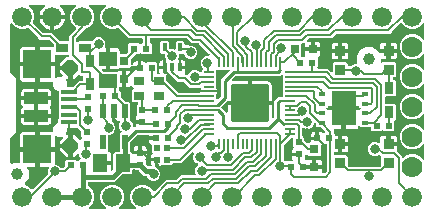
<source format=gbr>
G04 EAGLE Gerber RS-274X export*
G75*
%MOMM*%
%FSLAX34Y34*%
%LPD*%
%INTop Copper*%
%IPPOS*%
%AMOC8*
5,1,8,0,0,1.08239X$1,22.5*%
G01*
%ADD10R,1.500000X1.240000*%
%ADD11R,1.240000X1.500000*%
%ADD12R,0.800000X0.800000*%
%ADD13R,0.600000X0.600000*%
%ADD14C,1.000000*%
%ADD15R,2.413000X2.413000*%
%ADD16P,1.415766X8X112.500000*%
%ADD17P,1.415766X8X292.500000*%
%ADD18R,1.350000X0.400000*%
%ADD19R,2.000000X1.000000*%
%ADD20R,0.550000X1.200000*%
%ADD21R,0.400000X0.700000*%
%ADD22R,1.000000X0.800000*%
%ADD23C,1.676400*%
%ADD24R,0.800000X1.000000*%
%ADD25C,1.778000*%
%ADD26R,0.600000X0.400000*%
%ADD27R,2.000000X3.000000*%
%ADD28R,0.200000X0.875000*%
%ADD29R,0.875000X0.200000*%
%ADD30C,0.320000*%
%ADD31R,0.900000X0.750000*%
%ADD32R,0.900000X0.900000*%
%ADD33R,0.500000X0.500000*%
%ADD34C,0.177800*%
%ADD35C,0.800100*%
%ADD36C,0.152400*%
%ADD37C,0.406400*%
%ADD38C,0.254000*%

G36*
X21066Y19151D02*
X21066Y19151D01*
X21096Y19150D01*
X21195Y19177D01*
X21296Y19197D01*
X21316Y19209D01*
X21353Y19219D01*
X21577Y19362D01*
X21602Y19391D01*
X21622Y19404D01*
X34138Y31920D01*
X34175Y31970D01*
X34219Y32013D01*
X34253Y32076D01*
X34296Y32134D01*
X34316Y32192D01*
X34345Y32247D01*
X34359Y32317D01*
X34383Y32385D01*
X34385Y32447D01*
X34397Y32508D01*
X34389Y32555D01*
X34392Y32651D01*
X34336Y32857D01*
X34330Y32888D01*
X34226Y33140D01*
X34226Y35440D01*
X34900Y37066D01*
X34902Y37076D01*
X34907Y37085D01*
X34934Y37205D01*
X34963Y37324D01*
X34963Y37335D01*
X34965Y37345D01*
X34955Y37467D01*
X34948Y37589D01*
X34944Y37599D01*
X34943Y37610D01*
X34898Y37724D01*
X34855Y37838D01*
X34848Y37847D01*
X34844Y37857D01*
X34767Y37952D01*
X34692Y38049D01*
X34684Y38055D01*
X34677Y38063D01*
X34574Y38131D01*
X34474Y38201D01*
X34464Y38205D01*
X34456Y38210D01*
X34425Y38217D01*
X34221Y38283D01*
X34126Y38284D01*
X34079Y38294D01*
X27227Y38294D01*
X27227Y51123D01*
X40056Y51123D01*
X40056Y40957D01*
X40071Y40856D01*
X40079Y40754D01*
X40091Y40725D01*
X40096Y40695D01*
X40140Y40602D01*
X40178Y40507D01*
X40198Y40483D01*
X40211Y40455D01*
X40281Y40380D01*
X40346Y40301D01*
X40372Y40284D01*
X40393Y40261D01*
X40482Y40210D01*
X40567Y40153D01*
X40591Y40148D01*
X40623Y40129D01*
X40883Y40071D01*
X40921Y40074D01*
X40944Y40069D01*
X41155Y40069D01*
X43279Y39189D01*
X44996Y37472D01*
X45013Y37459D01*
X45026Y37443D01*
X45120Y37381D01*
X45210Y37314D01*
X45230Y37307D01*
X45247Y37296D01*
X45292Y37286D01*
X45461Y37227D01*
X45574Y37223D01*
X45624Y37212D01*
X47317Y37212D01*
X47338Y37215D01*
X47358Y37213D01*
X47469Y37235D01*
X47580Y37252D01*
X47598Y37261D01*
X47619Y37265D01*
X47658Y37289D01*
X47819Y37367D01*
X47901Y37444D01*
X47945Y37472D01*
X48936Y38463D01*
X48949Y38480D01*
X48965Y38493D01*
X49027Y38587D01*
X49094Y38677D01*
X49101Y38697D01*
X49112Y38714D01*
X49122Y38759D01*
X49181Y38928D01*
X49185Y39041D01*
X49196Y39091D01*
X49196Y43107D01*
X50238Y44149D01*
X57712Y44149D01*
X58427Y43434D01*
X58510Y43373D01*
X58588Y43306D01*
X58616Y43294D01*
X58641Y43276D01*
X58738Y43242D01*
X58832Y43202D01*
X58863Y43199D01*
X58892Y43189D01*
X58995Y43185D01*
X59097Y43174D01*
X59127Y43180D01*
X59158Y43179D01*
X59257Y43206D01*
X59357Y43226D01*
X59378Y43239D01*
X59414Y43249D01*
X59638Y43392D01*
X59663Y43421D01*
X59683Y43434D01*
X60398Y44149D01*
X61087Y44149D01*
X61138Y44156D01*
X61190Y44155D01*
X61269Y44176D01*
X61350Y44189D01*
X61397Y44211D01*
X61447Y44225D01*
X61516Y44269D01*
X61589Y44304D01*
X61627Y44340D01*
X61671Y44367D01*
X61724Y44430D01*
X61784Y44486D01*
X61809Y44531D01*
X61843Y44570D01*
X61875Y44645D01*
X61916Y44716D01*
X61927Y44767D01*
X61947Y44814D01*
X61956Y44896D01*
X61973Y44976D01*
X61969Y45027D01*
X61975Y45079D01*
X61958Y45159D01*
X61952Y45241D01*
X61933Y45289D01*
X61922Y45340D01*
X61895Y45383D01*
X61853Y45488D01*
X61794Y45560D01*
X60896Y47729D01*
X60896Y48359D01*
X60888Y48410D01*
X60890Y48462D01*
X60868Y48541D01*
X60856Y48622D01*
X60834Y48668D01*
X60820Y48718D01*
X60776Y48788D01*
X60740Y48861D01*
X60705Y48899D01*
X60677Y48943D01*
X60615Y48996D01*
X60559Y49056D01*
X60514Y49081D01*
X60475Y49115D01*
X60399Y49147D01*
X60328Y49188D01*
X60278Y49199D01*
X60230Y49219D01*
X60149Y49228D01*
X60069Y49245D01*
X60017Y49241D01*
X59966Y49247D01*
X59885Y49230D01*
X59804Y49224D01*
X59756Y49205D01*
X59705Y49194D01*
X59662Y49167D01*
X59557Y49125D01*
X59418Y49012D01*
X59379Y48987D01*
X57211Y46819D01*
X55227Y46819D01*
X55227Y55011D01*
X55212Y55112D01*
X55203Y55215D01*
X55192Y55243D01*
X55187Y55274D01*
X55143Y55366D01*
X55104Y55461D01*
X55085Y55485D01*
X55072Y55513D01*
X55002Y55588D01*
X54937Y55668D01*
X54911Y55685D01*
X54890Y55707D01*
X54801Y55758D01*
X54716Y55815D01*
X54692Y55820D01*
X54660Y55839D01*
X54400Y55897D01*
X54362Y55894D01*
X54339Y55899D01*
X53449Y55899D01*
X53449Y55901D01*
X54339Y55901D01*
X54440Y55916D01*
X54543Y55925D01*
X54571Y55936D01*
X54602Y55941D01*
X54694Y55985D01*
X54789Y56024D01*
X54813Y56043D01*
X54841Y56056D01*
X54916Y56126D01*
X54996Y56191D01*
X55013Y56217D01*
X55035Y56238D01*
X55086Y56327D01*
X55143Y56412D01*
X55149Y56436D01*
X55167Y56469D01*
X55225Y56728D01*
X55222Y56766D01*
X55227Y56789D01*
X55227Y64981D01*
X57211Y64981D01*
X61015Y61177D01*
X61056Y61147D01*
X61092Y61109D01*
X61163Y61068D01*
X61229Y61019D01*
X61278Y61002D01*
X61322Y60977D01*
X61402Y60959D01*
X61480Y60932D01*
X61532Y60930D01*
X61582Y60919D01*
X61664Y60926D01*
X61746Y60923D01*
X61795Y60937D01*
X61847Y60941D01*
X61923Y60971D01*
X62002Y60993D01*
X62046Y61020D01*
X62094Y61040D01*
X62157Y61092D01*
X62226Y61135D01*
X62260Y61175D01*
X62300Y61207D01*
X62345Y61276D01*
X62398Y61338D01*
X62419Y61385D01*
X62447Y61428D01*
X62450Y61441D01*
X63246Y62237D01*
X63307Y62320D01*
X63374Y62398D01*
X63386Y62426D01*
X63404Y62451D01*
X63438Y62548D01*
X63478Y62642D01*
X63481Y62673D01*
X63491Y62702D01*
X63495Y62805D01*
X63506Y62907D01*
X63500Y62937D01*
X63501Y62968D01*
X63474Y63067D01*
X63454Y63167D01*
X63441Y63188D01*
X63431Y63224D01*
X63288Y63448D01*
X63259Y63473D01*
X63246Y63493D01*
X62531Y64208D01*
X62531Y68224D01*
X62528Y68245D01*
X62530Y68265D01*
X62508Y68376D01*
X62491Y68487D01*
X62482Y68505D01*
X62478Y68526D01*
X62454Y68565D01*
X62376Y68726D01*
X62299Y68808D01*
X62271Y68852D01*
X60024Y71099D01*
X60007Y71112D01*
X59994Y71128D01*
X59900Y71190D01*
X59810Y71257D01*
X59790Y71264D01*
X59773Y71275D01*
X59728Y71285D01*
X59559Y71344D01*
X59446Y71348D01*
X59396Y71359D01*
X53199Y71359D01*
X53199Y75789D01*
X53184Y75890D01*
X53176Y75993D01*
X53164Y76021D01*
X53159Y76052D01*
X53115Y76144D01*
X53077Y76239D01*
X53057Y76263D01*
X53044Y76291D01*
X52974Y76366D01*
X52909Y76446D01*
X52883Y76463D01*
X52862Y76485D01*
X52773Y76536D01*
X52688Y76593D01*
X52664Y76598D01*
X52632Y76617D01*
X52372Y76675D01*
X52334Y76672D01*
X52311Y76677D01*
X52089Y76677D01*
X51987Y76662D01*
X51885Y76653D01*
X51857Y76642D01*
X51826Y76637D01*
X51734Y76593D01*
X51638Y76554D01*
X51615Y76535D01*
X51587Y76522D01*
X51512Y76451D01*
X51432Y76387D01*
X51415Y76361D01*
X51393Y76340D01*
X51342Y76251D01*
X51285Y76166D01*
X51279Y76142D01*
X51261Y76109D01*
X51203Y75850D01*
X51206Y75812D01*
X51201Y75789D01*
X51201Y71338D01*
X51175Y71336D01*
X51147Y71324D01*
X51116Y71319D01*
X51024Y71275D01*
X50928Y71237D01*
X50905Y71217D01*
X50877Y71204D01*
X50802Y71134D01*
X50722Y71069D01*
X50705Y71043D01*
X50683Y71022D01*
X50632Y70933D01*
X50575Y70848D01*
X50569Y70824D01*
X50551Y70792D01*
X50493Y70532D01*
X50496Y70494D01*
X50491Y70471D01*
X50491Y68198D01*
X49667Y66209D01*
X49664Y66199D01*
X49659Y66190D01*
X49632Y66070D01*
X49603Y65951D01*
X49603Y65940D01*
X49601Y65930D01*
X49611Y65808D01*
X49618Y65685D01*
X49622Y65676D01*
X49623Y65665D01*
X49668Y65551D01*
X49711Y65437D01*
X49718Y65428D01*
X49722Y65418D01*
X49799Y65323D01*
X49874Y65226D01*
X49883Y65220D01*
X49889Y65212D01*
X49992Y65144D01*
X50092Y65074D01*
X50102Y65070D01*
X50110Y65065D01*
X50141Y65058D01*
X50345Y64992D01*
X50440Y64991D01*
X50487Y64981D01*
X51673Y64981D01*
X51673Y57677D01*
X44369Y57677D01*
X44369Y59661D01*
X46618Y61910D01*
X46673Y61984D01*
X46734Y62053D01*
X46751Y62091D01*
X46775Y62124D01*
X46806Y62211D01*
X46844Y62295D01*
X46849Y62336D01*
X46863Y62375D01*
X46866Y62467D01*
X46878Y62559D01*
X46870Y62599D01*
X46872Y62640D01*
X46848Y62730D01*
X46832Y62821D01*
X46813Y62857D01*
X46802Y62897D01*
X46752Y62975D01*
X46710Y63057D01*
X46681Y63087D01*
X46659Y63121D01*
X46589Y63181D01*
X46524Y63247D01*
X46488Y63267D01*
X46457Y63293D01*
X46372Y63330D01*
X46291Y63374D01*
X46250Y63382D01*
X46212Y63398D01*
X46120Y63407D01*
X46030Y63425D01*
X45999Y63420D01*
X45948Y63425D01*
X45687Y63373D01*
X45670Y63362D01*
X45654Y63359D01*
X43248Y63359D01*
X41284Y64173D01*
X41274Y64176D01*
X41265Y64181D01*
X41145Y64207D01*
X41026Y64237D01*
X41015Y64236D01*
X41005Y64239D01*
X40883Y64229D01*
X40760Y64221D01*
X40751Y64218D01*
X40740Y64217D01*
X40626Y64171D01*
X40512Y64128D01*
X40503Y64122D01*
X40493Y64118D01*
X40398Y64040D01*
X40301Y63966D01*
X40295Y63957D01*
X40287Y63950D01*
X40219Y63848D01*
X40149Y63748D01*
X40145Y63738D01*
X40140Y63729D01*
X40133Y63699D01*
X40067Y63495D01*
X40066Y63399D01*
X40056Y63352D01*
X40056Y54677D01*
X27227Y54677D01*
X27227Y67506D01*
X37521Y67506D01*
X37623Y67521D01*
X37725Y67529D01*
X37753Y67541D01*
X37784Y67546D01*
X37876Y67590D01*
X37972Y67628D01*
X37995Y67648D01*
X38023Y67661D01*
X38098Y67731D01*
X38178Y67796D01*
X38195Y67822D01*
X38217Y67843D01*
X38268Y67932D01*
X38325Y68017D01*
X38331Y68041D01*
X38349Y68073D01*
X38407Y68333D01*
X38404Y68371D01*
X38409Y68394D01*
X38409Y70602D01*
X39329Y72822D01*
X41028Y74521D01*
X42644Y75190D01*
X42723Y75238D01*
X42806Y75278D01*
X42836Y75306D01*
X42872Y75328D01*
X42933Y75397D01*
X43001Y75460D01*
X43021Y75496D01*
X43048Y75526D01*
X43087Y75610D01*
X43133Y75690D01*
X43141Y75731D01*
X43159Y75768D01*
X43170Y75860D01*
X43190Y75950D01*
X43187Y75991D01*
X43192Y76032D01*
X43176Y76123D01*
X43169Y76215D01*
X43153Y76253D01*
X43146Y76294D01*
X43104Y76376D01*
X43070Y76462D01*
X43044Y76494D01*
X43025Y76530D01*
X42960Y76596D01*
X42909Y76659D01*
X42909Y78235D01*
X43082Y78881D01*
X43422Y79470D01*
X43424Y79471D01*
X43440Y79484D01*
X43502Y79578D01*
X43569Y79668D01*
X43576Y79688D01*
X43587Y79706D01*
X43597Y79750D01*
X43656Y79919D01*
X43660Y80032D01*
X43671Y80082D01*
X43671Y85168D01*
X43684Y85183D01*
X43696Y85211D01*
X43714Y85236D01*
X43748Y85333D01*
X43788Y85427D01*
X43791Y85458D01*
X43801Y85487D01*
X43805Y85589D01*
X43816Y85692D01*
X43810Y85722D01*
X43811Y85753D01*
X43784Y85852D01*
X43764Y85952D01*
X43751Y85973D01*
X43741Y86009D01*
X43671Y86118D01*
X43671Y91668D01*
X43684Y91683D01*
X43696Y91711D01*
X43714Y91736D01*
X43748Y91833D01*
X43788Y91927D01*
X43791Y91958D01*
X43801Y91987D01*
X43805Y92089D01*
X43816Y92192D01*
X43810Y92222D01*
X43811Y92253D01*
X43784Y92352D01*
X43764Y92452D01*
X43751Y92473D01*
X43741Y92509D01*
X43671Y92618D01*
X43671Y98168D01*
X43684Y98183D01*
X43696Y98211D01*
X43714Y98236D01*
X43748Y98333D01*
X43788Y98427D01*
X43791Y98458D01*
X43801Y98487D01*
X43805Y98589D01*
X43816Y98692D01*
X43810Y98722D01*
X43811Y98753D01*
X43784Y98852D01*
X43764Y98952D01*
X43751Y98973D01*
X43741Y99009D01*
X43671Y99118D01*
X43671Y101591D01*
X43662Y101652D01*
X43663Y101714D01*
X43642Y101783D01*
X43631Y101853D01*
X43604Y101909D01*
X43587Y101969D01*
X43547Y102028D01*
X43516Y102093D01*
X43473Y102138D01*
X43439Y102190D01*
X43400Y102217D01*
X43334Y102287D01*
X43148Y102393D01*
X43123Y102411D01*
X41028Y103279D01*
X39329Y104978D01*
X38409Y107198D01*
X38409Y109406D01*
X38394Y109508D01*
X38386Y109610D01*
X38374Y109638D01*
X38369Y109669D01*
X38325Y109761D01*
X38287Y109857D01*
X38267Y109880D01*
X38254Y109908D01*
X38184Y109983D01*
X38119Y110063D01*
X38093Y110080D01*
X38072Y110102D01*
X37983Y110153D01*
X37898Y110210D01*
X37874Y110216D01*
X37842Y110234D01*
X37582Y110292D01*
X37544Y110289D01*
X37521Y110294D01*
X27227Y110294D01*
X27227Y123123D01*
X40056Y123123D01*
X40056Y114448D01*
X40057Y114437D01*
X40056Y114427D01*
X40074Y114325D01*
X40079Y114256D01*
X40088Y114235D01*
X40096Y114185D01*
X40100Y114175D01*
X40102Y114165D01*
X40158Y114056D01*
X40170Y114031D01*
X40178Y114010D01*
X40183Y114004D01*
X40211Y113945D01*
X40218Y113938D01*
X40223Y113928D01*
X40309Y113841D01*
X40393Y113751D01*
X40402Y113746D01*
X40409Y113738D01*
X40517Y113680D01*
X40623Y113619D01*
X40634Y113617D01*
X40643Y113612D01*
X40763Y113588D01*
X40883Y113561D01*
X40893Y113562D01*
X40904Y113560D01*
X40934Y113566D01*
X41148Y113583D01*
X41208Y113607D01*
X41237Y113612D01*
X41260Y113623D01*
X41284Y113627D01*
X43248Y114441D01*
X45653Y114441D01*
X45739Y114419D01*
X45827Y114389D01*
X45868Y114388D01*
X45908Y114378D01*
X46000Y114383D01*
X46092Y114380D01*
X46132Y114391D01*
X46173Y114393D01*
X46259Y114425D01*
X46349Y114450D01*
X46384Y114472D01*
X46422Y114486D01*
X46495Y114543D01*
X46573Y114592D01*
X46600Y114624D01*
X46632Y114649D01*
X46685Y114724D01*
X46745Y114795D01*
X46761Y114833D01*
X46785Y114867D01*
X46813Y114954D01*
X46849Y115039D01*
X46854Y115080D01*
X46866Y115120D01*
X46867Y115212D01*
X46877Y115304D01*
X46869Y115344D01*
X46869Y115385D01*
X46843Y115474D01*
X46825Y115564D01*
X46808Y115591D01*
X46793Y115640D01*
X46646Y115861D01*
X46629Y115873D01*
X46618Y115890D01*
X44369Y118139D01*
X44369Y120123D01*
X51673Y120123D01*
X51673Y112819D01*
X50487Y112819D01*
X50477Y112818D01*
X50466Y112819D01*
X50346Y112798D01*
X50224Y112779D01*
X50215Y112775D01*
X50205Y112773D01*
X50096Y112717D01*
X49985Y112664D01*
X49977Y112657D01*
X49968Y112652D01*
X49881Y112566D01*
X49791Y112482D01*
X49786Y112473D01*
X49778Y112466D01*
X49720Y112358D01*
X49659Y112252D01*
X49657Y112241D01*
X49652Y112232D01*
X49628Y112112D01*
X49601Y111992D01*
X49602Y111982D01*
X49600Y111971D01*
X49605Y111941D01*
X49623Y111727D01*
X49658Y111639D01*
X49667Y111591D01*
X50491Y109602D01*
X50491Y107198D01*
X50370Y106907D01*
X50367Y106897D01*
X50362Y106888D01*
X50336Y106768D01*
X50306Y106649D01*
X50307Y106638D01*
X50304Y106628D01*
X50314Y106506D01*
X50322Y106384D01*
X50325Y106374D01*
X50326Y106363D01*
X50372Y106249D01*
X50415Y106135D01*
X50421Y106126D01*
X50425Y106116D01*
X50503Y106020D01*
X50577Y105924D01*
X50586Y105918D01*
X50593Y105910D01*
X50695Y105842D01*
X50795Y105772D01*
X50805Y105768D01*
X50814Y105763D01*
X50844Y105756D01*
X51048Y105690D01*
X51144Y105689D01*
X51191Y105679D01*
X54664Y105679D01*
X54685Y105682D01*
X54705Y105680D01*
X54816Y105702D01*
X54927Y105719D01*
X54945Y105728D01*
X54966Y105732D01*
X55005Y105756D01*
X55166Y105834D01*
X55248Y105911D01*
X55292Y105939D01*
X60258Y110905D01*
X63183Y110905D01*
X63285Y110920D01*
X63387Y110928D01*
X63415Y110940D01*
X63446Y110945D01*
X63538Y110989D01*
X63634Y111027D01*
X63657Y111047D01*
X63685Y111060D01*
X63760Y111130D01*
X63840Y111195D01*
X63857Y111221D01*
X63879Y111242D01*
X63930Y111331D01*
X63987Y111416D01*
X63993Y111440D01*
X64011Y111472D01*
X64069Y111732D01*
X64069Y111734D01*
X64066Y111770D01*
X64071Y111793D01*
X64071Y113720D01*
X64183Y113832D01*
X64214Y113873D01*
X64252Y113909D01*
X64293Y113980D01*
X64341Y114046D01*
X64358Y114095D01*
X64384Y114139D01*
X64402Y114219D01*
X64429Y114297D01*
X64430Y114349D01*
X64442Y114399D01*
X64435Y114481D01*
X64438Y114563D01*
X64424Y114612D01*
X64420Y114664D01*
X64389Y114740D01*
X64368Y114819D01*
X64340Y114863D01*
X64321Y114911D01*
X64269Y114974D01*
X64225Y115043D01*
X64186Y115077D01*
X64153Y115117D01*
X64085Y115162D01*
X64023Y115215D01*
X63975Y115236D01*
X63932Y115264D01*
X63882Y115276D01*
X63778Y115320D01*
X63600Y115338D01*
X63555Y115348D01*
X61973Y115348D01*
X61485Y115836D01*
X61402Y115897D01*
X61324Y115964D01*
X61295Y115976D01*
X61271Y115994D01*
X61174Y116028D01*
X61079Y116068D01*
X61049Y116071D01*
X61020Y116081D01*
X60917Y116085D01*
X60815Y116096D01*
X60785Y116090D01*
X60754Y116091D01*
X60655Y116064D01*
X60554Y116044D01*
X60534Y116031D01*
X60497Y116021D01*
X60273Y115878D01*
X60249Y115849D01*
X60228Y115836D01*
X57211Y112819D01*
X55227Y112819D01*
X55227Y121011D01*
X55212Y121112D01*
X55203Y121215D01*
X55192Y121243D01*
X55187Y121274D01*
X55143Y121366D01*
X55104Y121461D01*
X55085Y121485D01*
X55072Y121513D01*
X55002Y121588D01*
X54937Y121668D01*
X54911Y121685D01*
X54890Y121707D01*
X54801Y121758D01*
X54716Y121815D01*
X54692Y121820D01*
X54660Y121839D01*
X54400Y121897D01*
X54362Y121894D01*
X54339Y121899D01*
X53449Y121899D01*
X53449Y122789D01*
X53434Y122890D01*
X53425Y122993D01*
X53414Y123021D01*
X53409Y123052D01*
X53365Y123144D01*
X53326Y123239D01*
X53307Y123263D01*
X53294Y123291D01*
X53224Y123366D01*
X53159Y123446D01*
X53133Y123463D01*
X53112Y123485D01*
X53023Y123536D01*
X52938Y123593D01*
X52914Y123599D01*
X52881Y123617D01*
X52622Y123675D01*
X52584Y123672D01*
X52561Y123677D01*
X44369Y123677D01*
X44369Y125661D01*
X49689Y130981D01*
X51435Y130981D01*
X51537Y130996D01*
X51639Y131004D01*
X51667Y131016D01*
X51698Y131021D01*
X51790Y131065D01*
X51886Y131103D01*
X51909Y131123D01*
X51937Y131136D01*
X52012Y131206D01*
X52092Y131271D01*
X52109Y131297D01*
X52131Y131318D01*
X52182Y131407D01*
X52239Y131492D01*
X52245Y131516D01*
X52263Y131548D01*
X52321Y131808D01*
X52318Y131846D01*
X52323Y131869D01*
X52323Y132271D01*
X52308Y132373D01*
X52300Y132475D01*
X52288Y132503D01*
X52283Y132534D01*
X52239Y132626D01*
X52201Y132722D01*
X52181Y132745D01*
X52168Y132773D01*
X52098Y132848D01*
X52033Y132928D01*
X52007Y132945D01*
X51986Y132967D01*
X51897Y133018D01*
X51812Y133075D01*
X51788Y133081D01*
X51756Y133099D01*
X51496Y133157D01*
X51458Y133154D01*
X51435Y133159D01*
X40944Y133159D01*
X40842Y133144D01*
X40740Y133136D01*
X40712Y133124D01*
X40681Y133119D01*
X40589Y133075D01*
X40493Y133037D01*
X40470Y133017D01*
X40442Y133004D01*
X40367Y132934D01*
X40287Y132869D01*
X40270Y132843D01*
X40248Y132822D01*
X40197Y132733D01*
X40140Y132648D01*
X40134Y132624D01*
X40116Y132592D01*
X40058Y132332D01*
X40061Y132299D01*
X40058Y132286D01*
X40058Y132282D01*
X40056Y132271D01*
X40056Y126677D01*
X27227Y126677D01*
X27227Y139506D01*
X37850Y139506D01*
X38237Y139402D01*
X38322Y139392D01*
X38406Y139374D01*
X38454Y139378D01*
X38501Y139372D01*
X38585Y139388D01*
X38671Y139395D01*
X38715Y139413D01*
X38762Y139422D01*
X38838Y139462D01*
X38918Y139494D01*
X38955Y139525D01*
X38997Y139547D01*
X39057Y139608D01*
X39124Y139662D01*
X39151Y139702D01*
X39184Y139736D01*
X39224Y139812D01*
X39271Y139883D01*
X39279Y139918D01*
X39307Y139971D01*
X39355Y140233D01*
X39353Y140249D01*
X39355Y140260D01*
X39355Y141217D01*
X39352Y141238D01*
X39354Y141259D01*
X39332Y141369D01*
X39315Y141480D01*
X39306Y141499D01*
X39302Y141519D01*
X39278Y141558D01*
X39200Y141719D01*
X39123Y141801D01*
X39095Y141845D01*
X35532Y145408D01*
X35515Y145421D01*
X35502Y145437D01*
X35408Y145499D01*
X35318Y145566D01*
X35298Y145573D01*
X35281Y145584D01*
X35236Y145594D01*
X35067Y145653D01*
X34954Y145657D01*
X34904Y145668D01*
X28000Y145668D01*
X26028Y147640D01*
X17975Y155693D01*
X17925Y155730D01*
X17881Y155775D01*
X17818Y155809D01*
X17761Y155851D01*
X17702Y155872D01*
X17648Y155901D01*
X17577Y155915D01*
X17510Y155938D01*
X17448Y155941D01*
X17387Y155953D01*
X17339Y155944D01*
X17244Y155948D01*
X17037Y155891D01*
X17007Y155886D01*
X14721Y154939D01*
X10679Y154939D01*
X6944Y156486D01*
X4057Y159373D01*
X4016Y159404D01*
X3980Y159442D01*
X3909Y159483D01*
X3843Y159531D01*
X3794Y159548D01*
X3750Y159574D01*
X3670Y159592D01*
X3592Y159619D01*
X3540Y159620D01*
X3490Y159632D01*
X3408Y159625D01*
X3326Y159628D01*
X3277Y159614D01*
X3225Y159610D01*
X3149Y159579D01*
X3070Y159558D01*
X3026Y159530D01*
X2978Y159511D01*
X2915Y159459D01*
X2846Y159415D01*
X2812Y159376D01*
X2772Y159343D01*
X2727Y159275D01*
X2674Y159213D01*
X2653Y159165D01*
X2625Y159122D01*
X2613Y159072D01*
X2569Y158968D01*
X2551Y158790D01*
X2541Y158745D01*
X2541Y118260D01*
X2544Y118240D01*
X2542Y118219D01*
X2564Y118108D01*
X2581Y117998D01*
X2590Y117979D01*
X2594Y117958D01*
X2618Y117919D01*
X2696Y117758D01*
X2773Y117676D01*
X2801Y117632D01*
X7621Y112812D01*
X7621Y67528D01*
X2801Y62708D01*
X2788Y62691D01*
X2772Y62678D01*
X2710Y62584D01*
X2643Y62494D01*
X2636Y62474D01*
X2625Y62456D01*
X2615Y62412D01*
X2603Y62378D01*
X2601Y62374D01*
X2599Y62367D01*
X2556Y62243D01*
X2553Y62160D01*
X2543Y62115D01*
X2544Y62096D01*
X2541Y62080D01*
X2541Y41474D01*
X2551Y41406D01*
X2551Y41337D01*
X2571Y41275D01*
X2581Y41211D01*
X2610Y41149D01*
X2631Y41084D01*
X2668Y41030D01*
X2696Y40972D01*
X2743Y40922D01*
X2782Y40865D01*
X2833Y40825D01*
X2878Y40777D01*
X2937Y40743D01*
X2991Y40701D01*
X3052Y40678D01*
X3108Y40645D01*
X3175Y40631D01*
X3240Y40606D01*
X3304Y40602D01*
X3368Y40588D01*
X3436Y40593D01*
X3505Y40589D01*
X3548Y40602D01*
X3633Y40609D01*
X3860Y40700D01*
X3873Y40705D01*
X5436Y41607D01*
X9956Y41607D01*
X10058Y41622D01*
X10160Y41630D01*
X10188Y41642D01*
X10219Y41647D01*
X10311Y41691D01*
X10407Y41729D01*
X10430Y41749D01*
X10458Y41762D01*
X10533Y41832D01*
X10613Y41897D01*
X10630Y41923D01*
X10652Y41944D01*
X10703Y42033D01*
X10760Y42118D01*
X10766Y42142D01*
X10784Y42174D01*
X10842Y42434D01*
X10841Y42446D01*
X10842Y42451D01*
X10840Y42476D01*
X10844Y42495D01*
X10844Y51123D01*
X23673Y51123D01*
X23673Y38294D01*
X17267Y38294D01*
X17199Y38284D01*
X17130Y38284D01*
X17068Y38264D01*
X17004Y38254D01*
X16942Y38225D01*
X16876Y38204D01*
X16823Y38167D01*
X16765Y38139D01*
X16714Y38092D01*
X16658Y38053D01*
X16618Y38002D01*
X16570Y37957D01*
X16536Y37898D01*
X16494Y37844D01*
X16470Y37783D01*
X16438Y37727D01*
X16423Y37660D01*
X16399Y37595D01*
X16395Y37531D01*
X16380Y37467D01*
X16386Y37399D01*
X16382Y37330D01*
X16395Y37287D01*
X16402Y37202D01*
X16493Y36975D01*
X16497Y36962D01*
X18006Y34349D01*
X18006Y29037D01*
X15349Y24436D01*
X15058Y24268D01*
X14960Y24189D01*
X14860Y24112D01*
X14856Y24106D01*
X14851Y24102D01*
X14780Y23998D01*
X14707Y23894D01*
X14705Y23888D01*
X14701Y23882D01*
X14665Y23762D01*
X14626Y23641D01*
X14626Y23634D01*
X14624Y23628D01*
X14624Y23502D01*
X14623Y23375D01*
X14625Y23369D01*
X14625Y23362D01*
X14663Y23242D01*
X14699Y23120D01*
X14703Y23115D01*
X14705Y23108D01*
X14776Y23005D01*
X14847Y22900D01*
X14851Y22896D01*
X14856Y22890D01*
X15065Y22726D01*
X15130Y22701D01*
X15163Y22678D01*
X18456Y21314D01*
X20366Y19404D01*
X20448Y19343D01*
X20527Y19276D01*
X20555Y19264D01*
X20580Y19246D01*
X20677Y19212D01*
X20771Y19172D01*
X20802Y19169D01*
X20831Y19159D01*
X20933Y19155D01*
X21035Y19145D01*
X21066Y19151D01*
G37*
G36*
X314853Y38105D02*
X314853Y38105D01*
X314873Y38103D01*
X314984Y38125D01*
X315095Y38142D01*
X315113Y38151D01*
X315134Y38155D01*
X315173Y38179D01*
X315334Y38257D01*
X315416Y38334D01*
X315460Y38362D01*
X316221Y39123D01*
X316234Y39140D01*
X316250Y39153D01*
X316312Y39247D01*
X316379Y39337D01*
X316386Y39357D01*
X316397Y39374D01*
X316407Y39419D01*
X316466Y39588D01*
X316470Y39701D01*
X316481Y39751D01*
X316481Y46537D01*
X316478Y46558D01*
X316480Y46579D01*
X316458Y46689D01*
X316441Y46800D01*
X316432Y46819D01*
X316428Y46839D01*
X316404Y46878D01*
X316326Y47039D01*
X316249Y47122D01*
X316221Y47165D01*
X315213Y48174D01*
X315163Y48211D01*
X315119Y48255D01*
X315056Y48289D01*
X314999Y48332D01*
X314940Y48352D01*
X314885Y48381D01*
X314815Y48395D01*
X314747Y48419D01*
X314686Y48421D01*
X314625Y48433D01*
X314577Y48425D01*
X314482Y48428D01*
X314275Y48372D01*
X314244Y48366D01*
X312300Y47561D01*
X310000Y47561D01*
X307876Y48441D01*
X306251Y50066D01*
X305371Y52190D01*
X305371Y54490D01*
X306251Y56614D01*
X307876Y58239D01*
X310000Y59119D01*
X312300Y59119D01*
X314491Y58211D01*
X314501Y58209D01*
X314510Y58204D01*
X314630Y58177D01*
X314749Y58148D01*
X314760Y58148D01*
X314770Y58146D01*
X314892Y58156D01*
X315015Y58163D01*
X315024Y58167D01*
X315035Y58168D01*
X315149Y58213D01*
X315263Y58256D01*
X315272Y58263D01*
X315282Y58267D01*
X315377Y58344D01*
X315474Y58419D01*
X315480Y58427D01*
X315488Y58434D01*
X315556Y58536D01*
X315626Y58637D01*
X315630Y58646D01*
X315635Y58655D01*
X315642Y58686D01*
X315708Y58890D01*
X315709Y58985D01*
X315719Y59032D01*
X315719Y62365D01*
X315892Y63011D01*
X316227Y63590D01*
X316700Y64063D01*
X317279Y64398D01*
X317925Y64571D01*
X320983Y64571D01*
X320983Y58419D01*
X320998Y58318D01*
X321007Y58215D01*
X321018Y58187D01*
X321023Y58156D01*
X321067Y58064D01*
X321106Y57969D01*
X321125Y57945D01*
X321138Y57917D01*
X321208Y57842D01*
X321273Y57762D01*
X321299Y57745D01*
X321320Y57723D01*
X321409Y57672D01*
X321494Y57615D01*
X321518Y57610D01*
X321550Y57591D01*
X321810Y57533D01*
X321848Y57536D01*
X321871Y57531D01*
X322761Y57531D01*
X322761Y56641D01*
X322776Y56540D01*
X322785Y56437D01*
X322796Y56409D01*
X322801Y56378D01*
X322845Y56286D01*
X322884Y56191D01*
X322903Y56167D01*
X322916Y56139D01*
X322986Y56064D01*
X323051Y55984D01*
X323077Y55967D01*
X323098Y55945D01*
X323187Y55894D01*
X323272Y55837D01*
X323296Y55831D01*
X323329Y55813D01*
X323588Y55755D01*
X323626Y55758D01*
X323649Y55753D01*
X329801Y55753D01*
X329801Y52695D01*
X329658Y52164D01*
X329658Y52160D01*
X329656Y52156D01*
X329643Y52025D01*
X329629Y51899D01*
X329629Y51896D01*
X329629Y51892D01*
X329654Y51765D01*
X329678Y51638D01*
X329680Y51635D01*
X329681Y51631D01*
X329688Y51619D01*
X329803Y51404D01*
X329864Y51344D01*
X329888Y51306D01*
X334265Y46929D01*
X334265Y46697D01*
X334272Y46646D01*
X334271Y46594D01*
X334292Y46515D01*
X334305Y46434D01*
X334327Y46388D01*
X334341Y46338D01*
X334385Y46269D01*
X334420Y46195D01*
X334455Y46157D01*
X334483Y46114D01*
X334546Y46061D01*
X334602Y46001D01*
X334646Y45975D01*
X334686Y45942D01*
X334761Y45909D01*
X334832Y45869D01*
X334883Y45857D01*
X334930Y45837D01*
X335012Y45829D01*
X335092Y45811D01*
X335143Y45815D01*
X335195Y45810D01*
X335275Y45826D01*
X335357Y45832D01*
X335405Y45852D01*
X335455Y45862D01*
X335499Y45889D01*
X335604Y45931D01*
X335743Y46044D01*
X335781Y46069D01*
X336857Y47145D01*
X340778Y48769D01*
X345022Y48769D01*
X348943Y47145D01*
X351543Y44545D01*
X351558Y44534D01*
X351569Y44520D01*
X351596Y44502D01*
X351620Y44477D01*
X351691Y44436D01*
X351757Y44387D01*
X351781Y44379D01*
X351791Y44372D01*
X351809Y44368D01*
X351850Y44345D01*
X351930Y44327D01*
X352008Y44300D01*
X352060Y44298D01*
X352110Y44287D01*
X352157Y44291D01*
X352167Y44288D01*
X352171Y44288D01*
X352202Y44293D01*
X352274Y44291D01*
X352323Y44304D01*
X352375Y44308D01*
X352418Y44326D01*
X352434Y44328D01*
X352463Y44342D01*
X352530Y44361D01*
X352574Y44388D01*
X352622Y44407D01*
X352657Y44436D01*
X352673Y44444D01*
X352698Y44468D01*
X352754Y44503D01*
X352788Y44542D01*
X352828Y44575D01*
X352852Y44611D01*
X352867Y44625D01*
X352887Y44659D01*
X352926Y44706D01*
X352947Y44753D01*
X352975Y44796D01*
X352982Y44826D01*
X352999Y44856D01*
X353009Y44899D01*
X353031Y44950D01*
X353040Y45039D01*
X353057Y45116D01*
X353054Y45151D01*
X353059Y45173D01*
X353059Y56427D01*
X353052Y56478D01*
X353053Y56530D01*
X353032Y56609D01*
X353019Y56690D01*
X352997Y56736D01*
X352983Y56786D01*
X352939Y56855D01*
X352904Y56929D01*
X352869Y56967D01*
X352841Y57010D01*
X352778Y57063D01*
X352722Y57123D01*
X352678Y57149D01*
X352638Y57182D01*
X352563Y57215D01*
X352492Y57255D01*
X352441Y57267D01*
X352394Y57287D01*
X352312Y57295D01*
X352232Y57313D01*
X352181Y57309D01*
X352129Y57314D01*
X352049Y57298D01*
X351967Y57292D01*
X351919Y57272D01*
X351869Y57262D01*
X351825Y57235D01*
X351720Y57193D01*
X351581Y57080D01*
X351543Y57055D01*
X348943Y54455D01*
X345022Y52831D01*
X340778Y52831D01*
X336857Y54455D01*
X333855Y57457D01*
X332231Y61378D01*
X332231Y65622D01*
X333855Y69543D01*
X336857Y72545D01*
X340778Y74169D01*
X345022Y74169D01*
X348943Y72545D01*
X351543Y69945D01*
X351584Y69914D01*
X351620Y69877D01*
X351691Y69836D01*
X351757Y69787D01*
X351806Y69770D01*
X351850Y69745D01*
X351930Y69727D01*
X352008Y69700D01*
X352060Y69698D01*
X352110Y69687D01*
X352192Y69694D01*
X352274Y69691D01*
X352323Y69704D01*
X352375Y69708D01*
X352451Y69739D01*
X352530Y69761D01*
X352574Y69788D01*
X352622Y69807D01*
X352685Y69859D01*
X352754Y69903D01*
X352788Y69942D01*
X352828Y69975D01*
X352873Y70043D01*
X352926Y70106D01*
X352947Y70153D01*
X352975Y70196D01*
X352987Y70247D01*
X353031Y70350D01*
X353049Y70529D01*
X353059Y70573D01*
X353059Y81827D01*
X353052Y81878D01*
X353053Y81930D01*
X353032Y82009D01*
X353019Y82090D01*
X352997Y82136D01*
X352983Y82186D01*
X352939Y82255D01*
X352904Y82329D01*
X352869Y82367D01*
X352841Y82410D01*
X352778Y82463D01*
X352722Y82523D01*
X352678Y82549D01*
X352638Y82582D01*
X352563Y82615D01*
X352492Y82655D01*
X352441Y82667D01*
X352394Y82687D01*
X352312Y82695D01*
X352232Y82713D01*
X352181Y82709D01*
X352129Y82714D01*
X352049Y82698D01*
X351967Y82692D01*
X351919Y82672D01*
X351869Y82662D01*
X351825Y82635D01*
X351720Y82593D01*
X351581Y82480D01*
X351543Y82455D01*
X348943Y79855D01*
X345022Y78231D01*
X340778Y78231D01*
X336857Y79855D01*
X333855Y82857D01*
X332231Y86778D01*
X332231Y91022D01*
X333855Y94943D01*
X336857Y97945D01*
X340778Y99569D01*
X345022Y99569D01*
X348943Y97945D01*
X351543Y95345D01*
X351584Y95314D01*
X351620Y95277D01*
X351691Y95236D01*
X351757Y95187D01*
X351806Y95170D01*
X351850Y95145D01*
X351930Y95127D01*
X352008Y95100D01*
X352060Y95098D01*
X352110Y95087D01*
X352192Y95094D01*
X352274Y95091D01*
X352323Y95104D01*
X352375Y95108D01*
X352451Y95139D01*
X352530Y95161D01*
X352574Y95188D01*
X352622Y95207D01*
X352685Y95259D01*
X352754Y95303D01*
X352788Y95342D01*
X352828Y95375D01*
X352873Y95443D01*
X352926Y95506D01*
X352947Y95553D01*
X352975Y95596D01*
X352987Y95647D01*
X353031Y95750D01*
X353049Y95929D01*
X353059Y95973D01*
X353059Y107227D01*
X353052Y107278D01*
X353053Y107330D01*
X353032Y107409D01*
X353019Y107490D01*
X352997Y107536D01*
X352983Y107586D01*
X352939Y107655D01*
X352904Y107729D01*
X352869Y107767D01*
X352841Y107810D01*
X352778Y107863D01*
X352722Y107923D01*
X352678Y107949D01*
X352638Y107982D01*
X352563Y108015D01*
X352492Y108055D01*
X352441Y108067D01*
X352394Y108087D01*
X352312Y108095D01*
X352232Y108113D01*
X352181Y108109D01*
X352129Y108114D01*
X352049Y108098D01*
X351967Y108092D01*
X351919Y108072D01*
X351869Y108062D01*
X351825Y108035D01*
X351720Y107993D01*
X351581Y107880D01*
X351543Y107855D01*
X348943Y105255D01*
X345022Y103631D01*
X340778Y103631D01*
X336857Y105255D01*
X333855Y108257D01*
X332231Y112178D01*
X332231Y116422D01*
X333855Y120343D01*
X336857Y123345D01*
X340778Y124969D01*
X345022Y124969D01*
X348943Y123345D01*
X351543Y120745D01*
X351584Y120714D01*
X351620Y120677D01*
X351691Y120636D01*
X351757Y120587D01*
X351806Y120570D01*
X351850Y120545D01*
X351930Y120527D01*
X352008Y120500D01*
X352060Y120498D01*
X352110Y120487D01*
X352192Y120494D01*
X352274Y120491D01*
X352323Y120504D01*
X352375Y120508D01*
X352451Y120539D01*
X352530Y120561D01*
X352574Y120588D01*
X352622Y120607D01*
X352685Y120659D01*
X352754Y120703D01*
X352788Y120742D01*
X352828Y120775D01*
X352873Y120843D01*
X352926Y120906D01*
X352947Y120953D01*
X352975Y120996D01*
X352987Y121047D01*
X353031Y121150D01*
X353049Y121329D01*
X353059Y121373D01*
X353059Y132627D01*
X353052Y132678D01*
X353053Y132730D01*
X353032Y132809D01*
X353019Y132890D01*
X352997Y132936D01*
X352983Y132986D01*
X352939Y133055D01*
X352904Y133129D01*
X352869Y133167D01*
X352841Y133210D01*
X352778Y133263D01*
X352722Y133323D01*
X352678Y133349D01*
X352638Y133382D01*
X352563Y133415D01*
X352492Y133455D01*
X352441Y133467D01*
X352394Y133487D01*
X352312Y133495D01*
X352232Y133513D01*
X352181Y133509D01*
X352129Y133514D01*
X352049Y133498D01*
X351967Y133492D01*
X351919Y133472D01*
X351869Y133462D01*
X351825Y133435D01*
X351720Y133393D01*
X351581Y133280D01*
X351543Y133255D01*
X348943Y130655D01*
X345022Y129031D01*
X340778Y129031D01*
X336857Y130655D01*
X333855Y133657D01*
X332231Y137578D01*
X332231Y141822D01*
X333855Y145743D01*
X336857Y148745D01*
X340778Y150369D01*
X345022Y150369D01*
X348943Y148745D01*
X351543Y146145D01*
X351584Y146114D01*
X351620Y146077D01*
X351691Y146036D01*
X351757Y145987D01*
X351806Y145970D01*
X351850Y145945D01*
X351930Y145927D01*
X352008Y145900D01*
X352060Y145898D01*
X352110Y145887D01*
X352192Y145894D01*
X352274Y145891D01*
X352323Y145904D01*
X352375Y145908D01*
X352451Y145939D01*
X352530Y145961D01*
X352574Y145988D01*
X352622Y146007D01*
X352685Y146059D01*
X352754Y146103D01*
X352788Y146142D01*
X352828Y146175D01*
X352873Y146243D01*
X352926Y146306D01*
X352947Y146353D01*
X352975Y146396D01*
X352987Y146447D01*
X353031Y146550D01*
X353049Y146729D01*
X353059Y146773D01*
X353059Y158745D01*
X353052Y158796D01*
X353053Y158848D01*
X353032Y158927D01*
X353019Y159008D01*
X352997Y159055D01*
X352983Y159104D01*
X352939Y159174D01*
X352904Y159248D01*
X352869Y159285D01*
X352841Y159329D01*
X352778Y159382D01*
X352722Y159442D01*
X352678Y159467D01*
X352638Y159501D01*
X352563Y159533D01*
X352492Y159574D01*
X352441Y159585D01*
X352394Y159605D01*
X352312Y159614D01*
X352232Y159632D01*
X352181Y159627D01*
X352129Y159633D01*
X352049Y159617D01*
X351967Y159610D01*
X351919Y159591D01*
X351869Y159581D01*
X351825Y159553D01*
X351720Y159511D01*
X351581Y159398D01*
X351543Y159373D01*
X348656Y156486D01*
X344921Y154939D01*
X340879Y154939D01*
X337144Y156486D01*
X334286Y159344D01*
X334238Y159460D01*
X334233Y159469D01*
X334230Y159479D01*
X334164Y159582D01*
X334101Y159687D01*
X334093Y159694D01*
X334088Y159703D01*
X333994Y159783D01*
X333903Y159864D01*
X333893Y159868D01*
X333885Y159875D01*
X333772Y159923D01*
X333661Y159974D01*
X333650Y159975D01*
X333641Y159980D01*
X333518Y159992D01*
X333397Y160008D01*
X333387Y160006D01*
X333376Y160007D01*
X333255Y159983D01*
X333135Y159962D01*
X333126Y159957D01*
X333115Y159955D01*
X333089Y159938D01*
X332899Y159840D01*
X332830Y159774D01*
X332790Y159748D01*
X325762Y152720D01*
X323790Y150748D01*
X278746Y150748D01*
X278726Y150745D01*
X278705Y150747D01*
X278594Y150725D01*
X278484Y150708D01*
X278465Y150699D01*
X278444Y150695D01*
X278405Y150671D01*
X278244Y150593D01*
X278162Y150516D01*
X278118Y150488D01*
X274568Y146938D01*
X255310Y146938D01*
X255289Y146935D01*
X255269Y146937D01*
X255158Y146915D01*
X255047Y146898D01*
X255029Y146889D01*
X255008Y146885D01*
X254969Y146861D01*
X254808Y146783D01*
X254726Y146706D01*
X254682Y146678D01*
X253729Y145725D01*
X253698Y145684D01*
X253661Y145648D01*
X253620Y145577D01*
X253571Y145511D01*
X253554Y145462D01*
X253529Y145418D01*
X253511Y145338D01*
X253484Y145260D01*
X253482Y145208D01*
X253471Y145158D01*
X253478Y145076D01*
X253475Y144994D01*
X253488Y144945D01*
X253493Y144893D01*
X253523Y144817D01*
X253545Y144738D01*
X253572Y144694D01*
X253592Y144646D01*
X253643Y144583D01*
X253687Y144514D01*
X253727Y144480D01*
X253759Y144440D01*
X253828Y144395D01*
X253890Y144342D01*
X253937Y144321D01*
X253980Y144293D01*
X254031Y144281D01*
X254134Y144237D01*
X254313Y144219D01*
X254357Y144209D01*
X256668Y144209D01*
X256668Y139445D01*
X251904Y139445D01*
X251904Y141986D01*
X251889Y142088D01*
X251881Y142190D01*
X251869Y142218D01*
X251864Y142249D01*
X251820Y142341D01*
X251782Y142437D01*
X251762Y142460D01*
X251749Y142488D01*
X251679Y142563D01*
X251614Y142643D01*
X251588Y142660D01*
X251567Y142682D01*
X251478Y142733D01*
X251393Y142790D01*
X251369Y142796D01*
X251337Y142814D01*
X251077Y142872D01*
X251039Y142869D01*
X251016Y142874D01*
X249872Y142874D01*
X249770Y142859D01*
X249668Y142851D01*
X249640Y142839D01*
X249609Y142834D01*
X249517Y142790D01*
X249421Y142752D01*
X249398Y142732D01*
X249370Y142719D01*
X249295Y142649D01*
X249215Y142584D01*
X249198Y142558D01*
X249176Y142537D01*
X249125Y142448D01*
X249068Y142363D01*
X249062Y142339D01*
X249044Y142307D01*
X248986Y142047D01*
X248989Y142009D01*
X248984Y141986D01*
X248984Y132931D01*
X248713Y132660D01*
X248682Y132619D01*
X248644Y132583D01*
X248603Y132512D01*
X248555Y132446D01*
X248538Y132397D01*
X248512Y132353D01*
X248494Y132273D01*
X248467Y132195D01*
X248466Y132143D01*
X248454Y132093D01*
X248461Y132011D01*
X248458Y131929D01*
X248472Y131880D01*
X248476Y131828D01*
X248507Y131752D01*
X248528Y131673D01*
X248556Y131629D01*
X248575Y131581D01*
X248627Y131518D01*
X248671Y131449D01*
X248710Y131415D01*
X248743Y131375D01*
X248811Y131330D01*
X248873Y131277D01*
X248921Y131256D01*
X248964Y131228D01*
X249014Y131216D01*
X249118Y131172D01*
X249296Y131154D01*
X249341Y131144D01*
X251430Y131144D01*
X251498Y131154D01*
X251567Y131154D01*
X251629Y131174D01*
X251693Y131184D01*
X251755Y131213D01*
X251820Y131234D01*
X251874Y131271D01*
X251932Y131299D01*
X251983Y131346D01*
X252039Y131385D01*
X252079Y131436D01*
X252127Y131481D01*
X252161Y131540D01*
X252203Y131594D01*
X252226Y131655D01*
X252259Y131711D01*
X252273Y131778D01*
X252298Y131843D01*
X252302Y131907D01*
X252316Y131971D01*
X252311Y132039D01*
X252315Y132108D01*
X252302Y132151D01*
X252295Y132236D01*
X252203Y132463D01*
X252199Y132476D01*
X252077Y132687D01*
X251904Y133333D01*
X251904Y135891D01*
X257556Y135891D01*
X257657Y135906D01*
X257760Y135915D01*
X257788Y135926D01*
X257819Y135931D01*
X257911Y135975D01*
X258006Y136014D01*
X258030Y136033D01*
X258058Y136046D01*
X258133Y136116D01*
X258213Y136181D01*
X258230Y136207D01*
X258252Y136228D01*
X258303Y136317D01*
X258360Y136402D01*
X258365Y136426D01*
X258384Y136458D01*
X258442Y136718D01*
X258439Y136756D01*
X258444Y136779D01*
X258444Y137669D01*
X258446Y137669D01*
X258446Y136779D01*
X258461Y136678D01*
X258470Y136575D01*
X258481Y136547D01*
X258486Y136516D01*
X258530Y136424D01*
X258569Y136329D01*
X258588Y136305D01*
X258601Y136277D01*
X258671Y136202D01*
X258736Y136122D01*
X258762Y136105D01*
X258783Y136083D01*
X258872Y136032D01*
X258957Y135975D01*
X258981Y135969D01*
X259014Y135951D01*
X259273Y135893D01*
X259311Y135896D01*
X259334Y135891D01*
X264986Y135891D01*
X264986Y133333D01*
X264813Y132687D01*
X264478Y132108D01*
X264005Y131635D01*
X263346Y131255D01*
X263280Y131228D01*
X263270Y131220D01*
X263258Y131214D01*
X263167Y131136D01*
X263074Y131061D01*
X263067Y131049D01*
X263056Y131040D01*
X262993Y130939D01*
X262927Y130839D01*
X262924Y130829D01*
X262916Y130815D01*
X262904Y130772D01*
X262903Y130769D01*
X262897Y130746D01*
X262848Y130558D01*
X262849Y130529D01*
X262845Y130510D01*
X262847Y130482D01*
X262843Y130463D01*
X262843Y122628D01*
X262728Y122513D01*
X262697Y122472D01*
X262659Y122436D01*
X262618Y122365D01*
X262570Y122299D01*
X262553Y122250D01*
X262527Y122206D01*
X262509Y122126D01*
X262482Y122048D01*
X262481Y121996D01*
X262469Y121946D01*
X262476Y121864D01*
X262473Y121782D01*
X262487Y121733D01*
X262491Y121681D01*
X262522Y121605D01*
X262543Y121526D01*
X262571Y121482D01*
X262590Y121434D01*
X262642Y121371D01*
X262686Y121302D01*
X262725Y121268D01*
X262758Y121228D01*
X262826Y121183D01*
X262888Y121130D01*
X262936Y121109D01*
X262979Y121081D01*
X263029Y121069D01*
X263133Y121025D01*
X263311Y121007D01*
X263356Y120997D01*
X271664Y120997D01*
X273965Y118696D01*
X274006Y118665D01*
X274042Y118627D01*
X274113Y118587D01*
X274179Y118538D01*
X274228Y118521D01*
X274272Y118495D01*
X274352Y118477D01*
X274430Y118451D01*
X274482Y118449D01*
X274532Y118438D01*
X274614Y118444D01*
X274696Y118441D01*
X274745Y118455D01*
X274797Y118459D01*
X274873Y118490D01*
X274952Y118511D01*
X274996Y118539D01*
X275044Y118558D01*
X275107Y118610D01*
X275176Y118654D01*
X275210Y118693D01*
X275250Y118726D01*
X275295Y118794D01*
X275348Y118856D01*
X275369Y118904D01*
X275397Y118947D01*
X275409Y118997D01*
X275453Y119101D01*
X275471Y119279D01*
X275481Y119324D01*
X275481Y125507D01*
X276523Y126549D01*
X286997Y126549D01*
X288039Y125507D01*
X288039Y124080D01*
X288054Y123978D01*
X288062Y123876D01*
X288074Y123848D01*
X288079Y123817D01*
X288123Y123725D01*
X288161Y123629D01*
X288181Y123606D01*
X288194Y123578D01*
X288264Y123503D01*
X288329Y123423D01*
X288355Y123406D01*
X288376Y123384D01*
X288465Y123333D01*
X288550Y123276D01*
X288574Y123270D01*
X288606Y123252D01*
X288866Y123194D01*
X288904Y123197D01*
X288927Y123192D01*
X290659Y123192D01*
X290680Y123195D01*
X290701Y123193D01*
X290812Y123215D01*
X290922Y123232D01*
X290941Y123241D01*
X290962Y123245D01*
X291000Y123269D01*
X291162Y123347D01*
X291244Y123424D01*
X291287Y123452D01*
X292320Y124484D01*
X294444Y125364D01*
X295495Y125364D01*
X295563Y125374D01*
X295632Y125374D01*
X295694Y125394D01*
X295758Y125404D01*
X295820Y125433D01*
X295885Y125454D01*
X295939Y125491D01*
X295997Y125519D01*
X296048Y125566D01*
X296104Y125605D01*
X296144Y125656D01*
X296192Y125701D01*
X296226Y125760D01*
X296268Y125814D01*
X296291Y125875D01*
X296324Y125931D01*
X296339Y125998D01*
X296363Y126063D01*
X296367Y126128D01*
X296381Y126191D01*
X296376Y126259D01*
X296380Y126328D01*
X296367Y126371D01*
X296360Y126456D01*
X296269Y126683D01*
X296265Y126696D01*
X296156Y126884D01*
X296156Y132196D01*
X298813Y136797D01*
X303414Y139454D01*
X308726Y139454D01*
X313327Y136797D01*
X314401Y134937D01*
X314404Y134934D01*
X314405Y134931D01*
X314488Y134828D01*
X314567Y134729D01*
X314570Y134727D01*
X314573Y134724D01*
X314683Y134651D01*
X314787Y134580D01*
X314791Y134579D01*
X314794Y134577D01*
X314808Y134574D01*
X315041Y134502D01*
X315127Y134503D01*
X315171Y134493D01*
X320983Y134493D01*
X320983Y129229D01*
X317925Y129229D01*
X317241Y129413D01*
X317193Y129440D01*
X317129Y129454D01*
X317069Y129478D01*
X317000Y129483D01*
X316933Y129498D01*
X316868Y129493D01*
X316804Y129498D01*
X316737Y129482D01*
X316668Y129476D01*
X316608Y129452D01*
X316545Y129438D01*
X316485Y129403D01*
X316421Y129377D01*
X316371Y129337D01*
X316315Y129304D01*
X316269Y129253D01*
X316215Y129210D01*
X316179Y129156D01*
X316135Y129108D01*
X316106Y129046D01*
X316068Y128989D01*
X316058Y128945D01*
X316021Y128868D01*
X315987Y128625D01*
X315984Y128612D01*
X315984Y127154D01*
X315991Y127103D01*
X315990Y127051D01*
X316011Y126972D01*
X316024Y126891D01*
X316046Y126844D01*
X316060Y126795D01*
X316104Y126725D01*
X316139Y126652D01*
X316175Y126614D01*
X316202Y126570D01*
X316265Y126517D01*
X316321Y126457D01*
X316365Y126432D01*
X316405Y126398D01*
X316480Y126366D01*
X316551Y126325D01*
X316602Y126314D01*
X316649Y126294D01*
X316731Y126285D01*
X316811Y126267D01*
X316862Y126272D01*
X316914Y126266D01*
X316994Y126282D01*
X317076Y126289D01*
X317124Y126308D01*
X317174Y126318D01*
X317218Y126346D01*
X317323Y126388D01*
X317462Y126501D01*
X317500Y126526D01*
X317523Y126549D01*
X327997Y126549D01*
X329039Y125507D01*
X329039Y115033D01*
X327997Y113991D01*
X327152Y113991D01*
X327050Y113976D01*
X326948Y113968D01*
X326920Y113956D01*
X326889Y113951D01*
X326797Y113907D01*
X326701Y113869D01*
X326678Y113849D01*
X326650Y113836D01*
X326575Y113766D01*
X326495Y113701D01*
X326478Y113675D01*
X326456Y113654D01*
X326405Y113565D01*
X326348Y113480D01*
X326342Y113456D01*
X326324Y113424D01*
X326266Y113164D01*
X326269Y113126D01*
X326264Y113103D01*
X326264Y112155D01*
X326279Y112053D01*
X326287Y111951D01*
X326299Y111923D01*
X326304Y111892D01*
X326348Y111800D01*
X326386Y111704D01*
X326406Y111681D01*
X326419Y111653D01*
X326489Y111578D01*
X326554Y111498D01*
X326580Y111481D01*
X326601Y111459D01*
X326690Y111408D01*
X326775Y111351D01*
X326799Y111345D01*
X326831Y111327D01*
X327091Y111269D01*
X327129Y111272D01*
X327152Y111267D01*
X328079Y111267D01*
X329121Y110225D01*
X329121Y98751D01*
X328079Y97709D01*
X320294Y97709D01*
X320192Y97694D01*
X320090Y97686D01*
X320062Y97674D01*
X320031Y97669D01*
X319939Y97625D01*
X319843Y97587D01*
X319820Y97567D01*
X319792Y97554D01*
X319717Y97484D01*
X319637Y97419D01*
X319620Y97393D01*
X319598Y97372D01*
X319547Y97283D01*
X319490Y97198D01*
X319484Y97174D01*
X319466Y97142D01*
X319408Y96882D01*
X319411Y96844D01*
X319406Y96821D01*
X319406Y92155D01*
X319421Y92053D01*
X319429Y91951D01*
X319441Y91923D01*
X319446Y91892D01*
X319490Y91800D01*
X319528Y91704D01*
X319548Y91681D01*
X319561Y91653D01*
X319631Y91578D01*
X319696Y91498D01*
X319722Y91481D01*
X319743Y91459D01*
X319832Y91408D01*
X319917Y91351D01*
X319941Y91345D01*
X319973Y91327D01*
X320233Y91269D01*
X320271Y91272D01*
X320294Y91267D01*
X328079Y91267D01*
X329121Y90225D01*
X329121Y78751D01*
X328000Y77630D01*
X327987Y77614D01*
X327971Y77600D01*
X327909Y77507D01*
X327842Y77416D01*
X327835Y77397D01*
X327824Y77379D01*
X327814Y77335D01*
X327755Y77165D01*
X327751Y77053D01*
X327740Y77002D01*
X327740Y69161D01*
X326698Y68119D01*
X319224Y68119D01*
X318509Y68834D01*
X318426Y68895D01*
X318348Y68962D01*
X318320Y68974D01*
X318295Y68992D01*
X318198Y69026D01*
X318104Y69066D01*
X318073Y69069D01*
X318044Y69079D01*
X317941Y69083D01*
X317839Y69094D01*
X317809Y69088D01*
X317778Y69089D01*
X317679Y69062D01*
X317579Y69042D01*
X317558Y69029D01*
X317522Y69019D01*
X317298Y68876D01*
X317273Y68847D01*
X317253Y68834D01*
X316538Y68119D01*
X309064Y68119D01*
X308022Y69161D01*
X308022Y70963D01*
X308007Y71065D01*
X307999Y71167D01*
X307987Y71195D01*
X307982Y71226D01*
X307938Y71318D01*
X307900Y71414D01*
X307880Y71437D01*
X307867Y71465D01*
X307797Y71540D01*
X307732Y71620D01*
X307706Y71637D01*
X307685Y71659D01*
X307596Y71710D01*
X307511Y71767D01*
X307487Y71773D01*
X307455Y71791D01*
X307195Y71849D01*
X307157Y71846D01*
X307134Y71851D01*
X299370Y71851D01*
X298611Y72610D01*
X298556Y72651D01*
X298507Y72699D01*
X298450Y72729D01*
X298397Y72768D01*
X298333Y72790D01*
X298272Y72822D01*
X298208Y72834D01*
X298146Y72855D01*
X298078Y72858D01*
X298010Y72870D01*
X297946Y72862D01*
X297881Y72864D01*
X297814Y72846D01*
X297746Y72838D01*
X297687Y72812D01*
X297624Y72794D01*
X297566Y72758D01*
X297504Y72730D01*
X297455Y72687D01*
X297400Y72652D01*
X297355Y72599D01*
X297304Y72554D01*
X297283Y72514D01*
X297228Y72449D01*
X297132Y72224D01*
X297125Y72212D01*
X296975Y71649D01*
X296640Y71070D01*
X296167Y70597D01*
X295588Y70262D01*
X294942Y70089D01*
X286384Y70089D01*
X286384Y85853D01*
X297446Y85853D01*
X297467Y85856D01*
X297488Y85854D01*
X297598Y85876D01*
X297709Y85893D01*
X297728Y85902D01*
X297749Y85906D01*
X297787Y85930D01*
X297948Y86008D01*
X298031Y86085D01*
X298074Y86113D01*
X298963Y87002D01*
X299024Y87084D01*
X299091Y87163D01*
X299103Y87191D01*
X299121Y87216D01*
X299155Y87313D01*
X299195Y87407D01*
X299198Y87438D01*
X299208Y87467D01*
X299212Y87569D01*
X299223Y87672D01*
X299217Y87702D01*
X299218Y87733D01*
X299191Y87832D01*
X299171Y87932D01*
X299158Y87952D01*
X299148Y87989D01*
X299005Y88213D01*
X298976Y88238D01*
X298963Y88258D01*
X298074Y89147D01*
X298058Y89159D01*
X298044Y89176D01*
X297951Y89238D01*
X297861Y89305D01*
X297841Y89312D01*
X297823Y89323D01*
X297779Y89333D01*
X297609Y89392D01*
X297497Y89396D01*
X297446Y89407D01*
X286384Y89407D01*
X286384Y101487D01*
X286369Y101589D01*
X286360Y101691D01*
X286349Y101719D01*
X286344Y101750D01*
X286300Y101842D01*
X286261Y101938D01*
X286242Y101961D01*
X286229Y101989D01*
X286159Y102064D01*
X286094Y102144D01*
X286068Y102161D01*
X286047Y102183D01*
X285958Y102234D01*
X285873Y102291D01*
X285849Y102297D01*
X285816Y102315D01*
X285557Y102373D01*
X285519Y102370D01*
X285496Y102375D01*
X283718Y102375D01*
X283617Y102360D01*
X283514Y102352D01*
X283486Y102340D01*
X283455Y102335D01*
X283363Y102291D01*
X283268Y102253D01*
X283244Y102233D01*
X283216Y102220D01*
X283141Y102150D01*
X283061Y102085D01*
X283044Y102059D01*
X283022Y102038D01*
X282971Y101949D01*
X282914Y101864D01*
X282908Y101840D01*
X282890Y101808D01*
X282832Y101548D01*
X282835Y101510D01*
X282830Y101487D01*
X282830Y89407D01*
X271768Y89407D01*
X271747Y89404D01*
X271726Y89406D01*
X271616Y89384D01*
X271505Y89367D01*
X271486Y89358D01*
X271465Y89354D01*
X271427Y89330D01*
X271265Y89252D01*
X271183Y89175D01*
X271139Y89147D01*
X270251Y88258D01*
X270190Y88175D01*
X270123Y88097D01*
X270111Y88069D01*
X270093Y88044D01*
X270059Y87947D01*
X270019Y87853D01*
X270016Y87822D01*
X270006Y87793D01*
X270002Y87691D01*
X269991Y87588D01*
X269997Y87558D01*
X269996Y87527D01*
X270023Y87428D01*
X270043Y87328D01*
X270056Y87308D01*
X270066Y87271D01*
X270209Y87047D01*
X270238Y87022D01*
X270251Y87002D01*
X271140Y86113D01*
X271156Y86101D01*
X271170Y86084D01*
X271263Y86022D01*
X271354Y85955D01*
X271373Y85948D01*
X271391Y85937D01*
X271435Y85927D01*
X271605Y85868D01*
X271717Y85864D01*
X271768Y85853D01*
X282830Y85853D01*
X282830Y70089D01*
X277162Y70089D01*
X277111Y70082D01*
X277059Y70083D01*
X276980Y70062D01*
X276899Y70049D01*
X276853Y70027D01*
X276803Y70013D01*
X276734Y69969D01*
X276660Y69934D01*
X276622Y69898D01*
X276579Y69871D01*
X276526Y69808D01*
X276466Y69752D01*
X276440Y69707D01*
X276407Y69668D01*
X276374Y69593D01*
X276334Y69522D01*
X276323Y69471D01*
X276302Y69424D01*
X276294Y69342D01*
X276276Y69262D01*
X276280Y69211D01*
X276275Y69159D01*
X276291Y69079D01*
X276298Y68997D01*
X276317Y68949D01*
X276327Y68899D01*
X276355Y68855D01*
X276397Y68750D01*
X276499Y68625D01*
X276499Y67030D01*
X276502Y67009D01*
X276500Y66988D01*
X276522Y66878D01*
X276539Y66767D01*
X276548Y66748D01*
X276552Y66727D01*
X276576Y66689D01*
X276654Y66528D01*
X276731Y66445D01*
X276759Y66402D01*
X277194Y65967D01*
X277194Y65459D01*
X277209Y65357D01*
X277217Y65255D01*
X277229Y65227D01*
X277234Y65196D01*
X277278Y65104D01*
X277316Y65008D01*
X277336Y64985D01*
X277349Y64957D01*
X277419Y64882D01*
X277484Y64802D01*
X277510Y64785D01*
X277531Y64763D01*
X277620Y64712D01*
X277705Y64655D01*
X277729Y64649D01*
X277761Y64631D01*
X278021Y64573D01*
X278059Y64576D01*
X278082Y64571D01*
X279983Y64571D01*
X279983Y58419D01*
X279998Y58318D01*
X280007Y58215D01*
X280018Y58187D01*
X280023Y58156D01*
X280067Y58064D01*
X280106Y57969D01*
X280125Y57945D01*
X280138Y57917D01*
X280208Y57842D01*
X280273Y57762D01*
X280299Y57745D01*
X280320Y57723D01*
X280409Y57672D01*
X280494Y57615D01*
X280518Y57610D01*
X280550Y57591D01*
X280810Y57533D01*
X280848Y57536D01*
X280871Y57531D01*
X281761Y57531D01*
X281761Y57529D01*
X280871Y57529D01*
X280770Y57514D01*
X280667Y57505D01*
X280639Y57494D01*
X280608Y57489D01*
X280516Y57445D01*
X280421Y57406D01*
X280397Y57387D01*
X280369Y57374D01*
X280294Y57304D01*
X280214Y57239D01*
X280197Y57213D01*
X280175Y57192D01*
X280124Y57103D01*
X280067Y57018D01*
X280061Y56994D01*
X280043Y56961D01*
X279985Y56702D01*
X279988Y56664D01*
X279983Y56641D01*
X279983Y50489D01*
X277387Y50489D01*
X277285Y50474D01*
X277183Y50466D01*
X277155Y50454D01*
X277124Y50449D01*
X277032Y50405D01*
X276936Y50367D01*
X276913Y50347D01*
X276885Y50334D01*
X276810Y50264D01*
X276730Y50199D01*
X276713Y50173D01*
X276691Y50152D01*
X276640Y50063D01*
X276583Y49978D01*
X276577Y49954D01*
X276559Y49922D01*
X276501Y49662D01*
X276504Y49624D01*
X276499Y49601D01*
X276499Y48697D01*
X276514Y48595D01*
X276522Y48493D01*
X276534Y48465D01*
X276539Y48434D01*
X276583Y48342D01*
X276621Y48246D01*
X276641Y48223D01*
X276654Y48195D01*
X276724Y48120D01*
X276789Y48040D01*
X276815Y48023D01*
X276836Y48001D01*
X276925Y47950D01*
X277010Y47893D01*
X277034Y47887D01*
X277066Y47869D01*
X277326Y47811D01*
X277364Y47814D01*
X277387Y47809D01*
X286997Y47809D01*
X288039Y46767D01*
X288039Y39751D01*
X288042Y39730D01*
X288040Y39710D01*
X288062Y39599D01*
X288079Y39488D01*
X288088Y39470D01*
X288092Y39449D01*
X288116Y39410D01*
X288194Y39249D01*
X288271Y39167D01*
X288299Y39123D01*
X289060Y38362D01*
X289077Y38349D01*
X289090Y38333D01*
X289184Y38271D01*
X289274Y38204D01*
X289294Y38197D01*
X289311Y38186D01*
X289356Y38176D01*
X289525Y38117D01*
X289638Y38113D01*
X289688Y38102D01*
X314832Y38102D01*
X314853Y38105D01*
G37*
G36*
X82596Y2548D02*
X82596Y2548D01*
X82648Y2547D01*
X82727Y2568D01*
X82808Y2581D01*
X82855Y2603D01*
X82904Y2617D01*
X82974Y2661D01*
X83048Y2696D01*
X83085Y2731D01*
X83129Y2759D01*
X83182Y2822D01*
X83242Y2878D01*
X83267Y2922D01*
X83301Y2962D01*
X83333Y3037D01*
X83374Y3108D01*
X83385Y3159D01*
X83405Y3206D01*
X83414Y3288D01*
X83432Y3368D01*
X83427Y3419D01*
X83433Y3471D01*
X83417Y3551D01*
X83410Y3633D01*
X83391Y3681D01*
X83381Y3731D01*
X83353Y3775D01*
X83311Y3880D01*
X83198Y4019D01*
X83173Y4057D01*
X80286Y6944D01*
X78739Y10679D01*
X78739Y14721D01*
X80286Y18456D01*
X83144Y21314D01*
X86879Y22861D01*
X90921Y22861D01*
X94656Y21314D01*
X97514Y18456D01*
X99061Y14721D01*
X99061Y10679D01*
X97514Y6944D01*
X94627Y4057D01*
X94596Y4016D01*
X94558Y3980D01*
X94517Y3909D01*
X94469Y3843D01*
X94452Y3794D01*
X94426Y3750D01*
X94408Y3670D01*
X94381Y3592D01*
X94380Y3540D01*
X94368Y3490D01*
X94375Y3408D01*
X94372Y3326D01*
X94386Y3277D01*
X94390Y3225D01*
X94421Y3149D01*
X94442Y3070D01*
X94470Y3026D01*
X94489Y2978D01*
X94541Y2915D01*
X94585Y2846D01*
X94624Y2812D01*
X94657Y2772D01*
X94725Y2727D01*
X94787Y2674D01*
X94835Y2653D01*
X94878Y2625D01*
X94928Y2613D01*
X95032Y2569D01*
X95210Y2551D01*
X95255Y2541D01*
X107945Y2541D01*
X107996Y2548D01*
X108048Y2547D01*
X108127Y2568D01*
X108208Y2581D01*
X108255Y2603D01*
X108304Y2617D01*
X108374Y2661D01*
X108448Y2696D01*
X108485Y2731D01*
X108529Y2759D01*
X108582Y2822D01*
X108642Y2878D01*
X108667Y2922D01*
X108701Y2962D01*
X108733Y3037D01*
X108774Y3108D01*
X108785Y3159D01*
X108805Y3206D01*
X108814Y3288D01*
X108832Y3368D01*
X108827Y3419D01*
X108833Y3471D01*
X108817Y3551D01*
X108810Y3633D01*
X108791Y3681D01*
X108781Y3731D01*
X108753Y3775D01*
X108711Y3880D01*
X108598Y4019D01*
X108573Y4057D01*
X105686Y6944D01*
X104139Y10679D01*
X104139Y14721D01*
X105686Y18456D01*
X108544Y21314D01*
X112279Y22861D01*
X116321Y22861D01*
X120056Y21314D01*
X122914Y18456D01*
X123185Y17802D01*
X123190Y17793D01*
X123193Y17782D01*
X123259Y17679D01*
X123322Y17574D01*
X123330Y17567D01*
X123336Y17558D01*
X123429Y17478D01*
X123521Y17397D01*
X123530Y17393D01*
X123538Y17386D01*
X123651Y17338D01*
X123763Y17287D01*
X123773Y17286D01*
X123783Y17282D01*
X123905Y17269D01*
X124026Y17254D01*
X124037Y17255D01*
X124047Y17254D01*
X124167Y17278D01*
X124288Y17299D01*
X124297Y17304D01*
X124308Y17306D01*
X124334Y17323D01*
X124525Y17421D01*
X124593Y17488D01*
X124633Y17513D01*
X134172Y27052D01*
X142821Y27052D01*
X142842Y27055D01*
X142862Y27053D01*
X142973Y27075D01*
X143084Y27092D01*
X143102Y27101D01*
X143123Y27105D01*
X143162Y27129D01*
X143323Y27207D01*
X143405Y27284D01*
X143449Y27312D01*
X146999Y30862D01*
X158432Y30862D01*
X158442Y30863D01*
X158453Y30862D01*
X158573Y30883D01*
X158695Y30902D01*
X158704Y30906D01*
X158714Y30908D01*
X158823Y30964D01*
X158934Y31017D01*
X158942Y31024D01*
X158951Y31029D01*
X159038Y31115D01*
X159128Y31199D01*
X159133Y31208D01*
X159141Y31215D01*
X159200Y31323D01*
X159260Y31429D01*
X159262Y31440D01*
X159267Y31449D01*
X159291Y31569D01*
X159318Y31689D01*
X159317Y31699D01*
X159319Y31710D01*
X159314Y31740D01*
X159296Y31954D01*
X159261Y32042D01*
X159252Y32090D01*
X158686Y33458D01*
X158686Y35757D01*
X159566Y37881D01*
X161246Y39561D01*
X161252Y39570D01*
X161260Y39576D01*
X161331Y39677D01*
X161404Y39775D01*
X161407Y39785D01*
X161413Y39794D01*
X161451Y39911D01*
X161491Y40026D01*
X161491Y40037D01*
X161495Y40047D01*
X161496Y40170D01*
X161500Y40292D01*
X161497Y40302D01*
X161497Y40313D01*
X161462Y40430D01*
X161430Y40549D01*
X161425Y40558D01*
X161422Y40568D01*
X161354Y40669D01*
X161288Y40773D01*
X161280Y40780D01*
X161274Y40788D01*
X161248Y40806D01*
X161085Y40945D01*
X160997Y40983D01*
X160958Y41010D01*
X159515Y41608D01*
X157890Y43233D01*
X157010Y45357D01*
X157010Y47657D01*
X157643Y49187D01*
X157666Y49276D01*
X157696Y49363D01*
X157697Y49405D01*
X157707Y49445D01*
X157702Y49537D01*
X157705Y49629D01*
X157694Y49669D01*
X157692Y49710D01*
X157660Y49796D01*
X157635Y49886D01*
X157613Y49920D01*
X157599Y49959D01*
X157542Y50032D01*
X157493Y50110D01*
X157461Y50137D01*
X157436Y50169D01*
X157360Y50222D01*
X157290Y50282D01*
X157252Y50298D01*
X157218Y50322D01*
X157130Y50350D01*
X157046Y50386D01*
X157005Y50391D01*
X156965Y50403D01*
X156873Y50404D01*
X156781Y50414D01*
X156741Y50406D01*
X156700Y50406D01*
X156611Y50380D01*
X156520Y50362D01*
X156494Y50345D01*
X156445Y50330D01*
X156224Y50182D01*
X156212Y50166D01*
X156195Y50155D01*
X149112Y43072D01*
X147140Y41100D01*
X140399Y41100D01*
X140378Y41097D01*
X140357Y41099D01*
X140247Y41077D01*
X140136Y41060D01*
X140117Y41051D01*
X140096Y41047D01*
X140058Y41023D01*
X139897Y40945D01*
X139814Y40868D01*
X139771Y40840D01*
X138674Y39743D01*
X132200Y39743D01*
X132104Y39840D01*
X132021Y39900D01*
X131943Y39967D01*
X131915Y39979D01*
X131890Y39997D01*
X131793Y40031D01*
X131699Y40071D01*
X131668Y40075D01*
X131639Y40085D01*
X131536Y40088D01*
X131434Y40099D01*
X131404Y40093D01*
X131373Y40094D01*
X131274Y40067D01*
X131173Y40047D01*
X131153Y40034D01*
X131117Y40024D01*
X130892Y39881D01*
X130868Y39852D01*
X130848Y39840D01*
X130497Y39489D01*
X129918Y39154D01*
X129272Y38981D01*
X127686Y38981D01*
X127686Y43661D01*
X127671Y43762D01*
X127663Y43865D01*
X127651Y43893D01*
X127646Y43924D01*
X127602Y44016D01*
X127564Y44111D01*
X127544Y44135D01*
X127531Y44163D01*
X127461Y44238D01*
X127396Y44318D01*
X127370Y44335D01*
X127349Y44357D01*
X127260Y44408D01*
X127175Y44465D01*
X127151Y44470D01*
X127119Y44489D01*
X126945Y44528D01*
X126940Y44587D01*
X126929Y44615D01*
X126924Y44646D01*
X126880Y44738D01*
X126841Y44834D01*
X126822Y44857D01*
X126809Y44885D01*
X126738Y44960D01*
X126674Y45040D01*
X126648Y45057D01*
X126627Y45079D01*
X126538Y45130D01*
X126453Y45187D01*
X126429Y45193D01*
X126396Y45211D01*
X126137Y45269D01*
X126099Y45266D01*
X126076Y45271D01*
X121396Y45271D01*
X121396Y46857D01*
X121569Y47503D01*
X121904Y48082D01*
X122377Y48555D01*
X122650Y48712D01*
X122717Y48766D01*
X122789Y48812D01*
X122820Y48849D01*
X122857Y48878D01*
X122905Y48949D01*
X122961Y49015D01*
X122980Y49059D01*
X123007Y49098D01*
X123032Y49180D01*
X123065Y49259D01*
X123070Y49307D01*
X123084Y49352D01*
X123084Y49438D01*
X123093Y49523D01*
X123083Y49570D01*
X123083Y49618D01*
X123058Y49700D01*
X123041Y49784D01*
X123022Y49814D01*
X123004Y49872D01*
X122852Y50091D01*
X122840Y50101D01*
X122834Y50110D01*
X122158Y50785D01*
X122158Y56441D01*
X122158Y56444D01*
X122158Y56448D01*
X122138Y56576D01*
X122118Y56704D01*
X122117Y56707D01*
X122116Y56711D01*
X122060Y56824D01*
X122003Y56943D01*
X122000Y56946D01*
X121999Y56949D01*
X121988Y56958D01*
X121821Y57137D01*
X121747Y57180D01*
X121714Y57210D01*
X121297Y57451D01*
X120824Y57924D01*
X120489Y58503D01*
X120316Y59149D01*
X120316Y60985D01*
X125246Y60985D01*
X125347Y61000D01*
X125450Y61008D01*
X125478Y61020D01*
X125509Y61024D01*
X125601Y61069D01*
X125696Y61107D01*
X125720Y61127D01*
X125748Y61140D01*
X125823Y61210D01*
X125903Y61275D01*
X125920Y61301D01*
X125942Y61322D01*
X125993Y61411D01*
X126050Y61496D01*
X126055Y61520D01*
X126074Y61552D01*
X126132Y61812D01*
X126129Y61850D01*
X126134Y61873D01*
X126134Y63095D01*
X126119Y63197D01*
X126110Y63299D01*
X126099Y63327D01*
X126094Y63358D01*
X126050Y63450D01*
X126011Y63546D01*
X125992Y63569D01*
X125979Y63597D01*
X125908Y63672D01*
X125844Y63752D01*
X125818Y63769D01*
X125797Y63791D01*
X125708Y63842D01*
X125623Y63899D01*
X125599Y63905D01*
X125566Y63923D01*
X125307Y63981D01*
X125269Y63978D01*
X125246Y63983D01*
X120316Y63983D01*
X120316Y64389D01*
X120301Y64491D01*
X120293Y64593D01*
X120281Y64621D01*
X120276Y64652D01*
X120232Y64744D01*
X120194Y64840D01*
X120174Y64863D01*
X120161Y64891D01*
X120091Y64966D01*
X120026Y65046D01*
X120000Y65063D01*
X119979Y65085D01*
X119890Y65136D01*
X119805Y65193D01*
X119781Y65199D01*
X119749Y65217D01*
X119489Y65275D01*
X119451Y65272D01*
X119428Y65277D01*
X110597Y65277D01*
X110576Y65274D01*
X110555Y65276D01*
X110445Y65254D01*
X110334Y65237D01*
X110315Y65228D01*
X110295Y65224D01*
X110256Y65200D01*
X110095Y65122D01*
X110012Y65045D01*
X109969Y65017D01*
X104459Y59507D01*
X104446Y59490D01*
X104430Y59477D01*
X104368Y59383D01*
X104301Y59293D01*
X104294Y59273D01*
X104283Y59256D01*
X104273Y59211D01*
X104214Y59042D01*
X104210Y58929D01*
X104199Y58879D01*
X104199Y52652D01*
X103995Y52448D01*
X103983Y52432D01*
X103966Y52418D01*
X103904Y52324D01*
X103837Y52234D01*
X103830Y52215D01*
X103819Y52197D01*
X103809Y52153D01*
X103750Y51983D01*
X103746Y51871D01*
X103735Y51820D01*
X103735Y51292D01*
X103750Y51190D01*
X103758Y51088D01*
X103770Y51060D01*
X103775Y51029D01*
X103819Y50937D01*
X103857Y50841D01*
X103877Y50818D01*
X103890Y50790D01*
X103960Y50715D01*
X104025Y50635D01*
X104051Y50618D01*
X104072Y50596D01*
X104161Y50545D01*
X104246Y50488D01*
X104270Y50482D01*
X104302Y50464D01*
X104562Y50406D01*
X104600Y50409D01*
X104623Y50404D01*
X104737Y50404D01*
X105811Y49330D01*
X105814Y49322D01*
X105819Y49291D01*
X105863Y49199D01*
X105901Y49103D01*
X105921Y49080D01*
X105934Y49052D01*
X106004Y48977D01*
X106069Y48897D01*
X106095Y48880D01*
X106116Y48858D01*
X106205Y48807D01*
X106290Y48750D01*
X106314Y48744D01*
X106346Y48726D01*
X106606Y48668D01*
X106644Y48671D01*
X106667Y48666D01*
X111784Y48666D01*
X111885Y48681D01*
X111988Y48689D01*
X112016Y48701D01*
X112047Y48705D01*
X112139Y48750D01*
X112234Y48788D01*
X112258Y48808D01*
X112286Y48821D01*
X112361Y48891D01*
X112392Y48917D01*
X112408Y48897D01*
X112434Y48880D01*
X112455Y48858D01*
X112544Y48807D01*
X112629Y48750D01*
X112653Y48744D01*
X112686Y48726D01*
X112945Y48668D01*
X112983Y48671D01*
X113006Y48666D01*
X117936Y48666D01*
X117936Y46830D01*
X117763Y46184D01*
X117428Y45605D01*
X116997Y45174D01*
X116936Y45091D01*
X116870Y45013D01*
X116858Y44985D01*
X116840Y44960D01*
X116806Y44863D01*
X116766Y44769D01*
X116762Y44738D01*
X116752Y44709D01*
X116749Y44607D01*
X116738Y44504D01*
X116744Y44474D01*
X116743Y44444D01*
X116770Y44344D01*
X116790Y44244D01*
X116803Y44224D01*
X116813Y44187D01*
X116956Y43963D01*
X116985Y43938D01*
X116997Y43918D01*
X117174Y43742D01*
X117174Y40962D01*
X117177Y40941D01*
X117175Y40920D01*
X117197Y40810D01*
X117214Y40699D01*
X117223Y40680D01*
X117227Y40659D01*
X117251Y40621D01*
X117329Y40460D01*
X117406Y40377D01*
X117434Y40334D01*
X119026Y38742D01*
X119042Y38729D01*
X119056Y38713D01*
X119149Y38651D01*
X119239Y38584D01*
X119259Y38577D01*
X119277Y38566D01*
X119321Y38556D01*
X119491Y38497D01*
X119603Y38493D01*
X119654Y38482D01*
X121240Y38482D01*
X121291Y38490D01*
X121343Y38488D01*
X121422Y38509D01*
X121503Y38522D01*
X121549Y38544D01*
X121599Y38558D01*
X121668Y38602D01*
X121742Y38637D01*
X121780Y38673D01*
X121823Y38700D01*
X121876Y38763D01*
X121936Y38819D01*
X121962Y38864D01*
X121995Y38903D01*
X122027Y38978D01*
X122068Y39049D01*
X122079Y39100D01*
X122100Y39148D01*
X122108Y39229D01*
X122126Y39309D01*
X122122Y39361D01*
X122127Y39412D01*
X122111Y39492D01*
X122104Y39574D01*
X122085Y39622D01*
X122075Y39673D01*
X122047Y39716D01*
X122005Y39821D01*
X121937Y39904D01*
X121569Y40541D01*
X121396Y41187D01*
X121396Y42773D01*
X125188Y42773D01*
X125188Y38456D01*
X125197Y38395D01*
X125196Y38333D01*
X125217Y38264D01*
X125227Y38193D01*
X125254Y38138D01*
X125272Y38078D01*
X125312Y38019D01*
X125343Y37954D01*
X125386Y37909D01*
X125420Y37857D01*
X125459Y37830D01*
X125525Y37760D01*
X125710Y37653D01*
X125736Y37636D01*
X126458Y37336D01*
X126468Y37334D01*
X126477Y37329D01*
X126535Y37316D01*
X126576Y37289D01*
X126596Y37284D01*
X126613Y37272D01*
X127029Y37100D01*
X128655Y35474D01*
X129535Y33350D01*
X129535Y31051D01*
X128655Y28927D01*
X127029Y27301D01*
X124905Y26421D01*
X122606Y26421D01*
X120482Y27301D01*
X118856Y28927D01*
X118493Y29804D01*
X118461Y29857D01*
X118438Y29915D01*
X118392Y29970D01*
X118355Y30032D01*
X118309Y30073D01*
X118270Y30121D01*
X118210Y30161D01*
X118157Y30208D01*
X118101Y30234D01*
X118049Y30268D01*
X118002Y30279D01*
X117915Y30318D01*
X117703Y30346D01*
X117672Y30352D01*
X115918Y30352D01*
X113277Y32993D01*
X113277Y32994D01*
X111305Y34966D01*
X111288Y34979D01*
X111274Y34995D01*
X111181Y35057D01*
X111091Y35124D01*
X111071Y35131D01*
X111053Y35142D01*
X111009Y35152D01*
X110840Y35211D01*
X110727Y35215D01*
X110676Y35226D01*
X108658Y35226D01*
X108204Y35680D01*
X108188Y35692D01*
X108174Y35709D01*
X108081Y35771D01*
X107990Y35838D01*
X107971Y35845D01*
X107953Y35856D01*
X107909Y35866D01*
X107739Y35925D01*
X107627Y35929D01*
X107576Y35940D01*
X106667Y35940D01*
X106565Y35925D01*
X106463Y35917D01*
X106435Y35905D01*
X106404Y35900D01*
X106312Y35856D01*
X106216Y35818D01*
X106193Y35798D01*
X106165Y35785D01*
X106090Y35715D01*
X106010Y35650D01*
X105993Y35624D01*
X105971Y35603D01*
X105920Y35514D01*
X105863Y35429D01*
X105857Y35405D01*
X105839Y35373D01*
X105781Y35113D01*
X105784Y35075D01*
X105779Y35052D01*
X105779Y32888D01*
X104737Y31846D01*
X97653Y31846D01*
X97632Y31843D01*
X97611Y31845D01*
X97501Y31823D01*
X97390Y31806D01*
X97371Y31797D01*
X97350Y31793D01*
X97312Y31769D01*
X97150Y31691D01*
X97068Y31614D01*
X97025Y31586D01*
X90711Y25272D01*
X69088Y25272D01*
X68986Y25257D01*
X68884Y25249D01*
X68856Y25237D01*
X68825Y25232D01*
X68733Y25188D01*
X68637Y25150D01*
X68614Y25130D01*
X68586Y25117D01*
X68511Y25047D01*
X68431Y24982D01*
X68414Y24956D01*
X68392Y24935D01*
X68341Y24846D01*
X68284Y24761D01*
X68278Y24737D01*
X68260Y24705D01*
X68202Y24445D01*
X68205Y24407D01*
X68200Y24384D01*
X68200Y22345D01*
X68209Y22283D01*
X68208Y22221D01*
X68229Y22153D01*
X68240Y22082D01*
X68267Y22026D01*
X68284Y21967D01*
X68324Y21907D01*
X68355Y21843D01*
X68398Y21797D01*
X68432Y21746D01*
X68471Y21718D01*
X68537Y21648D01*
X68723Y21542D01*
X68748Y21524D01*
X69256Y21314D01*
X72114Y18456D01*
X73661Y14721D01*
X73661Y10679D01*
X72114Y6944D01*
X69227Y4057D01*
X69196Y4016D01*
X69158Y3980D01*
X69117Y3909D01*
X69069Y3843D01*
X69052Y3794D01*
X69026Y3750D01*
X69008Y3670D01*
X68981Y3592D01*
X68980Y3540D01*
X68968Y3490D01*
X68975Y3408D01*
X68972Y3326D01*
X68986Y3277D01*
X68990Y3225D01*
X69021Y3149D01*
X69042Y3070D01*
X69070Y3026D01*
X69089Y2978D01*
X69141Y2915D01*
X69185Y2846D01*
X69224Y2812D01*
X69257Y2772D01*
X69325Y2727D01*
X69387Y2674D01*
X69435Y2653D01*
X69478Y2625D01*
X69528Y2613D01*
X69632Y2569D01*
X69810Y2551D01*
X69855Y2541D01*
X82545Y2541D01*
X82596Y2548D01*
G37*
G36*
X99815Y112692D02*
X99815Y112692D01*
X99918Y112701D01*
X99946Y112712D01*
X99977Y112717D01*
X100069Y112761D01*
X100164Y112800D01*
X100188Y112819D01*
X100216Y112832D01*
X100291Y112902D01*
X100371Y112967D01*
X100388Y112993D01*
X100410Y113014D01*
X100461Y113103D01*
X100518Y113188D01*
X100523Y113212D01*
X100542Y113245D01*
X100600Y113504D01*
X100600Y113509D01*
X100600Y113511D01*
X100597Y113544D01*
X100602Y113565D01*
X100602Y119217D01*
X103160Y119217D01*
X103806Y119044D01*
X104385Y118709D01*
X104830Y118264D01*
X104843Y118255D01*
X104851Y118245D01*
X104878Y118226D01*
X104907Y118196D01*
X104978Y118155D01*
X105044Y118106D01*
X105093Y118089D01*
X105137Y118064D01*
X105217Y118046D01*
X105295Y118019D01*
X105347Y118017D01*
X105397Y118006D01*
X105479Y118013D01*
X105561Y118010D01*
X105610Y118024D01*
X105662Y118028D01*
X105738Y118058D01*
X105817Y118080D01*
X105861Y118107D01*
X105909Y118127D01*
X105972Y118179D01*
X106041Y118222D01*
X106075Y118262D01*
X106115Y118294D01*
X106148Y118344D01*
X106154Y118350D01*
X106164Y118367D01*
X106213Y118425D01*
X106234Y118472D01*
X106262Y118515D01*
X106271Y118554D01*
X106286Y118581D01*
X106293Y118612D01*
X106318Y118670D01*
X106328Y118768D01*
X106344Y118840D01*
X106342Y118871D01*
X106346Y118892D01*
X106346Y120421D01*
X111276Y120421D01*
X111377Y120436D01*
X111480Y120444D01*
X111508Y120456D01*
X111539Y120460D01*
X111631Y120505D01*
X111726Y120543D01*
X111750Y120563D01*
X111778Y120576D01*
X111853Y120646D01*
X111933Y120711D01*
X111950Y120737D01*
X111972Y120758D01*
X112023Y120847D01*
X112080Y120932D01*
X112085Y120956D01*
X112104Y120988D01*
X112162Y121248D01*
X112159Y121286D01*
X112164Y121309D01*
X112164Y121643D01*
X112498Y121643D01*
X112600Y121658D01*
X112702Y121667D01*
X112730Y121678D01*
X112761Y121683D01*
X112853Y121727D01*
X112949Y121766D01*
X112972Y121785D01*
X113000Y121798D01*
X113075Y121869D01*
X113155Y121933D01*
X113172Y121959D01*
X113194Y121980D01*
X113245Y122069D01*
X113302Y122154D01*
X113308Y122178D01*
X113326Y122211D01*
X113384Y122470D01*
X113381Y122508D01*
X113386Y122531D01*
X113386Y127461D01*
X115222Y127461D01*
X115868Y127288D01*
X116447Y126953D01*
X116878Y126522D01*
X116961Y126461D01*
X117039Y126395D01*
X117067Y126383D01*
X117092Y126365D01*
X117189Y126331D01*
X117283Y126291D01*
X117314Y126287D01*
X117343Y126277D01*
X117445Y126274D01*
X117548Y126263D01*
X117578Y126269D01*
X117608Y126268D01*
X117708Y126295D01*
X117808Y126315D01*
X117828Y126328D01*
X117865Y126338D01*
X118089Y126481D01*
X118114Y126510D01*
X118134Y126522D01*
X118310Y126699D01*
X125784Y126699D01*
X126826Y125657D01*
X126826Y118183D01*
X126586Y117943D01*
X126555Y117902D01*
X126517Y117866D01*
X126476Y117795D01*
X126428Y117729D01*
X126411Y117680D01*
X126385Y117636D01*
X126367Y117556D01*
X126340Y117478D01*
X126339Y117426D01*
X126327Y117376D01*
X126334Y117294D01*
X126331Y117212D01*
X126345Y117163D01*
X126349Y117111D01*
X126380Y117035D01*
X126401Y116956D01*
X126429Y116912D01*
X126448Y116864D01*
X126500Y116801D01*
X126544Y116732D01*
X126583Y116698D01*
X126616Y116658D01*
X126684Y116613D01*
X126746Y116560D01*
X126794Y116539D01*
X126837Y116511D01*
X126887Y116499D01*
X126991Y116455D01*
X127169Y116437D01*
X127214Y116427D01*
X128104Y116427D01*
X128172Y116437D01*
X128240Y116437D01*
X128302Y116457D01*
X128367Y116467D01*
X128428Y116496D01*
X128494Y116517D01*
X128547Y116554D01*
X128606Y116582D01*
X128656Y116629D01*
X128713Y116668D01*
X128753Y116719D01*
X128800Y116764D01*
X128834Y116823D01*
X128877Y116877D01*
X128900Y116938D01*
X128932Y116994D01*
X128947Y117061D01*
X128972Y117126D01*
X128976Y117190D01*
X128990Y117254D01*
X128984Y117322D01*
X128989Y117391D01*
X128975Y117434D01*
X128968Y117519D01*
X128877Y117746D01*
X128873Y117759D01*
X128832Y117829D01*
X128659Y118475D01*
X128659Y121311D01*
X132201Y121311D01*
X132201Y117315D01*
X132216Y117213D01*
X132224Y117111D01*
X132236Y117083D01*
X132240Y117052D01*
X132285Y116960D01*
X132323Y116864D01*
X132343Y116841D01*
X132356Y116813D01*
X132426Y116738D01*
X132491Y116658D01*
X132517Y116641D01*
X132538Y116619D01*
X132627Y116568D01*
X132712Y116511D01*
X132736Y116505D01*
X132768Y116487D01*
X133028Y116429D01*
X133066Y116432D01*
X133089Y116427D01*
X133311Y116427D01*
X133413Y116442D01*
X133515Y116450D01*
X133543Y116462D01*
X133574Y116467D01*
X133666Y116511D01*
X133762Y116549D01*
X133785Y116569D01*
X133813Y116582D01*
X133888Y116652D01*
X133968Y116717D01*
X133985Y116743D01*
X134007Y116764D01*
X134058Y116853D01*
X134115Y116938D01*
X134121Y116962D01*
X134139Y116994D01*
X134197Y117254D01*
X134194Y117292D01*
X134199Y117315D01*
X134199Y122199D01*
X134184Y122300D01*
X134197Y122360D01*
X134195Y122384D01*
X134197Y122393D01*
X134196Y122407D01*
X134199Y122421D01*
X134199Y128722D01*
X134248Y128812D01*
X134309Y128918D01*
X134311Y128929D01*
X134316Y128938D01*
X134340Y129058D01*
X134367Y129178D01*
X134366Y129188D01*
X134368Y129199D01*
X134362Y129229D01*
X134345Y129443D01*
X134309Y129531D01*
X134301Y129579D01*
X133794Y130803D01*
X133794Y133143D01*
X133778Y133245D01*
X133770Y133347D01*
X133759Y133375D01*
X133754Y133406D01*
X133709Y133498D01*
X133671Y133594D01*
X133652Y133617D01*
X133638Y133645D01*
X133568Y133720D01*
X133503Y133800D01*
X133478Y133817D01*
X133457Y133839D01*
X133368Y133890D01*
X133282Y133947D01*
X133259Y133953D01*
X133226Y133971D01*
X132967Y134029D01*
X132929Y134026D01*
X132906Y134031D01*
X130463Y134031D01*
X129421Y135073D01*
X129421Y143547D01*
X130463Y144589D01*
X135937Y144589D01*
X136979Y143547D01*
X136979Y139047D01*
X136982Y139026D01*
X136980Y139006D01*
X137002Y138895D01*
X137019Y138784D01*
X137028Y138766D01*
X137032Y138745D01*
X137056Y138706D01*
X137134Y138545D01*
X137211Y138463D01*
X137239Y138419D01*
X137666Y137992D01*
X137682Y137980D01*
X137696Y137964D01*
X137789Y137901D01*
X137880Y137835D01*
X137899Y137828D01*
X137917Y137816D01*
X137961Y137806D01*
X138131Y137747D01*
X138243Y137743D01*
X138294Y137732D01*
X140723Y137732D01*
X141193Y137537D01*
X141203Y137535D01*
X141212Y137530D01*
X141332Y137503D01*
X141451Y137473D01*
X141462Y137474D01*
X141472Y137472D01*
X141594Y137482D01*
X141716Y137489D01*
X141726Y137493D01*
X141737Y137493D01*
X141850Y137539D01*
X141965Y137582D01*
X141974Y137588D01*
X141984Y137592D01*
X142079Y137670D01*
X142176Y137745D01*
X142182Y137753D01*
X142190Y137760D01*
X142259Y137863D01*
X142328Y137962D01*
X142332Y137972D01*
X142337Y137981D01*
X142344Y138012D01*
X142410Y138215D01*
X142411Y138311D01*
X142421Y138358D01*
X142421Y143547D01*
X143463Y144589D01*
X148937Y144589D01*
X149979Y143547D01*
X149979Y141850D01*
X149994Y141748D01*
X150002Y141646D01*
X150014Y141618D01*
X150019Y141587D01*
X150063Y141495D01*
X150101Y141399D01*
X150121Y141376D01*
X150134Y141348D01*
X150204Y141273D01*
X150269Y141193D01*
X150295Y141176D01*
X150316Y141154D01*
X150405Y141103D01*
X150490Y141046D01*
X150514Y141040D01*
X150546Y141022D01*
X150806Y140964D01*
X150844Y140967D01*
X150867Y140962D01*
X153479Y140962D01*
X153501Y140946D01*
X153520Y140939D01*
X153538Y140928D01*
X153582Y140918D01*
X153752Y140859D01*
X153864Y140855D01*
X153915Y140844D01*
X156344Y140844D01*
X158468Y139964D01*
X160093Y138338D01*
X160973Y136214D01*
X160973Y133915D01*
X160093Y131791D01*
X158468Y130165D01*
X156344Y129285D01*
X154044Y129285D01*
X151920Y130165D01*
X150295Y131791D01*
X149594Y133483D01*
X149563Y133534D01*
X149551Y133564D01*
X149550Y133565D01*
X149539Y133594D01*
X149493Y133649D01*
X149456Y133711D01*
X149410Y133752D01*
X149371Y133800D01*
X149311Y133840D01*
X149258Y133887D01*
X149202Y133913D01*
X149150Y133947D01*
X149103Y133958D01*
X149016Y133997D01*
X148804Y134024D01*
X148773Y134031D01*
X146240Y134031D01*
X146139Y134016D01*
X146037Y134008D01*
X146008Y133996D01*
X145978Y133991D01*
X145885Y133947D01*
X145790Y133909D01*
X145766Y133889D01*
X145738Y133876D01*
X145663Y133806D01*
X145584Y133741D01*
X145567Y133715D01*
X145544Y133694D01*
X145493Y133605D01*
X145436Y133520D01*
X145431Y133496D01*
X145412Y133464D01*
X145354Y133204D01*
X145356Y133182D01*
X145354Y133175D01*
X145356Y133158D01*
X145352Y133143D01*
X145352Y130803D01*
X144845Y129579D01*
X144842Y129569D01*
X144837Y129560D01*
X144811Y129440D01*
X144781Y129321D01*
X144782Y129310D01*
X144779Y129300D01*
X144789Y129178D01*
X144797Y129055D01*
X144800Y129046D01*
X144801Y129035D01*
X144847Y128921D01*
X144890Y128807D01*
X144896Y128798D01*
X144900Y128788D01*
X144978Y128693D01*
X145052Y128596D01*
X145061Y128590D01*
X145068Y128582D01*
X145170Y128514D01*
X145201Y128492D01*
X145201Y122421D01*
X145216Y122320D01*
X145224Y122217D01*
X145236Y122189D01*
X145240Y122158D01*
X145285Y122066D01*
X145323Y121971D01*
X145343Y121947D01*
X145356Y121919D01*
X145426Y121844D01*
X145491Y121764D01*
X145517Y121747D01*
X145538Y121725D01*
X145575Y121703D01*
X145578Y121697D01*
X145649Y121622D01*
X145713Y121542D01*
X145739Y121525D01*
X145760Y121503D01*
X145849Y121452D01*
X145934Y121395D01*
X145958Y121389D01*
X145991Y121371D01*
X146250Y121313D01*
X146288Y121316D01*
X146311Y121311D01*
X150741Y121311D01*
X150741Y118475D01*
X150568Y117829D01*
X150253Y117284D01*
X150228Y117220D01*
X150194Y117161D01*
X150180Y117097D01*
X150156Y117037D01*
X150151Y116968D01*
X150136Y116901D01*
X150141Y116836D01*
X150136Y116772D01*
X150152Y116705D01*
X150158Y116636D01*
X150182Y116576D01*
X150196Y116513D01*
X150231Y116453D01*
X150257Y116389D01*
X150298Y116339D01*
X150330Y116283D01*
X150381Y116237D01*
X150424Y116183D01*
X150478Y116147D01*
X150526Y116103D01*
X150588Y116074D01*
X150645Y116036D01*
X150689Y116026D01*
X150766Y115989D01*
X151008Y115955D01*
X151022Y115952D01*
X152051Y115952D01*
X152096Y115936D01*
X152107Y115936D01*
X152117Y115932D01*
X152240Y115931D01*
X152362Y115927D01*
X152372Y115930D01*
X152383Y115929D01*
X152500Y115964D01*
X152618Y115997D01*
X152628Y116002D01*
X152638Y116005D01*
X152739Y116073D01*
X152843Y116139D01*
X152850Y116147D01*
X152859Y116153D01*
X152877Y116179D01*
X153015Y116342D01*
X153053Y116430D01*
X153080Y116469D01*
X153647Y117837D01*
X155273Y119463D01*
X157397Y120343D01*
X159696Y120343D01*
X161820Y119463D01*
X162935Y118348D01*
X162976Y118318D01*
X163012Y118280D01*
X163083Y118239D01*
X163149Y118191D01*
X163198Y118174D01*
X163242Y118148D01*
X163322Y118130D01*
X163400Y118103D01*
X163452Y118101D01*
X163502Y118090D01*
X163584Y118097D01*
X163666Y118094D01*
X163715Y118108D01*
X163767Y118112D01*
X163843Y118142D01*
X163922Y118164D01*
X163966Y118192D01*
X164014Y118211D01*
X164077Y118263D01*
X164146Y118307D01*
X164180Y118346D01*
X164220Y118378D01*
X164265Y118447D01*
X164318Y118509D01*
X164339Y118557D01*
X164367Y118600D01*
X164379Y118650D01*
X164423Y118754D01*
X164441Y118932D01*
X164451Y118976D01*
X164451Y119812D01*
X165463Y120824D01*
X165524Y120906D01*
X165591Y120985D01*
X165603Y121013D01*
X165621Y121038D01*
X165655Y121135D01*
X165695Y121229D01*
X165698Y121260D01*
X165708Y121289D01*
X165712Y121391D01*
X165722Y121493D01*
X165716Y121524D01*
X165717Y121554D01*
X165690Y121653D01*
X165670Y121754D01*
X165658Y121774D01*
X165648Y121811D01*
X165505Y122035D01*
X165476Y122060D01*
X165463Y122080D01*
X164455Y123088D01*
X163575Y125212D01*
X163575Y127511D01*
X164455Y129635D01*
X166081Y131261D01*
X168205Y132141D01*
X170438Y132141D01*
X170489Y132149D01*
X170540Y132147D01*
X170620Y132168D01*
X170701Y132181D01*
X170747Y132203D01*
X170797Y132217D01*
X170866Y132261D01*
X170940Y132296D01*
X170978Y132332D01*
X171021Y132359D01*
X171074Y132422D01*
X171134Y132478D01*
X171160Y132523D01*
X171193Y132562D01*
X171225Y132637D01*
X171266Y132709D01*
X171277Y132759D01*
X171298Y132806D01*
X171306Y132888D01*
X171324Y132968D01*
X171320Y133019D01*
X171325Y133071D01*
X171309Y133151D01*
X171302Y133233D01*
X171283Y133281D01*
X171273Y133331D01*
X171245Y133375D01*
X171203Y133480D01*
X171090Y133619D01*
X171066Y133657D01*
X162363Y142360D01*
X162346Y142373D01*
X162333Y142389D01*
X162239Y142451D01*
X162149Y142518D01*
X162129Y142525D01*
X162112Y142536D01*
X162067Y142546D01*
X161898Y142605D01*
X161785Y142609D01*
X161735Y142620D01*
X156143Y142620D01*
X152085Y146678D01*
X152068Y146691D01*
X152055Y146707D01*
X151961Y146769D01*
X151871Y146836D01*
X151851Y146843D01*
X151834Y146854D01*
X151789Y146864D01*
X151620Y146923D01*
X151507Y146927D01*
X151457Y146938D01*
X121285Y146938D01*
X121183Y146923D01*
X121081Y146915D01*
X121053Y146903D01*
X121022Y146898D01*
X120930Y146854D01*
X120834Y146816D01*
X120811Y146796D01*
X120783Y146783D01*
X120708Y146713D01*
X120628Y146648D01*
X120611Y146622D01*
X120589Y146601D01*
X120538Y146512D01*
X120481Y146427D01*
X120475Y146403D01*
X120457Y146371D01*
X120399Y146111D01*
X120402Y146073D01*
X120397Y146050D01*
X120397Y143716D01*
X120412Y143614D01*
X120420Y143512D01*
X120432Y143484D01*
X120437Y143453D01*
X120481Y143361D01*
X120519Y143265D01*
X120539Y143242D01*
X120552Y143214D01*
X120622Y143139D01*
X120687Y143059D01*
X120713Y143042D01*
X120734Y143020D01*
X120823Y142969D01*
X120908Y142912D01*
X120932Y142906D01*
X120964Y142888D01*
X121206Y142834D01*
X122254Y141786D01*
X122254Y134312D01*
X121212Y133270D01*
X113738Y133270D01*
X113023Y133985D01*
X112941Y134046D01*
X112862Y134113D01*
X112834Y134125D01*
X112809Y134143D01*
X112712Y134177D01*
X112618Y134217D01*
X112587Y134220D01*
X112558Y134230D01*
X112456Y134234D01*
X112353Y134245D01*
X112323Y134239D01*
X112292Y134240D01*
X112193Y134213D01*
X112093Y134193D01*
X112073Y134180D01*
X112036Y134170D01*
X111812Y134027D01*
X111787Y133998D01*
X111767Y133985D01*
X111052Y133270D01*
X108919Y133270D01*
X108898Y133267D01*
X108877Y133269D01*
X108767Y133247D01*
X108656Y133230D01*
X108637Y133221D01*
X108617Y133217D01*
X108578Y133193D01*
X108417Y133115D01*
X108335Y133038D01*
X108291Y133010D01*
X104864Y129583D01*
X104851Y129566D01*
X104835Y129553D01*
X104773Y129459D01*
X104706Y129369D01*
X104699Y129349D01*
X104688Y129332D01*
X104678Y129287D01*
X104619Y129118D01*
X104615Y129005D01*
X104604Y128955D01*
X104604Y125498D01*
X104606Y125481D01*
X104604Y125464D01*
X104626Y125350D01*
X104644Y125235D01*
X104651Y125220D01*
X104654Y125203D01*
X104709Y125101D01*
X104759Y124996D01*
X104771Y124983D01*
X104779Y124968D01*
X104861Y124887D01*
X104941Y124802D01*
X104956Y124793D01*
X104968Y124781D01*
X105071Y124727D01*
X105171Y124670D01*
X105188Y124666D01*
X105204Y124658D01*
X105318Y124637D01*
X105431Y124612D01*
X105448Y124613D01*
X105465Y124610D01*
X105580Y124624D01*
X105696Y124634D01*
X105712Y124640D01*
X105729Y124642D01*
X105835Y124689D01*
X105943Y124733D01*
X105956Y124744D01*
X105972Y124751D01*
X106058Y124827D01*
X106149Y124900D01*
X106159Y124915D01*
X106171Y124926D01*
X106191Y124963D01*
X106296Y125121D01*
X106314Y125198D01*
X106350Y125268D01*
X106519Y125901D01*
X106854Y126480D01*
X107327Y126953D01*
X107906Y127288D01*
X108552Y127461D01*
X110388Y127461D01*
X110388Y123419D01*
X105538Y123419D01*
X105519Y123424D01*
X105468Y123419D01*
X105416Y123425D01*
X105336Y123409D01*
X105254Y123402D01*
X105206Y123383D01*
X105156Y123373D01*
X105112Y123345D01*
X105007Y123303D01*
X104964Y123268D01*
X104956Y123264D01*
X104933Y123243D01*
X104868Y123190D01*
X104830Y123165D01*
X103562Y121897D01*
X94810Y121897D01*
X94790Y121894D01*
X94769Y121896D01*
X94658Y121874D01*
X94547Y121857D01*
X94529Y121848D01*
X94508Y121844D01*
X94469Y121820D01*
X94308Y121742D01*
X94226Y121665D01*
X94182Y121637D01*
X94131Y121586D01*
X93552Y121251D01*
X92906Y121078D01*
X86848Y121078D01*
X86848Y128930D01*
X86833Y129031D01*
X86824Y129134D01*
X86813Y129162D01*
X86808Y129193D01*
X86764Y129285D01*
X86725Y129380D01*
X86706Y129404D01*
X86693Y129432D01*
X86623Y129507D01*
X86558Y129587D01*
X86532Y129604D01*
X86511Y129626D01*
X86422Y129677D01*
X86337Y129734D01*
X86313Y129739D01*
X86280Y129758D01*
X86021Y129816D01*
X85983Y129813D01*
X85960Y129818D01*
X84182Y129818D01*
X84081Y129803D01*
X83978Y129794D01*
X83950Y129783D01*
X83919Y129778D01*
X83827Y129734D01*
X83732Y129695D01*
X83708Y129676D01*
X83680Y129663D01*
X83605Y129593D01*
X83525Y129528D01*
X83508Y129502D01*
X83486Y129481D01*
X83435Y129392D01*
X83378Y129307D01*
X83372Y129283D01*
X83354Y129250D01*
X83296Y128991D01*
X83299Y128953D01*
X83294Y128930D01*
X83294Y121078D01*
X81088Y121078D01*
X81037Y121071D01*
X80986Y121072D01*
X80906Y121051D01*
X80825Y121038D01*
X80779Y121016D01*
X80729Y121002D01*
X80660Y120958D01*
X80586Y120923D01*
X80548Y120888D01*
X80505Y120860D01*
X80452Y120797D01*
X80392Y120741D01*
X80366Y120697D01*
X80333Y120657D01*
X80300Y120582D01*
X80260Y120511D01*
X80249Y120460D01*
X80228Y120413D01*
X80220Y120331D01*
X80202Y120251D01*
X80206Y120200D01*
X80201Y120148D01*
X80217Y120068D01*
X80224Y119986D01*
X80243Y119938D01*
X80253Y119888D01*
X80281Y119844D01*
X80323Y119740D01*
X80435Y119601D01*
X80460Y119562D01*
X80964Y119058D01*
X80981Y119045D01*
X80994Y119029D01*
X81088Y118967D01*
X81178Y118900D01*
X81198Y118893D01*
X81215Y118882D01*
X81260Y118872D01*
X81429Y118813D01*
X81542Y118809D01*
X81592Y118798D01*
X93181Y118798D01*
X93218Y118803D01*
X93256Y118801D01*
X93307Y118817D01*
X93443Y118838D01*
X93575Y118901D01*
X93625Y118917D01*
X93844Y119044D01*
X94490Y119217D01*
X97048Y119217D01*
X97048Y113565D01*
X97063Y113464D01*
X97072Y113361D01*
X97083Y113333D01*
X97088Y113302D01*
X97132Y113210D01*
X97171Y113115D01*
X97190Y113091D01*
X97203Y113063D01*
X97273Y112988D01*
X97338Y112908D01*
X97364Y112891D01*
X97385Y112869D01*
X97474Y112818D01*
X97559Y112761D01*
X97583Y112756D01*
X97615Y112737D01*
X97875Y112679D01*
X97913Y112682D01*
X97936Y112677D01*
X99714Y112677D01*
X99815Y112692D01*
G37*
G36*
X224656Y79095D02*
X224656Y79095D01*
X224738Y79101D01*
X224786Y79121D01*
X224836Y79131D01*
X224880Y79158D01*
X224985Y79200D01*
X225124Y79314D01*
X225162Y79338D01*
X225672Y79848D01*
X225685Y79865D01*
X225701Y79878D01*
X225763Y79972D01*
X225830Y80062D01*
X225837Y80082D01*
X225848Y80099D01*
X225858Y80144D01*
X225917Y80313D01*
X225921Y80426D01*
X225932Y80476D01*
X225932Y92728D01*
X225932Y94078D01*
X227610Y95756D01*
X229232Y97378D01*
X231979Y97378D01*
X232012Y97342D01*
X232083Y97302D01*
X232149Y97253D01*
X232198Y97236D01*
X232242Y97211D01*
X232322Y97193D01*
X232400Y97166D01*
X232452Y97164D01*
X232502Y97153D01*
X232584Y97159D01*
X232666Y97157D01*
X232715Y97170D01*
X232767Y97174D01*
X232843Y97205D01*
X232922Y97226D01*
X232966Y97254D01*
X233014Y97273D01*
X233077Y97325D01*
X233146Y97369D01*
X233180Y97408D01*
X233220Y97441D01*
X233265Y97509D01*
X233318Y97572D01*
X233339Y97619D01*
X233367Y97662D01*
X233379Y97713D01*
X233423Y97816D01*
X233441Y97994D01*
X233451Y98039D01*
X233451Y115511D01*
X233444Y115562D01*
X233445Y115614D01*
X233424Y115693D01*
X233411Y115774D01*
X233389Y115820D01*
X233375Y115870D01*
X233331Y115939D01*
X233296Y116013D01*
X233261Y116051D01*
X233233Y116094D01*
X233170Y116148D01*
X233114Y116208D01*
X233070Y116233D01*
X233030Y116267D01*
X232955Y116299D01*
X232884Y116339D01*
X232833Y116351D01*
X232786Y116371D01*
X232704Y116379D01*
X232624Y116397D01*
X232573Y116393D01*
X232521Y116398D01*
X232441Y116382D01*
X232359Y116376D01*
X232311Y116356D01*
X232261Y116346D01*
X232217Y116319D01*
X232112Y116277D01*
X231973Y116164D01*
X231935Y116139D01*
X230603Y114807D01*
X193506Y114807D01*
X193485Y114804D01*
X193464Y114806D01*
X193354Y114784D01*
X193243Y114767D01*
X193224Y114758D01*
X193204Y114754D01*
X193165Y114730D01*
X193004Y114652D01*
X192921Y114575D01*
X192878Y114547D01*
X190463Y112132D01*
X190432Y112091D01*
X190394Y112055D01*
X190354Y111984D01*
X190305Y111918D01*
X190288Y111869D01*
X190263Y111825D01*
X190245Y111745D01*
X190218Y111667D01*
X190216Y111615D01*
X190205Y111565D01*
X190211Y111483D01*
X190209Y111401D01*
X190222Y111352D01*
X190226Y111300D01*
X190257Y111224D01*
X190278Y111145D01*
X190306Y111101D01*
X190325Y111053D01*
X190377Y110990D01*
X190421Y110921D01*
X190460Y110887D01*
X190493Y110847D01*
X190561Y110802D01*
X190624Y110749D01*
X190671Y110728D01*
X190714Y110700D01*
X190764Y110688D01*
X190868Y110644D01*
X191046Y110626D01*
X191091Y110616D01*
X203328Y110616D01*
X203328Y93852D01*
X186346Y93852D01*
X186325Y93849D01*
X186304Y93851D01*
X186194Y93829D01*
X186083Y93812D01*
X186064Y93803D01*
X186043Y93799D01*
X186005Y93775D01*
X185843Y93697D01*
X185761Y93620D01*
X185717Y93592D01*
X181297Y89171D01*
X181236Y89089D01*
X181169Y89010D01*
X181157Y88982D01*
X181139Y88957D01*
X181105Y88860D01*
X181065Y88766D01*
X181062Y88735D01*
X181052Y88706D01*
X181048Y88604D01*
X181038Y88501D01*
X181044Y88471D01*
X181042Y88441D01*
X181069Y88342D01*
X181090Y88241D01*
X181102Y88221D01*
X181112Y88184D01*
X181255Y87960D01*
X181284Y87935D01*
X181297Y87915D01*
X185048Y84164D01*
X185089Y84133D01*
X185125Y84095D01*
X185196Y84055D01*
X185262Y84006D01*
X185311Y83989D01*
X185355Y83964D01*
X185435Y83946D01*
X185513Y83919D01*
X185565Y83917D01*
X185615Y83906D01*
X185697Y83912D01*
X185779Y83910D01*
X185828Y83923D01*
X185880Y83927D01*
X185956Y83958D01*
X186035Y83979D01*
X186079Y84007D01*
X186127Y84026D01*
X186190Y84078D01*
X186259Y84122D01*
X186293Y84161D01*
X186333Y84194D01*
X186378Y84262D01*
X186431Y84325D01*
X186452Y84372D01*
X186480Y84415D01*
X186492Y84465D01*
X186536Y84569D01*
X186554Y84747D01*
X186564Y84792D01*
X186564Y90298D01*
X204216Y90298D01*
X204317Y90313D01*
X204420Y90322D01*
X204448Y90333D01*
X204479Y90338D01*
X204571Y90382D01*
X204666Y90421D01*
X204690Y90440D01*
X204718Y90453D01*
X204793Y90523D01*
X204873Y90588D01*
X204890Y90614D01*
X204912Y90635D01*
X204963Y90724D01*
X205020Y90809D01*
X205025Y90833D01*
X205044Y90865D01*
X205102Y91125D01*
X205099Y91163D01*
X205104Y91186D01*
X205104Y92076D01*
X205106Y92076D01*
X205106Y91186D01*
X205121Y91085D01*
X205130Y90982D01*
X205141Y90954D01*
X205146Y90923D01*
X205190Y90831D01*
X205229Y90736D01*
X205248Y90712D01*
X205261Y90684D01*
X205331Y90609D01*
X205396Y90529D01*
X205422Y90512D01*
X205443Y90490D01*
X205532Y90439D01*
X205617Y90382D01*
X205641Y90376D01*
X205674Y90358D01*
X205933Y90300D01*
X205971Y90303D01*
X205994Y90298D01*
X223646Y90298D01*
X223646Y79966D01*
X223653Y79915D01*
X223652Y79863D01*
X223673Y79784D01*
X223686Y79703D01*
X223708Y79657D01*
X223722Y79607D01*
X223766Y79538D01*
X223801Y79464D01*
X223837Y79426D01*
X223864Y79383D01*
X223927Y79330D01*
X223983Y79269D01*
X224028Y79244D01*
X224067Y79210D01*
X224142Y79178D01*
X224213Y79138D01*
X224264Y79126D01*
X224311Y79106D01*
X224393Y79098D01*
X224473Y79080D01*
X224524Y79084D01*
X224576Y79079D01*
X224656Y79095D01*
G37*
G36*
X86061Y129835D02*
X86061Y129835D01*
X86164Y129844D01*
X86192Y129855D01*
X86223Y129860D01*
X86315Y129904D01*
X86410Y129943D01*
X86434Y129962D01*
X86462Y129975D01*
X86537Y130045D01*
X86617Y130110D01*
X86634Y130136D01*
X86656Y130157D01*
X86707Y130246D01*
X86764Y130331D01*
X86769Y130355D01*
X86788Y130388D01*
X86846Y130647D01*
X86843Y130685D01*
X86848Y130708D01*
X86848Y138560D01*
X92906Y138560D01*
X93552Y138387D01*
X94131Y138052D01*
X94604Y137579D01*
X94939Y137000D01*
X95112Y136354D01*
X95112Y134343D01*
X95127Y134241D01*
X95135Y134139D01*
X95147Y134111D01*
X95152Y134080D01*
X95196Y133988D01*
X95234Y133892D01*
X95254Y133869D01*
X95267Y133841D01*
X95337Y133766D01*
X95402Y133686D01*
X95428Y133669D01*
X95449Y133647D01*
X95538Y133596D01*
X95623Y133539D01*
X95647Y133533D01*
X95679Y133515D01*
X95939Y133457D01*
X95977Y133460D01*
X96000Y133455D01*
X100104Y133455D01*
X100125Y133458D01*
X100146Y133456D01*
X100256Y133478D01*
X100367Y133495D01*
X100386Y133504D01*
X100406Y133508D01*
X100445Y133532D01*
X100606Y133610D01*
X100688Y133687D01*
X100732Y133715D01*
X102276Y135259D01*
X102289Y135276D01*
X102305Y135289D01*
X102367Y135383D01*
X102434Y135473D01*
X102441Y135493D01*
X102452Y135510D01*
X102462Y135555D01*
X102521Y135724D01*
X102525Y135837D01*
X102536Y135887D01*
X102536Y141786D01*
X103578Y142828D01*
X111052Y142828D01*
X111767Y142113D01*
X111850Y142052D01*
X111928Y141985D01*
X111956Y141973D01*
X111981Y141955D01*
X112078Y141921D01*
X112172Y141881D01*
X112203Y141878D01*
X112232Y141868D01*
X112335Y141864D01*
X112437Y141853D01*
X112467Y141859D01*
X112498Y141858D01*
X112597Y141885D01*
X112697Y141905D01*
X112718Y141918D01*
X112754Y141928D01*
X112978Y142071D01*
X113003Y142100D01*
X113023Y142113D01*
X113751Y142841D01*
X113767Y142843D01*
X113869Y142851D01*
X113897Y142863D01*
X113928Y142868D01*
X114020Y142912D01*
X114116Y142950D01*
X114139Y142970D01*
X114167Y142983D01*
X114242Y143053D01*
X114322Y143118D01*
X114339Y143144D01*
X114361Y143165D01*
X114412Y143254D01*
X114469Y143339D01*
X114475Y143363D01*
X114493Y143395D01*
X114551Y143655D01*
X114548Y143693D01*
X114553Y143716D01*
X114553Y146050D01*
X114538Y146152D01*
X114530Y146254D01*
X114518Y146282D01*
X114513Y146313D01*
X114469Y146405D01*
X114431Y146501D01*
X114411Y146524D01*
X114398Y146552D01*
X114328Y146627D01*
X114263Y146707D01*
X114237Y146724D01*
X114216Y146746D01*
X114127Y146797D01*
X114042Y146854D01*
X114018Y146860D01*
X113986Y146878D01*
X113726Y146936D01*
X113688Y146933D01*
X113665Y146938D01*
X102930Y146938D01*
X100958Y148910D01*
X94175Y155693D01*
X94125Y155730D01*
X94081Y155775D01*
X94018Y155809D01*
X93961Y155851D01*
X93902Y155872D01*
X93848Y155901D01*
X93777Y155915D01*
X93710Y155938D01*
X93648Y155941D01*
X93587Y155953D01*
X93539Y155944D01*
X93444Y155948D01*
X93237Y155891D01*
X93207Y155886D01*
X90921Y154939D01*
X86879Y154939D01*
X83144Y156486D01*
X80286Y159344D01*
X78739Y163079D01*
X78739Y167121D01*
X80286Y170856D01*
X83173Y173743D01*
X83204Y173784D01*
X83242Y173820D01*
X83283Y173891D01*
X83331Y173957D01*
X83348Y174006D01*
X83374Y174050D01*
X83392Y174130D01*
X83419Y174208D01*
X83420Y174260D01*
X83432Y174310D01*
X83425Y174392D01*
X83428Y174474D01*
X83414Y174523D01*
X83410Y174575D01*
X83379Y174651D01*
X83358Y174730D01*
X83330Y174774D01*
X83311Y174822D01*
X83259Y174885D01*
X83215Y174954D01*
X83176Y174988D01*
X83143Y175028D01*
X83075Y175073D01*
X83013Y175126D01*
X82965Y175147D01*
X82922Y175175D01*
X82872Y175187D01*
X82768Y175231D01*
X82590Y175249D01*
X82545Y175259D01*
X69855Y175259D01*
X69804Y175252D01*
X69752Y175253D01*
X69673Y175232D01*
X69592Y175219D01*
X69545Y175197D01*
X69496Y175183D01*
X69426Y175139D01*
X69352Y175104D01*
X69315Y175069D01*
X69271Y175041D01*
X69218Y174978D01*
X69158Y174922D01*
X69133Y174878D01*
X69099Y174838D01*
X69067Y174763D01*
X69026Y174692D01*
X69015Y174641D01*
X68995Y174594D01*
X68986Y174512D01*
X68968Y174432D01*
X68973Y174381D01*
X68967Y174329D01*
X68983Y174249D01*
X68990Y174167D01*
X69009Y174119D01*
X69019Y174069D01*
X69047Y174025D01*
X69089Y173920D01*
X69202Y173781D01*
X69227Y173743D01*
X72114Y170856D01*
X73661Y167121D01*
X73661Y163079D01*
X72114Y159344D01*
X69256Y156486D01*
X66970Y155539D01*
X66917Y155507D01*
X66859Y155484D01*
X66804Y155439D01*
X66742Y155402D01*
X66701Y155356D01*
X66653Y155317D01*
X66613Y155257D01*
X66566Y155204D01*
X66540Y155147D01*
X66506Y155096D01*
X66502Y155080D01*
X58427Y147005D01*
X58414Y146988D01*
X58398Y146975D01*
X58336Y146881D01*
X58269Y146791D01*
X58262Y146771D01*
X58251Y146754D01*
X58241Y146709D01*
X58182Y146540D01*
X58178Y146427D01*
X58167Y146377D01*
X58167Y144631D01*
X58174Y144580D01*
X58173Y144528D01*
X58190Y144465D01*
X58190Y144457D01*
X58195Y144447D01*
X58207Y144368D01*
X58229Y144321D01*
X58243Y144272D01*
X58287Y144202D01*
X58322Y144129D01*
X58357Y144091D01*
X58385Y144047D01*
X58448Y143994D01*
X58504Y143934D01*
X58548Y143909D01*
X58588Y143875D01*
X58663Y143843D01*
X58734Y143802D01*
X58785Y143791D01*
X58832Y143771D01*
X58914Y143762D01*
X58994Y143744D01*
X59045Y143749D01*
X59097Y143743D01*
X59177Y143759D01*
X59259Y143766D01*
X59307Y143785D01*
X59357Y143795D01*
X59401Y143823D01*
X59506Y143865D01*
X59577Y143923D01*
X59587Y143928D01*
X59616Y143955D01*
X59645Y143978D01*
X59683Y144003D01*
X60397Y144717D01*
X71348Y144717D01*
X71410Y144726D01*
X71472Y144725D01*
X71540Y144746D01*
X71611Y144757D01*
X71667Y144784D01*
X71726Y144801D01*
X71786Y144841D01*
X71850Y144872D01*
X71896Y144915D01*
X71947Y144949D01*
X71975Y144988D01*
X72045Y145054D01*
X72151Y145240D01*
X72169Y145265D01*
X72331Y145657D01*
X73957Y147283D01*
X76081Y148163D01*
X78380Y148163D01*
X80504Y147283D01*
X82130Y145657D01*
X83010Y143533D01*
X83010Y141234D01*
X82411Y139788D01*
X82409Y139778D01*
X82403Y139769D01*
X82377Y139649D01*
X82347Y139530D01*
X82348Y139519D01*
X82346Y139509D01*
X82356Y139387D01*
X82363Y139264D01*
X82366Y139255D01*
X82367Y139244D01*
X82413Y139130D01*
X82456Y139016D01*
X82462Y139007D01*
X82466Y138997D01*
X82544Y138902D01*
X82619Y138805D01*
X82627Y138799D01*
X82634Y138791D01*
X82736Y138723D01*
X82836Y138653D01*
X82846Y138649D01*
X82855Y138644D01*
X82885Y138637D01*
X83089Y138571D01*
X83185Y138570D01*
X83232Y138560D01*
X83294Y138560D01*
X83294Y130708D01*
X83309Y130607D01*
X83318Y130504D01*
X83329Y130476D01*
X83334Y130445D01*
X83378Y130353D01*
X83417Y130258D01*
X83436Y130234D01*
X83449Y130206D01*
X83519Y130131D01*
X83584Y130051D01*
X83610Y130034D01*
X83631Y130012D01*
X83720Y129961D01*
X83805Y129904D01*
X83829Y129899D01*
X83861Y129880D01*
X84121Y129822D01*
X84159Y129825D01*
X84182Y129820D01*
X85960Y129820D01*
X86061Y129835D01*
G37*
G36*
X51537Y144732D02*
X51537Y144732D01*
X51639Y144740D01*
X51667Y144752D01*
X51698Y144757D01*
X51790Y144801D01*
X51886Y144839D01*
X51909Y144859D01*
X51937Y144872D01*
X52012Y144942D01*
X52092Y145007D01*
X52109Y145033D01*
X52131Y145054D01*
X52182Y145143D01*
X52239Y145228D01*
X52245Y145252D01*
X52263Y145284D01*
X52321Y145544D01*
X52318Y145582D01*
X52323Y145605D01*
X52323Y149165D01*
X58148Y154990D01*
X58154Y154998D01*
X58162Y155005D01*
X58232Y155105D01*
X58305Y155204D01*
X58309Y155214D01*
X58315Y155222D01*
X58352Y155339D01*
X58393Y155455D01*
X58393Y155465D01*
X58396Y155475D01*
X58398Y155598D01*
X58402Y155720D01*
X58399Y155731D01*
X58399Y155741D01*
X58364Y155859D01*
X58332Y155977D01*
X58326Y155986D01*
X58323Y155996D01*
X58255Y156098D01*
X58189Y156201D01*
X58181Y156208D01*
X58176Y156217D01*
X58150Y156235D01*
X57987Y156373D01*
X57899Y156411D01*
X57860Y156438D01*
X57744Y156486D01*
X54886Y159344D01*
X53339Y163079D01*
X53339Y167121D01*
X54886Y170856D01*
X57773Y173743D01*
X57804Y173784D01*
X57842Y173820D01*
X57883Y173891D01*
X57931Y173957D01*
X57948Y174006D01*
X57974Y174050D01*
X57992Y174130D01*
X58019Y174208D01*
X58020Y174260D01*
X58032Y174310D01*
X58025Y174392D01*
X58028Y174474D01*
X58014Y174523D01*
X58010Y174575D01*
X57979Y174651D01*
X57958Y174730D01*
X57930Y174774D01*
X57911Y174822D01*
X57859Y174885D01*
X57815Y174954D01*
X57776Y174988D01*
X57743Y175028D01*
X57675Y175073D01*
X57613Y175126D01*
X57565Y175147D01*
X57522Y175175D01*
X57472Y175187D01*
X57368Y175231D01*
X57190Y175249D01*
X57145Y175259D01*
X45434Y175259D01*
X45314Y175241D01*
X45194Y175226D01*
X45183Y175221D01*
X45171Y175219D01*
X45062Y175167D01*
X44952Y175117D01*
X44943Y175109D01*
X44931Y175104D01*
X44843Y175021D01*
X44753Y174941D01*
X44746Y174931D01*
X44737Y174922D01*
X44677Y174817D01*
X44614Y174714D01*
X44611Y174702D01*
X44605Y174692D01*
X44579Y174573D01*
X44549Y174456D01*
X44550Y174444D01*
X44547Y174432D01*
X44557Y174311D01*
X44564Y174191D01*
X44568Y174179D01*
X44569Y174167D01*
X44614Y174055D01*
X44656Y173942D01*
X44663Y173934D01*
X44668Y173920D01*
X44836Y173714D01*
X44888Y173680D01*
X44912Y173652D01*
X45216Y173431D01*
X46431Y172216D01*
X47442Y170825D01*
X48222Y169293D01*
X48754Y167658D01*
X48877Y166877D01*
X38989Y166877D01*
X38888Y166862D01*
X38785Y166853D01*
X38757Y166842D01*
X38726Y166837D01*
X38634Y166793D01*
X38539Y166754D01*
X38515Y166735D01*
X38487Y166722D01*
X38412Y166652D01*
X38332Y166587D01*
X38315Y166561D01*
X38293Y166540D01*
X38242Y166451D01*
X38185Y166366D01*
X38180Y166342D01*
X38161Y166310D01*
X38103Y166050D01*
X38104Y166043D01*
X38103Y166040D01*
X38105Y166009D01*
X38101Y165989D01*
X38101Y165099D01*
X38099Y165099D01*
X38099Y165989D01*
X38084Y166090D01*
X38075Y166193D01*
X38064Y166221D01*
X38059Y166252D01*
X38015Y166344D01*
X37976Y166439D01*
X37957Y166463D01*
X37944Y166491D01*
X37874Y166566D01*
X37809Y166646D01*
X37783Y166663D01*
X37762Y166685D01*
X37673Y166736D01*
X37588Y166793D01*
X37564Y166799D01*
X37531Y166817D01*
X37272Y166875D01*
X37234Y166872D01*
X37211Y166877D01*
X27323Y166877D01*
X27446Y167658D01*
X27978Y169293D01*
X28758Y170825D01*
X29769Y172216D01*
X30984Y173431D01*
X31288Y173652D01*
X31374Y173737D01*
X31463Y173820D01*
X31469Y173830D01*
X31478Y173839D01*
X31535Y173945D01*
X31595Y174050D01*
X31597Y174062D01*
X31603Y174073D01*
X31626Y174192D01*
X31653Y174310D01*
X31652Y174322D01*
X31654Y174334D01*
X31641Y174455D01*
X31631Y174575D01*
X31626Y174586D01*
X31625Y174599D01*
X31577Y174709D01*
X31532Y174822D01*
X31524Y174831D01*
X31519Y174842D01*
X31441Y174933D01*
X31364Y175028D01*
X31354Y175035D01*
X31346Y175044D01*
X31244Y175108D01*
X31143Y175175D01*
X31134Y175178D01*
X31121Y175185D01*
X30864Y175254D01*
X30802Y175251D01*
X30766Y175259D01*
X19055Y175259D01*
X19004Y175252D01*
X18952Y175253D01*
X18873Y175232D01*
X18792Y175219D01*
X18745Y175197D01*
X18696Y175183D01*
X18626Y175139D01*
X18552Y175104D01*
X18515Y175069D01*
X18471Y175041D01*
X18418Y174978D01*
X18358Y174922D01*
X18333Y174878D01*
X18299Y174838D01*
X18267Y174763D01*
X18226Y174692D01*
X18215Y174641D01*
X18195Y174594D01*
X18186Y174512D01*
X18168Y174432D01*
X18173Y174381D01*
X18167Y174329D01*
X18183Y174249D01*
X18190Y174167D01*
X18209Y174119D01*
X18219Y174069D01*
X18247Y174025D01*
X18289Y173920D01*
X18402Y173781D01*
X18427Y173743D01*
X21314Y170856D01*
X22861Y167121D01*
X22861Y163079D01*
X21914Y160793D01*
X21899Y160733D01*
X21875Y160676D01*
X21867Y160605D01*
X21850Y160535D01*
X21854Y160473D01*
X21847Y160412D01*
X21861Y160341D01*
X21866Y160270D01*
X21887Y160212D01*
X21899Y160151D01*
X21925Y160110D01*
X21959Y160021D01*
X22090Y159852D01*
X22107Y159825D01*
X30160Y151772D01*
X30177Y151759D01*
X30190Y151743D01*
X30284Y151681D01*
X30374Y151614D01*
X30394Y151607D01*
X30411Y151596D01*
X30456Y151586D01*
X30625Y151527D01*
X30738Y151523D01*
X30788Y151512D01*
X37692Y151512D01*
X39664Y149540D01*
X44227Y144977D01*
X44244Y144964D01*
X44257Y144948D01*
X44351Y144886D01*
X44441Y144819D01*
X44461Y144812D01*
X44478Y144801D01*
X44523Y144791D01*
X44692Y144732D01*
X44805Y144728D01*
X44855Y144717D01*
X51435Y144717D01*
X51537Y144732D01*
G37*
G36*
X177769Y95248D02*
X177769Y95248D01*
X177851Y95255D01*
X177899Y95274D01*
X177949Y95284D01*
X177993Y95312D01*
X178098Y95354D01*
X178237Y95467D01*
X178275Y95491D01*
X180587Y97803D01*
X180600Y97820D01*
X180616Y97833D01*
X180678Y97927D01*
X180745Y98017D01*
X180752Y98037D01*
X180763Y98054D01*
X180773Y98099D01*
X180832Y98268D01*
X180836Y98368D01*
X180845Y98411D01*
X180844Y98419D01*
X180847Y98431D01*
X180847Y111858D01*
X187894Y118905D01*
X187925Y118946D01*
X187963Y118982D01*
X188003Y119053D01*
X188052Y119119D01*
X188069Y119168D01*
X188094Y119212D01*
X188112Y119292D01*
X188139Y119370D01*
X188141Y119422D01*
X188152Y119472D01*
X188146Y119554D01*
X188148Y119636D01*
X188135Y119685D01*
X188131Y119737D01*
X188100Y119813D01*
X188079Y119892D01*
X188051Y119936D01*
X188032Y119984D01*
X187980Y120047D01*
X187936Y120116D01*
X187897Y120150D01*
X187864Y120190D01*
X187796Y120235D01*
X187733Y120288D01*
X187686Y120309D01*
X187643Y120337D01*
X187593Y120349D01*
X187489Y120393D01*
X187311Y120411D01*
X187266Y120421D01*
X177647Y120421D01*
X177545Y120406D01*
X177443Y120398D01*
X177415Y120386D01*
X177384Y120381D01*
X177292Y120337D01*
X177196Y120299D01*
X177173Y120279D01*
X177145Y120266D01*
X177070Y120196D01*
X176990Y120131D01*
X176973Y120105D01*
X176951Y120084D01*
X176900Y119995D01*
X176843Y119910D01*
X176837Y119886D01*
X176819Y119854D01*
X176761Y119594D01*
X176764Y119556D01*
X176759Y119533D01*
X176759Y105257D01*
X176762Y105237D01*
X176760Y105216D01*
X176782Y105105D01*
X176799Y104995D01*
X176808Y104976D01*
X176812Y104955D01*
X176836Y104916D01*
X176914Y104755D01*
X176991Y104673D01*
X176992Y104671D01*
X177348Y104056D01*
X177521Y103410D01*
X177521Y102963D01*
X170605Y102963D01*
X163689Y102963D01*
X163689Y103410D01*
X163809Y103856D01*
X163819Y103941D01*
X163837Y104025D01*
X163833Y104073D01*
X163839Y104120D01*
X163823Y104205D01*
X163816Y104290D01*
X163798Y104334D01*
X163789Y104381D01*
X163749Y104457D01*
X163717Y104537D01*
X163686Y104574D01*
X163664Y104616D01*
X163603Y104676D01*
X163549Y104743D01*
X163509Y104770D01*
X163475Y104803D01*
X163399Y104843D01*
X163328Y104891D01*
X163293Y104898D01*
X163239Y104926D01*
X162978Y104974D01*
X162962Y104972D01*
X162951Y104974D01*
X154574Y104974D01*
X149701Y109848D01*
X149684Y109861D01*
X149671Y109877D01*
X149577Y109939D01*
X149487Y110006D01*
X149467Y110013D01*
X149449Y110024D01*
X149405Y110034D01*
X149236Y110093D01*
X149123Y110097D01*
X149073Y110108D01*
X144205Y110108D01*
X138750Y115563D01*
X137734Y116579D01*
X137638Y116650D01*
X137544Y116724D01*
X137531Y116729D01*
X137520Y116737D01*
X137407Y116776D01*
X137295Y116819D01*
X137282Y116820D01*
X137269Y116824D01*
X137149Y116828D01*
X137030Y116836D01*
X137020Y116833D01*
X137003Y116833D01*
X136747Y116763D01*
X136696Y116731D01*
X136662Y116720D01*
X136181Y116442D01*
X135535Y116269D01*
X135432Y116269D01*
X135330Y116254D01*
X135228Y116246D01*
X135200Y116234D01*
X135169Y116229D01*
X135077Y116185D01*
X134981Y116147D01*
X134958Y116127D01*
X134930Y116114D01*
X134855Y116044D01*
X134775Y115979D01*
X134758Y115953D01*
X134736Y115932D01*
X134685Y115843D01*
X134628Y115758D01*
X134622Y115734D01*
X134604Y115702D01*
X134546Y115442D01*
X134548Y115418D01*
X134546Y115410D01*
X134547Y115396D01*
X134544Y115381D01*
X134544Y111298D01*
X134547Y111277D01*
X134545Y111256D01*
X134567Y111146D01*
X134584Y111035D01*
X134593Y111016D01*
X134597Y110996D01*
X134621Y110957D01*
X134699Y110796D01*
X134776Y110714D01*
X134804Y110670D01*
X144217Y101257D01*
X144234Y101244D01*
X144247Y101228D01*
X144341Y101166D01*
X144431Y101099D01*
X144451Y101092D01*
X144468Y101081D01*
X144513Y101071D01*
X144682Y101012D01*
X144795Y101008D01*
X144845Y100997D01*
X162801Y100997D01*
X162903Y101012D01*
X163005Y101020D01*
X163033Y101032D01*
X163064Y101037D01*
X163156Y101081D01*
X163252Y101119D01*
X163275Y101139D01*
X163303Y101152D01*
X163340Y101187D01*
X170605Y101187D01*
X177521Y101187D01*
X177521Y100740D01*
X177348Y100094D01*
X177008Y99505D01*
X177006Y99504D01*
X176990Y99491D01*
X176928Y99397D01*
X176861Y99307D01*
X176854Y99287D01*
X176843Y99269D01*
X176833Y99225D01*
X176774Y99056D01*
X176770Y98943D01*
X176759Y98893D01*
X176759Y96119D01*
X176766Y96068D01*
X176765Y96017D01*
X176786Y95937D01*
X176799Y95856D01*
X176821Y95810D01*
X176835Y95760D01*
X176879Y95691D01*
X176914Y95617D01*
X176949Y95579D01*
X176977Y95536D01*
X177040Y95483D01*
X177096Y95423D01*
X177140Y95397D01*
X177180Y95364D01*
X177255Y95332D01*
X177326Y95291D01*
X177377Y95280D01*
X177424Y95259D01*
X177506Y95251D01*
X177586Y95233D01*
X177637Y95237D01*
X177689Y95232D01*
X177769Y95248D01*
G37*
G36*
X88551Y34872D02*
X88551Y34872D01*
X88633Y34879D01*
X88681Y34898D01*
X88731Y34908D01*
X88775Y34936D01*
X88880Y34978D01*
X89019Y35091D01*
X89057Y35115D01*
X89561Y35620D01*
X89574Y35636D01*
X89590Y35650D01*
X89652Y35744D01*
X89719Y35834D01*
X89726Y35853D01*
X89737Y35871D01*
X89747Y35915D01*
X89806Y36085D01*
X89810Y36191D01*
X89819Y36233D01*
X89819Y36237D01*
X89821Y36248D01*
X89821Y49362D01*
X90863Y50404D01*
X94717Y50404D01*
X94819Y50419D01*
X94921Y50427D01*
X94949Y50439D01*
X94980Y50444D01*
X95072Y50488D01*
X95168Y50526D01*
X95191Y50546D01*
X95219Y50559D01*
X95294Y50629D01*
X95374Y50694D01*
X95391Y50720D01*
X95413Y50741D01*
X95464Y50830D01*
X95521Y50915D01*
X95527Y50939D01*
X95545Y50971D01*
X95603Y51231D01*
X95600Y51269D01*
X95605Y51292D01*
X95605Y51820D01*
X95602Y51841D01*
X95604Y51862D01*
X95582Y51972D01*
X95565Y52083D01*
X95556Y52102D01*
X95552Y52123D01*
X95528Y52161D01*
X95450Y52322D01*
X95373Y52405D01*
X95345Y52448D01*
X95141Y52652D01*
X95141Y66126D01*
X96308Y67292D01*
X96372Y67323D01*
X96410Y67358D01*
X96453Y67386D01*
X96506Y67449D01*
X96566Y67505D01*
X96592Y67549D01*
X96625Y67589D01*
X96658Y67664D01*
X96698Y67735D01*
X96709Y67786D01*
X96730Y67833D01*
X96738Y67915D01*
X96756Y67995D01*
X96752Y68046D01*
X96757Y68098D01*
X96741Y68178D01*
X96734Y68260D01*
X96715Y68308D01*
X96705Y68358D01*
X96677Y68402D01*
X96635Y68507D01*
X96522Y68646D01*
X96498Y68684D01*
X95431Y69751D01*
X94551Y71875D01*
X94551Y74175D01*
X95305Y75995D01*
X95331Y76101D01*
X95363Y76205D01*
X95363Y76229D01*
X95369Y76253D01*
X95362Y76362D01*
X95362Y76471D01*
X95355Y76494D01*
X95353Y76518D01*
X95315Y76621D01*
X95282Y76725D01*
X95268Y76745D01*
X95260Y76767D01*
X95193Y76854D01*
X95131Y76943D01*
X95112Y76958D01*
X95097Y76977D01*
X95008Y77040D01*
X94922Y77108D01*
X94899Y77116D01*
X94880Y77130D01*
X94775Y77163D01*
X94673Y77202D01*
X94649Y77204D01*
X94627Y77211D01*
X94517Y77213D01*
X94408Y77220D01*
X94390Y77214D01*
X94361Y77214D01*
X94106Y77138D01*
X94067Y77112D01*
X94040Y77104D01*
X93901Y77023D01*
X93255Y76850D01*
X91544Y76850D01*
X91544Y84905D01*
X91529Y85006D01*
X91521Y85109D01*
X91509Y85137D01*
X91504Y85168D01*
X91460Y85260D01*
X91422Y85355D01*
X91402Y85379D01*
X91389Y85407D01*
X91319Y85482D01*
X91254Y85562D01*
X91228Y85579D01*
X91207Y85601D01*
X91118Y85652D01*
X91033Y85709D01*
X91009Y85714D01*
X90977Y85733D01*
X90717Y85791D01*
X90679Y85788D01*
X90656Y85793D01*
X89684Y85793D01*
X89582Y85778D01*
X89480Y85769D01*
X89452Y85758D01*
X89421Y85753D01*
X89329Y85709D01*
X89233Y85670D01*
X89210Y85651D01*
X89182Y85638D01*
X89107Y85567D01*
X89027Y85503D01*
X89010Y85477D01*
X88988Y85456D01*
X88937Y85367D01*
X88880Y85282D01*
X88874Y85258D01*
X88856Y85225D01*
X88798Y84966D01*
X88801Y84928D01*
X88796Y84905D01*
X88796Y76590D01*
X88799Y76570D01*
X88797Y76549D01*
X88819Y76438D01*
X88835Y76327D01*
X88845Y76309D01*
X88849Y76288D01*
X88873Y76249D01*
X88951Y76088D01*
X89028Y76006D01*
X89056Y75962D01*
X90624Y74394D01*
X91504Y72270D01*
X91504Y69970D01*
X90624Y67846D01*
X88999Y66221D01*
X86875Y65341D01*
X86087Y65341D01*
X85985Y65325D01*
X85883Y65317D01*
X85855Y65306D01*
X85824Y65301D01*
X85732Y65256D01*
X85636Y65218D01*
X85613Y65199D01*
X85585Y65185D01*
X85510Y65115D01*
X85430Y65050D01*
X85413Y65025D01*
X85391Y65004D01*
X85340Y64915D01*
X85283Y64829D01*
X85277Y64806D01*
X85259Y64773D01*
X85201Y64514D01*
X85204Y64476D01*
X85199Y64453D01*
X85199Y52652D01*
X85143Y52596D01*
X85102Y52541D01*
X85054Y52492D01*
X85024Y52435D01*
X84985Y52382D01*
X84963Y52318D01*
X84931Y52257D01*
X84919Y52193D01*
X84898Y52131D01*
X84895Y52063D01*
X84883Y51995D01*
X84891Y51931D01*
X84889Y51866D01*
X84907Y51799D01*
X84915Y51731D01*
X84942Y51672D01*
X84959Y51609D01*
X84995Y51551D01*
X85023Y51489D01*
X85066Y51440D01*
X85101Y51385D01*
X85154Y51340D01*
X85199Y51289D01*
X85239Y51268D01*
X85304Y51213D01*
X85529Y51117D01*
X85541Y51110D01*
X85981Y50993D01*
X86560Y50658D01*
X87033Y50185D01*
X87368Y49606D01*
X87541Y48960D01*
X87541Y42902D01*
X79689Y42902D01*
X79588Y42887D01*
X79485Y42878D01*
X79457Y42867D01*
X79426Y42862D01*
X79334Y42818D01*
X79239Y42779D01*
X79215Y42760D01*
X79187Y42747D01*
X79112Y42677D01*
X79032Y42612D01*
X79015Y42586D01*
X78993Y42565D01*
X78942Y42476D01*
X78885Y42391D01*
X78880Y42367D01*
X78861Y42334D01*
X78803Y42075D01*
X78806Y42037D01*
X78801Y42014D01*
X78801Y40236D01*
X78816Y40135D01*
X78825Y40032D01*
X78836Y40004D01*
X78841Y39973D01*
X78885Y39881D01*
X78924Y39786D01*
X78943Y39762D01*
X78956Y39734D01*
X79026Y39659D01*
X79091Y39579D01*
X79117Y39562D01*
X79138Y39540D01*
X79227Y39489D01*
X79312Y39432D01*
X79336Y39426D01*
X79369Y39408D01*
X79628Y39350D01*
X79666Y39353D01*
X79689Y39348D01*
X87541Y39348D01*
X87541Y35744D01*
X87548Y35693D01*
X87547Y35641D01*
X87568Y35562D01*
X87581Y35481D01*
X87603Y35434D01*
X87617Y35384D01*
X87661Y35315D01*
X87696Y35241D01*
X87732Y35204D01*
X87759Y35160D01*
X87822Y35107D01*
X87878Y35047D01*
X87923Y35021D01*
X87962Y34988D01*
X88037Y34956D01*
X88108Y34915D01*
X88159Y34904D01*
X88206Y34884D01*
X88288Y34875D01*
X88368Y34857D01*
X88419Y34862D01*
X88471Y34856D01*
X88551Y34872D01*
G37*
%LPC*%
G36*
X206882Y93852D02*
X206882Y93852D01*
X206882Y110616D01*
X220050Y110616D01*
X221103Y110334D01*
X222047Y109788D01*
X222818Y109017D01*
X223364Y108073D01*
X223646Y107020D01*
X223646Y93852D01*
X206882Y93852D01*
G37*
%LPD*%
G36*
X107120Y71772D02*
X107120Y71772D01*
X107201Y71779D01*
X107249Y71798D01*
X107300Y71808D01*
X107343Y71836D01*
X107448Y71878D01*
X107454Y71883D01*
X107772Y71883D01*
X107857Y71896D01*
X107942Y71899D01*
X107988Y71915D01*
X108035Y71923D01*
X108112Y71960D01*
X108193Y71989D01*
X108231Y72017D01*
X108274Y72038D01*
X108337Y72097D01*
X108405Y72148D01*
X108433Y72187D01*
X108468Y72220D01*
X108511Y72294D01*
X108561Y72364D01*
X108577Y72409D01*
X108600Y72450D01*
X108619Y72534D01*
X108647Y72615D01*
X108645Y72651D01*
X108658Y72710D01*
X108637Y72975D01*
X108632Y72986D01*
X108632Y74828D01*
X113562Y74828D01*
X113663Y74843D01*
X113766Y74851D01*
X113794Y74863D01*
X113825Y74867D01*
X113917Y74912D01*
X114012Y74950D01*
X114036Y74970D01*
X114064Y74983D01*
X114139Y75053D01*
X114219Y75118D01*
X114236Y75144D01*
X114258Y75165D01*
X114309Y75254D01*
X114366Y75339D01*
X114371Y75363D01*
X114390Y75395D01*
X114448Y75655D01*
X114445Y75693D01*
X114450Y75716D01*
X114450Y76938D01*
X114435Y77040D01*
X114426Y77142D01*
X114415Y77170D01*
X114410Y77201D01*
X114366Y77293D01*
X114327Y77389D01*
X114308Y77412D01*
X114295Y77440D01*
X114224Y77515D01*
X114160Y77595D01*
X114134Y77612D01*
X114113Y77634D01*
X114024Y77685D01*
X113939Y77742D01*
X113915Y77748D01*
X113882Y77766D01*
X113623Y77824D01*
X113585Y77821D01*
X113562Y77826D01*
X108632Y77826D01*
X108632Y79662D01*
X108805Y80308D01*
X109140Y80887D01*
X109571Y81318D01*
X109632Y81401D01*
X109698Y81479D01*
X109710Y81507D01*
X109728Y81532D01*
X109762Y81629D01*
X109802Y81723D01*
X109806Y81754D01*
X109816Y81783D01*
X109819Y81885D01*
X109830Y81988D01*
X109824Y82018D01*
X109825Y82048D01*
X109798Y82148D01*
X109778Y82248D01*
X109765Y82268D01*
X109755Y82305D01*
X109612Y82529D01*
X109583Y82554D01*
X109571Y82574D01*
X109394Y82750D01*
X109394Y90224D01*
X110523Y91353D01*
X110554Y91394D01*
X110592Y91430D01*
X110632Y91501D01*
X110681Y91567D01*
X110698Y91616D01*
X110724Y91660D01*
X110742Y91740D01*
X110769Y91818D01*
X110770Y91870D01*
X110782Y91920D01*
X110775Y92002D01*
X110778Y92084D01*
X110764Y92133D01*
X110760Y92185D01*
X110729Y92261D01*
X110708Y92340D01*
X110680Y92384D01*
X110661Y92432D01*
X110609Y92495D01*
X110565Y92564D01*
X110526Y92598D01*
X110493Y92638D01*
X110425Y92683D01*
X110363Y92736D01*
X110315Y92757D01*
X110272Y92785D01*
X110222Y92797D01*
X110118Y92841D01*
X109940Y92859D01*
X109895Y92869D01*
X106528Y92869D01*
X105486Y93911D01*
X105486Y102885D01*
X106621Y104020D01*
X106682Y104103D01*
X106749Y104181D01*
X106761Y104209D01*
X106779Y104234D01*
X106813Y104331D01*
X106853Y104425D01*
X106856Y104456D01*
X106866Y104485D01*
X106870Y104587D01*
X106881Y104690D01*
X106875Y104720D01*
X106876Y104751D01*
X106849Y104850D01*
X106829Y104950D01*
X106816Y104970D01*
X106806Y105007D01*
X106663Y105231D01*
X106634Y105256D01*
X106621Y105276D01*
X105418Y106479D01*
X105322Y106550D01*
X105228Y106624D01*
X105215Y106629D01*
X105204Y106637D01*
X105092Y106676D01*
X104980Y106719D01*
X104966Y106720D01*
X104953Y106724D01*
X104834Y106728D01*
X104714Y106736D01*
X104704Y106733D01*
X104688Y106733D01*
X104431Y106664D01*
X104380Y106631D01*
X104346Y106620D01*
X103806Y106308D01*
X103160Y106135D01*
X100602Y106135D01*
X100602Y111787D01*
X100587Y111888D01*
X100578Y111991D01*
X100567Y112019D01*
X100562Y112050D01*
X100518Y112142D01*
X100479Y112237D01*
X100460Y112261D01*
X100447Y112289D01*
X100377Y112364D01*
X100312Y112444D01*
X100286Y112461D01*
X100265Y112483D01*
X100176Y112534D01*
X100091Y112591D01*
X100067Y112596D01*
X100034Y112615D01*
X99775Y112673D01*
X99737Y112670D01*
X99714Y112675D01*
X97936Y112675D01*
X97835Y112660D01*
X97732Y112651D01*
X97704Y112640D01*
X97673Y112635D01*
X97581Y112591D01*
X97486Y112552D01*
X97462Y112533D01*
X97434Y112520D01*
X97359Y112450D01*
X97279Y112385D01*
X97262Y112359D01*
X97240Y112338D01*
X97189Y112249D01*
X97132Y112164D01*
X97126Y112140D01*
X97108Y112107D01*
X97050Y111848D01*
X97053Y111810D01*
X97048Y111787D01*
X97048Y106135D01*
X95238Y106135D01*
X95136Y106120D01*
X95034Y106112D01*
X95006Y106100D01*
X94975Y106095D01*
X94883Y106051D01*
X94787Y106013D01*
X94763Y105993D01*
X94736Y105980D01*
X94661Y105910D01*
X94581Y105845D01*
X94564Y105819D01*
X94542Y105798D01*
X94491Y105709D01*
X94434Y105624D01*
X94428Y105601D01*
X94410Y105568D01*
X94352Y105308D01*
X94355Y105270D01*
X94350Y105247D01*
X94350Y103759D01*
X94312Y103671D01*
X94309Y103641D01*
X94299Y103612D01*
X94295Y103509D01*
X94285Y103407D01*
X94291Y103377D01*
X94290Y103346D01*
X94317Y103247D01*
X94337Y103146D01*
X94350Y103126D01*
X94360Y103089D01*
X94502Y102865D01*
X94531Y102841D01*
X94544Y102820D01*
X95838Y101527D01*
X95838Y97638D01*
X95841Y97617D01*
X95839Y97597D01*
X95861Y97486D01*
X95878Y97375D01*
X95887Y97357D01*
X95891Y97336D01*
X95915Y97297D01*
X95993Y97136D01*
X96070Y97054D01*
X96098Y97010D01*
X99678Y93430D01*
X99695Y93417D01*
X99708Y93401D01*
X99802Y93339D01*
X99892Y93272D01*
X99912Y93265D01*
X99929Y93254D01*
X99974Y93244D01*
X100143Y93185D01*
X100256Y93181D01*
X100306Y93170D01*
X103157Y93170D01*
X104199Y92128D01*
X104199Y78654D01*
X104164Y78620D01*
X104104Y78537D01*
X104037Y78459D01*
X104025Y78431D01*
X104007Y78406D01*
X103973Y78309D01*
X103933Y78215D01*
X103929Y78184D01*
X103919Y78155D01*
X103916Y78052D01*
X103905Y77950D01*
X103911Y77920D01*
X103910Y77889D01*
X103937Y77790D01*
X103957Y77689D01*
X103970Y77669D01*
X103980Y77633D01*
X104123Y77408D01*
X104152Y77384D01*
X104164Y77364D01*
X105229Y76299D01*
X106109Y74175D01*
X106109Y72643D01*
X106117Y72592D01*
X106115Y72541D01*
X106137Y72462D01*
X106149Y72381D01*
X106171Y72334D01*
X106185Y72284D01*
X106229Y72215D01*
X106265Y72141D01*
X106300Y72104D01*
X106328Y72060D01*
X106390Y72007D01*
X106446Y71947D01*
X106491Y71921D01*
X106530Y71888D01*
X106606Y71856D01*
X106677Y71815D01*
X106727Y71804D01*
X106775Y71784D01*
X106856Y71775D01*
X106936Y71757D01*
X106988Y71761D01*
X107039Y71756D01*
X107120Y71772D01*
G37*
G36*
X267937Y32770D02*
X267937Y32770D01*
X267957Y32768D01*
X268068Y32790D01*
X268179Y32807D01*
X268197Y32816D01*
X268218Y32820D01*
X268257Y32844D01*
X268418Y32922D01*
X268500Y32999D01*
X268544Y33027D01*
X270395Y34878D01*
X270408Y34895D01*
X270424Y34908D01*
X270486Y35002D01*
X270553Y35092D01*
X270560Y35112D01*
X270571Y35129D01*
X270581Y35174D01*
X270640Y35343D01*
X270644Y35456D01*
X270655Y35506D01*
X270655Y56563D01*
X270640Y56664D01*
X270632Y56767D01*
X270620Y56795D01*
X270615Y56826D01*
X270571Y56918D01*
X270533Y57014D01*
X270513Y57037D01*
X270500Y57065D01*
X270430Y57140D01*
X270365Y57220D01*
X270339Y57237D01*
X270318Y57259D01*
X270229Y57310D01*
X270144Y57367D01*
X270120Y57373D01*
X270088Y57391D01*
X269828Y57449D01*
X269790Y57446D01*
X269767Y57451D01*
X268678Y57451D01*
X268502Y57628D01*
X268419Y57688D01*
X268341Y57755D01*
X268313Y57767D01*
X268288Y57785D01*
X268191Y57819D01*
X268097Y57859D01*
X268066Y57863D01*
X268037Y57873D01*
X267934Y57876D01*
X267832Y57887D01*
X267802Y57881D01*
X267771Y57882D01*
X267672Y57855D01*
X267571Y57835D01*
X267551Y57822D01*
X267515Y57812D01*
X267290Y57669D01*
X267266Y57640D01*
X267246Y57628D01*
X266815Y57197D01*
X266236Y56862D01*
X266152Y56840D01*
X266043Y56792D01*
X265931Y56748D01*
X265921Y56739D01*
X265909Y56734D01*
X265818Y56656D01*
X265725Y56580D01*
X265718Y56569D01*
X265707Y56560D01*
X265644Y56459D01*
X265578Y56359D01*
X265575Y56348D01*
X265567Y56334D01*
X265499Y56077D01*
X265501Y56017D01*
X265494Y55982D01*
X265494Y48222D01*
X264452Y47180D01*
X254978Y47180D01*
X253818Y48340D01*
X253777Y48371D01*
X253741Y48409D01*
X253670Y48449D01*
X253604Y48498D01*
X253555Y48515D01*
X253511Y48541D01*
X253431Y48559D01*
X253353Y48586D01*
X253301Y48587D01*
X253251Y48599D01*
X253169Y48592D01*
X253087Y48595D01*
X253038Y48581D01*
X252986Y48577D01*
X252910Y48546D01*
X252831Y48525D01*
X252787Y48497D01*
X252739Y48478D01*
X252676Y48426D01*
X252607Y48382D01*
X252573Y48343D01*
X252533Y48310D01*
X252488Y48242D01*
X252435Y48180D01*
X252414Y48132D01*
X252386Y48089D01*
X252374Y48039D01*
X252330Y47935D01*
X252312Y47757D01*
X252302Y47712D01*
X252302Y45433D01*
X252118Y44748D01*
X252103Y44723D01*
X252089Y44659D01*
X252066Y44599D01*
X252061Y44530D01*
X252046Y44463D01*
X252051Y44398D01*
X252046Y44334D01*
X252062Y44267D01*
X252067Y44198D01*
X252091Y44138D01*
X252106Y44075D01*
X252141Y44015D01*
X252166Y43951D01*
X252207Y43901D01*
X252240Y43845D01*
X252290Y43799D01*
X252334Y43745D01*
X252388Y43709D01*
X252436Y43665D01*
X252498Y43636D01*
X252555Y43598D01*
X252599Y43588D01*
X252676Y43551D01*
X252918Y43517D01*
X252932Y43514D01*
X253549Y43514D01*
X253570Y43517D01*
X253591Y43515D01*
X253701Y43537D01*
X253812Y43554D01*
X253831Y43563D01*
X253851Y43567D01*
X253890Y43591D01*
X254051Y43669D01*
X254115Y43729D01*
X254734Y44087D01*
X255380Y44260D01*
X257938Y44260D01*
X257938Y39496D01*
X256619Y39496D01*
X256517Y39481D01*
X256415Y39472D01*
X250801Y39472D01*
X250700Y39457D01*
X250597Y39449D01*
X250569Y39437D01*
X250538Y39432D01*
X250446Y39388D01*
X250351Y39350D01*
X250327Y39330D01*
X250299Y39317D01*
X250224Y39247D01*
X250144Y39182D01*
X250127Y39156D01*
X250105Y39135D01*
X250054Y39046D01*
X249997Y38961D01*
X249992Y38937D01*
X249973Y38905D01*
X249915Y38645D01*
X249918Y38607D01*
X249913Y38584D01*
X249913Y37362D01*
X249928Y37260D01*
X249937Y37158D01*
X249948Y37130D01*
X249953Y37099D01*
X249997Y37007D01*
X250036Y36911D01*
X250055Y36888D01*
X250068Y36860D01*
X250139Y36785D01*
X250203Y36705D01*
X250229Y36688D01*
X250250Y36666D01*
X250339Y36615D01*
X250424Y36558D01*
X250448Y36552D01*
X250481Y36534D01*
X250740Y36476D01*
X250778Y36479D01*
X250801Y36474D01*
X255816Y36474D01*
X255853Y36380D01*
X255873Y36356D01*
X255886Y36328D01*
X255956Y36253D01*
X256021Y36173D01*
X256047Y36156D01*
X256068Y36134D01*
X256157Y36083D01*
X256242Y36026D01*
X256266Y36020D01*
X256298Y36002D01*
X256558Y35944D01*
X256596Y35947D01*
X256619Y35942D01*
X258826Y35942D01*
X258927Y35957D01*
X259030Y35966D01*
X259058Y35977D01*
X259089Y35982D01*
X259181Y36026D01*
X259276Y36065D01*
X259300Y36084D01*
X259328Y36097D01*
X259403Y36167D01*
X259483Y36232D01*
X259500Y36258D01*
X259522Y36279D01*
X259573Y36368D01*
X259630Y36453D01*
X259635Y36477D01*
X259654Y36509D01*
X259712Y36769D01*
X259709Y36807D01*
X259714Y36830D01*
X259714Y37720D01*
X259716Y37720D01*
X259716Y36830D01*
X259731Y36729D01*
X259740Y36626D01*
X259751Y36598D01*
X259756Y36567D01*
X259800Y36475D01*
X259839Y36380D01*
X259858Y36356D01*
X259871Y36328D01*
X259941Y36253D01*
X260006Y36173D01*
X260032Y36156D01*
X260053Y36134D01*
X260142Y36083D01*
X260227Y36026D01*
X260251Y36020D01*
X260284Y36002D01*
X260543Y35944D01*
X260581Y35947D01*
X260604Y35942D01*
X266256Y35942D01*
X266256Y33655D01*
X266271Y33553D01*
X266279Y33451D01*
X266291Y33423D01*
X266296Y33392D01*
X266340Y33300D01*
X266378Y33204D01*
X266398Y33181D01*
X266411Y33153D01*
X266481Y33078D01*
X266546Y32998D01*
X266572Y32981D01*
X266593Y32959D01*
X266682Y32908D01*
X266767Y32851D01*
X266791Y32845D01*
X266823Y32827D01*
X267083Y32769D01*
X267121Y32772D01*
X267144Y32767D01*
X267916Y32767D01*
X267937Y32770D01*
G37*
G36*
X254055Y58118D02*
X254055Y58118D01*
X254086Y58117D01*
X254185Y58144D01*
X254286Y58164D01*
X254306Y58177D01*
X254342Y58186D01*
X254567Y58329D01*
X254591Y58358D01*
X254611Y58371D01*
X254978Y58738D01*
X255826Y58738D01*
X255928Y58753D01*
X256030Y58761D01*
X256058Y58773D01*
X256089Y58778D01*
X256181Y58822D01*
X256277Y58860D01*
X256300Y58880D01*
X256328Y58893D01*
X256403Y58963D01*
X256483Y59028D01*
X256500Y59054D01*
X256522Y59075D01*
X256573Y59164D01*
X256630Y59249D01*
X256636Y59273D01*
X256654Y59305D01*
X256712Y59565D01*
X256709Y59603D01*
X256714Y59626D01*
X256714Y60731D01*
X261644Y60731D01*
X261745Y60746D01*
X261848Y60754D01*
X261876Y60766D01*
X261907Y60770D01*
X261999Y60815D01*
X262094Y60853D01*
X262118Y60873D01*
X262146Y60886D01*
X262221Y60956D01*
X262301Y61021D01*
X262318Y61047D01*
X262340Y61068D01*
X262391Y61157D01*
X262448Y61242D01*
X262453Y61266D01*
X262472Y61298D01*
X262530Y61558D01*
X262527Y61596D01*
X262532Y61619D01*
X262532Y61953D01*
X262866Y61953D01*
X262968Y61968D01*
X263070Y61977D01*
X263098Y61988D01*
X263129Y61993D01*
X263221Y62037D01*
X263317Y62076D01*
X263340Y62095D01*
X263368Y62108D01*
X263443Y62179D01*
X263523Y62243D01*
X263540Y62269D01*
X263562Y62290D01*
X263613Y62379D01*
X263670Y62464D01*
X263676Y62488D01*
X263694Y62521D01*
X263752Y62780D01*
X263749Y62818D01*
X263754Y62841D01*
X263754Y67771D01*
X265590Y67771D01*
X266236Y67598D01*
X266815Y67263D01*
X267246Y66832D01*
X267328Y66771D01*
X267407Y66705D01*
X267435Y66693D01*
X267460Y66675D01*
X267557Y66641D01*
X267651Y66601D01*
X267682Y66597D01*
X267711Y66587D01*
X267813Y66584D01*
X267915Y66573D01*
X267946Y66579D01*
X267976Y66578D01*
X268075Y66605D01*
X268176Y66625D01*
X268196Y66638D01*
X268233Y66648D01*
X268457Y66791D01*
X268482Y66820D01*
X268502Y66832D01*
X268628Y66959D01*
X268689Y67041D01*
X268756Y67120D01*
X268768Y67148D01*
X268786Y67173D01*
X268820Y67270D01*
X268860Y67364D01*
X268863Y67395D01*
X268873Y67424D01*
X268877Y67526D01*
X268887Y67628D01*
X268881Y67659D01*
X268882Y67689D01*
X268855Y67788D01*
X268835Y67889D01*
X268823Y67909D01*
X268813Y67946D01*
X268670Y68170D01*
X268641Y68195D01*
X268628Y68215D01*
X265252Y71591D01*
X265235Y71604D01*
X265222Y71620D01*
X265128Y71682D01*
X265038Y71749D01*
X265018Y71756D01*
X265001Y71767D01*
X264956Y71777D01*
X264787Y71836D01*
X264674Y71840D01*
X264624Y71851D01*
X262370Y71851D01*
X261328Y72893D01*
X261328Y74258D01*
X261325Y74279D01*
X261327Y74299D01*
X261305Y74410D01*
X261288Y74521D01*
X261279Y74539D01*
X261275Y74560D01*
X261251Y74599D01*
X261173Y74760D01*
X261096Y74842D01*
X261068Y74886D01*
X260859Y75095D01*
X260851Y75101D01*
X260845Y75109D01*
X260744Y75180D01*
X260645Y75252D01*
X260635Y75256D01*
X260627Y75262D01*
X260510Y75299D01*
X260394Y75340D01*
X260384Y75340D01*
X260374Y75343D01*
X260251Y75345D01*
X260129Y75349D01*
X260119Y75346D01*
X260108Y75346D01*
X259991Y75311D01*
X259872Y75279D01*
X259863Y75273D01*
X259853Y75270D01*
X259752Y75202D01*
X259648Y75136D01*
X259641Y75128D01*
X259632Y75122D01*
X259615Y75097D01*
X259476Y74934D01*
X259438Y74846D01*
X259411Y74806D01*
X258645Y72959D01*
X257020Y71333D01*
X254896Y70453D01*
X252596Y70453D01*
X250974Y71125D01*
X250964Y71128D01*
X250955Y71133D01*
X250835Y71160D01*
X250716Y71189D01*
X250706Y71188D01*
X250696Y71191D01*
X250574Y71181D01*
X250451Y71174D01*
X250441Y71170D01*
X250431Y71169D01*
X250317Y71123D01*
X250202Y71080D01*
X250194Y71074D01*
X250184Y71070D01*
X250088Y70992D01*
X249992Y70918D01*
X249986Y70909D01*
X249978Y70902D01*
X249909Y70800D01*
X249839Y70700D01*
X249836Y70690D01*
X249830Y70681D01*
X249823Y70651D01*
X249758Y70447D01*
X249757Y70351D01*
X249746Y70305D01*
X249746Y64595D01*
X249762Y64493D01*
X249770Y64391D01*
X249781Y64363D01*
X249786Y64332D01*
X249831Y64240D01*
X249869Y64144D01*
X249888Y64121D01*
X249902Y64093D01*
X249972Y64018D01*
X250037Y63938D01*
X250062Y63921D01*
X250083Y63899D01*
X250172Y63848D01*
X250258Y63791D01*
X250281Y63785D01*
X250314Y63767D01*
X250473Y63731D01*
X251540Y62665D01*
X251540Y60554D01*
X251543Y60533D01*
X251541Y60513D01*
X251563Y60402D01*
X251580Y60291D01*
X251589Y60273D01*
X251593Y60252D01*
X251617Y60213D01*
X251695Y60052D01*
X251772Y59970D01*
X251800Y59926D01*
X253355Y58371D01*
X253438Y58310D01*
X253516Y58243D01*
X253544Y58231D01*
X253569Y58213D01*
X253666Y58179D01*
X253761Y58139D01*
X253791Y58136D01*
X253820Y58126D01*
X253923Y58122D01*
X254025Y58112D01*
X254055Y58118D01*
G37*
%LPC*%
G36*
X10844Y54677D02*
X10844Y54677D01*
X10844Y65300D01*
X11017Y65946D01*
X11352Y66525D01*
X11825Y66998D01*
X12404Y67333D01*
X13050Y67506D01*
X23673Y67506D01*
X23673Y54677D01*
X10844Y54677D01*
G37*
%LPD*%
%LPC*%
G36*
X10844Y126677D02*
X10844Y126677D01*
X10844Y137300D01*
X11017Y137946D01*
X11352Y138525D01*
X11825Y138998D01*
X12404Y139333D01*
X13050Y139506D01*
X23673Y139506D01*
X23673Y126677D01*
X10844Y126677D01*
G37*
%LPD*%
%LPC*%
G36*
X13050Y110294D02*
X13050Y110294D01*
X12404Y110467D01*
X11825Y110802D01*
X11352Y111275D01*
X11017Y111854D01*
X10844Y112500D01*
X10844Y123123D01*
X23673Y123123D01*
X23673Y110294D01*
X13050Y110294D01*
G37*
%LPD*%
G36*
X235989Y42750D02*
X235989Y42750D01*
X236019Y42749D01*
X236029Y42752D01*
X241040Y42752D01*
X241091Y42760D01*
X241143Y42758D01*
X241222Y42779D01*
X241303Y42792D01*
X241349Y42814D01*
X241399Y42828D01*
X241468Y42872D01*
X241542Y42907D01*
X241580Y42943D01*
X241624Y42971D01*
X241676Y43033D01*
X241736Y43089D01*
X241762Y43134D01*
X241796Y43173D01*
X241828Y43249D01*
X241868Y43319D01*
X241879Y43370D01*
X241900Y43418D01*
X241908Y43499D01*
X241926Y43579D01*
X241922Y43631D01*
X241927Y43682D01*
X241911Y43762D01*
X241904Y43844D01*
X241885Y43892D01*
X241875Y43943D01*
X241847Y43986D01*
X241805Y44091D01*
X241772Y44131D01*
X241393Y44787D01*
X241220Y45433D01*
X241220Y47269D01*
X246150Y47269D01*
X246251Y47284D01*
X246354Y47292D01*
X246382Y47304D01*
X246413Y47308D01*
X246505Y47353D01*
X246600Y47391D01*
X246624Y47411D01*
X246652Y47424D01*
X246727Y47494D01*
X246807Y47559D01*
X246824Y47585D01*
X246846Y47606D01*
X246897Y47695D01*
X246954Y47780D01*
X246959Y47804D01*
X246978Y47836D01*
X247036Y48096D01*
X247033Y48134D01*
X247038Y48157D01*
X247038Y49379D01*
X247023Y49481D01*
X247014Y49583D01*
X247003Y49611D01*
X246998Y49642D01*
X246954Y49734D01*
X246915Y49830D01*
X246896Y49853D01*
X246883Y49881D01*
X246812Y49956D01*
X246748Y50036D01*
X246722Y50053D01*
X246701Y50075D01*
X246612Y50126D01*
X246527Y50183D01*
X246503Y50189D01*
X246470Y50207D01*
X246211Y50265D01*
X246173Y50262D01*
X246150Y50267D01*
X241220Y50267D01*
X241220Y52103D01*
X241393Y52749D01*
X241728Y53328D01*
X242159Y53759D01*
X242220Y53842D01*
X242286Y53920D01*
X242298Y53948D01*
X242316Y53973D01*
X242350Y54070D01*
X242390Y54164D01*
X242394Y54195D01*
X242404Y54224D01*
X242407Y54326D01*
X242418Y54429D01*
X242412Y54459D01*
X242413Y54489D01*
X242386Y54589D01*
X242366Y54689D01*
X242353Y54709D01*
X242343Y54746D01*
X242200Y54970D01*
X242171Y54995D01*
X242159Y55015D01*
X241982Y55191D01*
X241982Y62176D01*
X241975Y62227D01*
X241976Y62278D01*
X241955Y62358D01*
X241942Y62439D01*
X241920Y62485D01*
X241906Y62535D01*
X241862Y62604D01*
X241827Y62678D01*
X241792Y62716D01*
X241764Y62759D01*
X241701Y62812D01*
X241645Y62872D01*
X241601Y62898D01*
X241561Y62931D01*
X241486Y62964D01*
X241415Y63004D01*
X241364Y63015D01*
X241317Y63036D01*
X241235Y63044D01*
X241155Y63062D01*
X241104Y63058D01*
X241052Y63063D01*
X240972Y63047D01*
X240890Y63040D01*
X240842Y63021D01*
X240792Y63011D01*
X240748Y62983D01*
X240643Y62941D01*
X240504Y62828D01*
X240466Y62804D01*
X234287Y56625D01*
X234274Y56608D01*
X234258Y56595D01*
X234196Y56501D01*
X234129Y56411D01*
X234122Y56391D01*
X234111Y56374D01*
X234101Y56329D01*
X234042Y56160D01*
X234038Y56047D01*
X234027Y55997D01*
X234027Y44601D01*
X234036Y44539D01*
X234035Y44477D01*
X234056Y44409D01*
X234067Y44338D01*
X234094Y44282D01*
X234111Y44222D01*
X234151Y44163D01*
X234182Y44099D01*
X234225Y44053D01*
X234259Y44002D01*
X234299Y43974D01*
X234364Y43904D01*
X234420Y43872D01*
X235289Y43003D01*
X235371Y42943D01*
X235450Y42876D01*
X235478Y42864D01*
X235503Y42846D01*
X235599Y42812D01*
X235694Y42772D01*
X235725Y42768D01*
X235754Y42758D01*
X235856Y42755D01*
X235958Y42744D01*
X235989Y42750D01*
G37*
%LPC*%
G36*
X26227Y83177D02*
X26227Y83177D01*
X26227Y94623D01*
X36991Y94623D01*
X36991Y91065D01*
X36818Y90419D01*
X36483Y89840D01*
X36171Y89528D01*
X36110Y89445D01*
X36044Y89367D01*
X36032Y89339D01*
X36013Y89314D01*
X35980Y89217D01*
X35939Y89123D01*
X35936Y89092D01*
X35926Y89063D01*
X35923Y88960D01*
X35912Y88858D01*
X35918Y88828D01*
X35917Y88797D01*
X35944Y88698D01*
X35964Y88598D01*
X35977Y88578D01*
X35987Y88541D01*
X36129Y88317D01*
X36158Y88292D01*
X36171Y88272D01*
X36483Y87960D01*
X36818Y87381D01*
X36991Y86735D01*
X36991Y83177D01*
X26227Y83177D01*
G37*
%LPD*%
%LPC*%
G36*
X11909Y83177D02*
X11909Y83177D01*
X11909Y86735D01*
X12082Y87381D01*
X12417Y87960D01*
X12729Y88272D01*
X12790Y88355D01*
X12856Y88433D01*
X12868Y88461D01*
X12887Y88486D01*
X12920Y88583D01*
X12961Y88677D01*
X12964Y88708D01*
X12974Y88737D01*
X12977Y88839D01*
X12988Y88942D01*
X12982Y88972D01*
X12983Y89003D01*
X12956Y89102D01*
X12936Y89202D01*
X12923Y89222D01*
X12913Y89259D01*
X12771Y89483D01*
X12742Y89508D01*
X12729Y89528D01*
X12417Y89840D01*
X12082Y90419D01*
X11909Y91065D01*
X11909Y94623D01*
X22673Y94623D01*
X22673Y83177D01*
X11909Y83177D01*
G37*
%LPD*%
%LPC*%
G36*
X26227Y98177D02*
X26227Y98177D01*
X26227Y103941D01*
X34785Y103941D01*
X35431Y103768D01*
X36010Y103433D01*
X36483Y102960D01*
X36818Y102381D01*
X36991Y101735D01*
X36991Y98177D01*
X26227Y98177D01*
G37*
%LPD*%
%LPC*%
G36*
X11909Y98177D02*
X11909Y98177D01*
X11909Y101735D01*
X12082Y102381D01*
X12417Y102960D01*
X12890Y103433D01*
X13469Y103768D01*
X14115Y103941D01*
X22673Y103941D01*
X22673Y98177D01*
X11909Y98177D01*
G37*
%LPD*%
%LPC*%
G36*
X26227Y73859D02*
X26227Y73859D01*
X26227Y79623D01*
X36991Y79623D01*
X36991Y76065D01*
X36818Y75419D01*
X36483Y74840D01*
X36010Y74367D01*
X35431Y74032D01*
X34785Y73859D01*
X26227Y73859D01*
G37*
%LPD*%
%LPC*%
G36*
X14115Y73859D02*
X14115Y73859D01*
X13469Y74032D01*
X12890Y74367D01*
X12417Y74840D01*
X12082Y75419D01*
X11909Y76065D01*
X11909Y79623D01*
X22673Y79623D01*
X22673Y73859D01*
X14115Y73859D01*
G37*
%LPD*%
%LPC*%
G36*
X39877Y163323D02*
X39877Y163323D01*
X48877Y163323D01*
X48754Y162542D01*
X48222Y160907D01*
X47442Y159375D01*
X46431Y157984D01*
X45216Y156769D01*
X43825Y155758D01*
X42293Y154978D01*
X40658Y154446D01*
X39877Y154323D01*
X39877Y163323D01*
G37*
%LPD*%
%LPC*%
G36*
X35542Y154446D02*
X35542Y154446D01*
X33907Y154978D01*
X32375Y155758D01*
X30984Y156769D01*
X29769Y157984D01*
X28758Y159375D01*
X27978Y160907D01*
X27446Y162542D01*
X27323Y163323D01*
X36323Y163323D01*
X36323Y154323D01*
X35542Y154446D01*
G37*
%LPD*%
%LPC*%
G36*
X49689Y46819D02*
X49689Y46819D01*
X44369Y52139D01*
X44369Y54123D01*
X51673Y54123D01*
X51673Y46819D01*
X49689Y46819D01*
G37*
%LPD*%
%LPC*%
G36*
X324537Y138047D02*
X324537Y138047D01*
X324537Y143311D01*
X327595Y143311D01*
X328241Y143138D01*
X328820Y142803D01*
X329293Y142330D01*
X329628Y141751D01*
X329801Y141105D01*
X329801Y138047D01*
X324537Y138047D01*
G37*
%LPD*%
%LPC*%
G36*
X283537Y138047D02*
X283537Y138047D01*
X283537Y143311D01*
X286595Y143311D01*
X287241Y143138D01*
X287820Y142803D01*
X288293Y142330D01*
X288628Y141751D01*
X288801Y141105D01*
X288801Y138047D01*
X283537Y138047D01*
G37*
%LPD*%
%LPC*%
G36*
X283537Y59307D02*
X283537Y59307D01*
X283537Y64571D01*
X286595Y64571D01*
X287241Y64398D01*
X287820Y64063D01*
X288293Y63590D01*
X288628Y63011D01*
X288801Y62365D01*
X288801Y59307D01*
X283537Y59307D01*
G37*
%LPD*%
%LPC*%
G36*
X324537Y59307D02*
X324537Y59307D01*
X324537Y64571D01*
X327595Y64571D01*
X328241Y64398D01*
X328820Y64063D01*
X329293Y63590D01*
X329628Y63011D01*
X329801Y62365D01*
X329801Y59307D01*
X324537Y59307D01*
G37*
%LPD*%
%LPC*%
G36*
X283537Y129229D02*
X283537Y129229D01*
X283537Y134493D01*
X288801Y134493D01*
X288801Y131435D01*
X288628Y130789D01*
X288293Y130210D01*
X287820Y129737D01*
X287241Y129402D01*
X286595Y129229D01*
X283537Y129229D01*
G37*
%LPD*%
%LPC*%
G36*
X324537Y129229D02*
X324537Y129229D01*
X324537Y134493D01*
X329801Y134493D01*
X329801Y131435D01*
X329628Y130789D01*
X329293Y130210D01*
X328820Y129737D01*
X328241Y129402D01*
X327595Y129229D01*
X324537Y129229D01*
G37*
%LPD*%
%LPC*%
G36*
X315719Y138047D02*
X315719Y138047D01*
X315719Y141105D01*
X315892Y141751D01*
X316227Y142330D01*
X316700Y142803D01*
X317279Y143138D01*
X317925Y143311D01*
X320983Y143311D01*
X320983Y138047D01*
X315719Y138047D01*
G37*
%LPD*%
%LPC*%
G36*
X274719Y138047D02*
X274719Y138047D01*
X274719Y141105D01*
X274892Y141751D01*
X275227Y142330D01*
X275700Y142803D01*
X276279Y143138D01*
X276925Y143311D01*
X279983Y143311D01*
X279983Y138047D01*
X274719Y138047D01*
G37*
%LPD*%
%LPC*%
G36*
X283537Y50489D02*
X283537Y50489D01*
X283537Y55753D01*
X288801Y55753D01*
X288801Y52695D01*
X288628Y52049D01*
X288293Y51470D01*
X287820Y50997D01*
X287241Y50662D01*
X286595Y50489D01*
X283537Y50489D01*
G37*
%LPD*%
%LPC*%
G36*
X276925Y129229D02*
X276925Y129229D01*
X276279Y129402D01*
X275700Y129737D01*
X275227Y130210D01*
X274892Y130789D01*
X274719Y131435D01*
X274719Y134493D01*
X279983Y134493D01*
X279983Y129229D01*
X276925Y129229D01*
G37*
%LPD*%
%LPC*%
G36*
X260222Y139445D02*
X260222Y139445D01*
X260222Y144209D01*
X262780Y144209D01*
X263426Y144036D01*
X264005Y143701D01*
X264478Y143228D01*
X264813Y142649D01*
X264986Y142003D01*
X264986Y139445D01*
X260222Y139445D01*
G37*
%LPD*%
%LPC*%
G36*
X261492Y39496D02*
X261492Y39496D01*
X261492Y44260D01*
X264050Y44260D01*
X264696Y44087D01*
X265275Y43752D01*
X265748Y43279D01*
X266083Y42700D01*
X266256Y42054D01*
X266256Y39496D01*
X261492Y39496D01*
G37*
%LPD*%
%LPC*%
G36*
X147199Y123309D02*
X147199Y123309D01*
X147199Y128351D01*
X148535Y128351D01*
X149181Y128178D01*
X149760Y127843D01*
X150233Y127370D01*
X150568Y126791D01*
X150741Y126145D01*
X150741Y123309D01*
X147199Y123309D01*
G37*
%LPD*%
%LPC*%
G36*
X128659Y123309D02*
X128659Y123309D01*
X128659Y126145D01*
X128832Y126791D01*
X129167Y127370D01*
X129640Y127843D01*
X130219Y128178D01*
X130865Y128351D01*
X132201Y128351D01*
X132201Y123309D01*
X128659Y123309D01*
G37*
%LPD*%
%LPC*%
G36*
X113894Y51664D02*
X113894Y51664D01*
X113894Y55706D01*
X115730Y55706D01*
X116376Y55533D01*
X116955Y55198D01*
X117428Y54725D01*
X117763Y54146D01*
X117936Y53500D01*
X117936Y51664D01*
X113894Y51664D01*
G37*
%LPD*%
%LPC*%
G36*
X106854Y51664D02*
X106854Y51664D01*
X106854Y53500D01*
X107027Y54146D01*
X107362Y54725D01*
X107835Y55198D01*
X108414Y55533D01*
X109060Y55706D01*
X110896Y55706D01*
X110896Y51664D01*
X106854Y51664D01*
G37*
%LPD*%
%LPC*%
G36*
X256714Y63729D02*
X256714Y63729D01*
X256714Y65565D01*
X256887Y66211D01*
X257222Y66790D01*
X257695Y67263D01*
X258274Y67598D01*
X258920Y67771D01*
X260756Y67771D01*
X260756Y63729D01*
X256714Y63729D01*
G37*
%LPD*%
%LPC*%
G36*
X25449Y124899D02*
X25449Y124899D01*
X25449Y124901D01*
X25451Y124901D01*
X25451Y124899D01*
X25449Y124899D01*
G37*
%LPD*%
%LPC*%
G36*
X25449Y52899D02*
X25449Y52899D01*
X25449Y52901D01*
X25451Y52901D01*
X25451Y52899D01*
X25449Y52899D01*
G37*
%LPD*%
%LPC*%
G36*
X284606Y87629D02*
X284606Y87629D01*
X284606Y87631D01*
X284608Y87631D01*
X284608Y87629D01*
X284606Y87629D01*
G37*
%LPD*%
%LPC*%
G36*
X24449Y81399D02*
X24449Y81399D01*
X24449Y81401D01*
X24451Y81401D01*
X24451Y81399D01*
X24449Y81399D01*
G37*
%LPD*%
%LPC*%
G36*
X24449Y96399D02*
X24449Y96399D01*
X24449Y96401D01*
X24451Y96401D01*
X24451Y96399D01*
X24449Y96399D01*
G37*
%LPD*%
%LPC*%
G36*
X322759Y136269D02*
X322759Y136269D01*
X322759Y136271D01*
X322761Y136271D01*
X322761Y136269D01*
X322759Y136269D01*
G37*
%LPD*%
%LPC*%
G36*
X281759Y136269D02*
X281759Y136269D01*
X281759Y136271D01*
X281761Y136271D01*
X281761Y136269D01*
X281759Y136269D01*
G37*
%LPD*%
D10*
X85071Y110819D03*
X85071Y129819D03*
D11*
X97800Y41125D03*
X78800Y41125D03*
D12*
X98825Y112676D03*
X98825Y127676D03*
D13*
X117475Y138049D03*
X107315Y138049D03*
D14*
X306070Y129540D03*
X8092Y31693D03*
D15*
X25450Y52900D03*
X25450Y124900D03*
D16*
X53450Y121900D03*
D17*
X53450Y55900D03*
D18*
X52200Y101900D03*
X52200Y95400D03*
X52200Y88900D03*
X52200Y82400D03*
X52200Y75900D03*
D19*
X24450Y96400D03*
X24450Y81400D03*
D20*
X99670Y85391D03*
X90170Y85391D03*
X80670Y85391D03*
X80670Y59389D03*
X99670Y59389D03*
D13*
X91059Y97790D03*
X80899Y97790D03*
D21*
X133200Y122310D03*
X139700Y122310D03*
X146200Y122310D03*
X146200Y139310D03*
X133200Y139310D03*
D22*
X46134Y138938D03*
X66134Y138938D03*
D23*
X12700Y165100D03*
X38100Y165100D03*
X63500Y165100D03*
X88900Y165100D03*
X114300Y165100D03*
X139700Y165100D03*
X165100Y165100D03*
X190500Y165100D03*
X215900Y165100D03*
X241300Y165100D03*
X266700Y165100D03*
X292100Y165100D03*
X317500Y165100D03*
X342900Y165100D03*
X342900Y12700D03*
X317500Y12700D03*
X292100Y12700D03*
X266700Y12700D03*
X241300Y12700D03*
X215900Y12700D03*
X190500Y12700D03*
X165100Y12700D03*
X139700Y12700D03*
X114300Y12700D03*
X88900Y12700D03*
X63500Y12700D03*
X38100Y12700D03*
X12700Y12700D03*
D24*
X69850Y107983D03*
X69850Y127983D03*
D25*
X342900Y38100D03*
X342900Y63500D03*
X342900Y88900D03*
X342900Y114300D03*
X342900Y139700D03*
D26*
X303107Y75630D03*
X303107Y83630D03*
X303107Y91630D03*
X303107Y99630D03*
X266107Y99630D03*
X266107Y91630D03*
X266107Y83630D03*
X266107Y75630D03*
D27*
X284607Y87630D03*
D13*
X247904Y126365D03*
X258064Y126365D03*
D12*
X243205Y137668D03*
X258445Y137668D03*
D13*
X272415Y62230D03*
X262255Y62230D03*
D28*
X231105Y126575D03*
X227105Y126575D03*
X223105Y126575D03*
X219105Y126575D03*
X215105Y126575D03*
X211105Y126575D03*
X207105Y126575D03*
X203105Y126575D03*
X199105Y126575D03*
X195105Y126575D03*
X191105Y126575D03*
X187105Y126575D03*
X183105Y126575D03*
X179105Y126575D03*
D29*
X170605Y118075D03*
X170605Y114075D03*
X170605Y110075D03*
X170605Y106075D03*
X170605Y102075D03*
X170605Y98075D03*
X170605Y94075D03*
X170605Y90075D03*
X170605Y86075D03*
X170605Y82075D03*
X170605Y78075D03*
X170605Y74075D03*
X170605Y70075D03*
X170605Y66075D03*
D28*
X179105Y57575D03*
X183105Y57575D03*
X187105Y57575D03*
X191105Y57575D03*
X195105Y57575D03*
X199105Y57575D03*
X203105Y57575D03*
X207105Y57575D03*
X211105Y57575D03*
X215105Y57575D03*
X219105Y57575D03*
X223105Y57575D03*
X227105Y57575D03*
X231105Y57575D03*
D29*
X239605Y66075D03*
X239605Y70075D03*
X239605Y74075D03*
X239605Y78075D03*
X239605Y82075D03*
X239605Y86075D03*
X239605Y90075D03*
X239605Y94075D03*
X239605Y98075D03*
X239605Y102075D03*
X239605Y106075D03*
X239605Y110075D03*
X239605Y114075D03*
X239605Y118075D03*
D30*
X190705Y106475D02*
X190705Y77675D01*
X190705Y106475D02*
X219505Y106475D01*
X219505Y77675D01*
X190705Y77675D01*
X190705Y80715D02*
X219505Y80715D01*
X219505Y83755D02*
X190705Y83755D01*
X190705Y86795D02*
X219505Y86795D01*
X219505Y89835D02*
X190705Y89835D01*
X190705Y92875D02*
X219505Y92875D01*
X219505Y95915D02*
X190705Y95915D01*
X190705Y98955D02*
X219505Y98955D01*
X219505Y101995D02*
X190705Y101995D01*
X190705Y105035D02*
X219505Y105035D01*
D13*
X64135Y39370D03*
X53975Y39370D03*
D31*
X111765Y98398D03*
X128265Y98398D03*
X128265Y110898D03*
X111765Y110898D03*
D13*
X246761Y48768D03*
X246761Y58928D03*
X125857Y62484D03*
X136017Y62484D03*
D12*
X259715Y52959D03*
X259715Y37719D03*
D13*
X112395Y40005D03*
X112395Y50165D03*
X136017Y74676D03*
X125857Y74676D03*
X240030Y37973D03*
X250190Y37973D03*
X111887Y121920D03*
X122047Y121920D03*
X114173Y76327D03*
X114173Y86487D03*
X125349Y86233D03*
X135509Y86233D03*
D32*
X281760Y41530D03*
X281760Y57530D03*
X322760Y57530D03*
X322760Y41530D03*
X281760Y120270D03*
X281760Y136270D03*
X322760Y136270D03*
X322760Y120270D03*
D13*
X312801Y72898D03*
X322961Y72898D03*
D33*
X135437Y54022D03*
X126437Y54022D03*
X126437Y44022D03*
X135437Y44022D03*
D13*
X67310Y67945D03*
X67310Y57785D03*
X68326Y97282D03*
X68326Y87122D03*
D24*
X323342Y84488D03*
X323342Y104488D03*
D34*
X133200Y119098D02*
X133200Y122310D01*
D35*
X24130Y96520D03*
X24130Y81915D03*
X194310Y102235D03*
X216535Y82550D03*
X147193Y105537D03*
X76200Y157480D03*
X90805Y54610D03*
D34*
X121357Y44022D02*
X126437Y44022D01*
X121357Y44022D02*
X115214Y50165D01*
X112395Y50165D01*
X115824Y74676D02*
X114173Y76327D01*
X115824Y74676D02*
X125857Y74676D01*
D35*
X100965Y21590D03*
D34*
X205105Y92075D02*
X207010Y92075D01*
X216535Y82550D01*
X205105Y92075D02*
X204470Y92075D01*
X194310Y102235D01*
X90170Y85391D02*
X90170Y78644D01*
X93663Y75152D01*
X93663Y66358D02*
X93980Y66040D01*
X93980Y59055D01*
X90805Y55880D01*
X90805Y54610D01*
X93663Y66358D02*
X93663Y75152D01*
D35*
X150876Y35179D03*
X112903Y60452D03*
D34*
X99341Y112676D02*
X98825Y112676D01*
X108585Y121920D02*
X111887Y121920D01*
X108585Y121920D02*
X99341Y112676D01*
D35*
X253492Y66421D03*
D34*
X301267Y97790D02*
X303107Y99630D01*
X301267Y97790D02*
X288290Y97790D01*
X284607Y94107D01*
X284607Y87630D01*
D35*
X285115Y86995D03*
X333375Y101600D03*
D34*
X259715Y37719D02*
X259461Y37973D01*
X250190Y37973D01*
D35*
X291846Y128651D03*
X298069Y47625D03*
D34*
X250190Y37973D02*
X246761Y41402D01*
X246761Y48768D01*
D35*
X154559Y123698D03*
X302260Y146431D03*
X125349Y130937D03*
X100965Y97536D03*
D34*
X126437Y44022D02*
X126437Y40441D01*
X130423Y29439D02*
X130302Y29318D01*
X130302Y28194D01*
X130423Y29439D02*
X130423Y36455D01*
X130302Y28194D02*
X127508Y25400D01*
X104775Y25400D02*
X100965Y21590D01*
X126437Y40441D02*
X130423Y36455D01*
X127508Y25400D02*
X104775Y25400D01*
D36*
X262255Y62230D02*
X265240Y59245D01*
X265275Y59245D01*
X267970Y56550D01*
X267970Y37719D02*
X259715Y37719D01*
X267970Y37719D02*
X267970Y56550D01*
D34*
X147193Y105537D02*
X146761Y105537D01*
X133200Y119098D01*
X183105Y57575D02*
X183105Y52302D01*
X180765Y49962D01*
X179495Y49962D01*
X176320Y46787D01*
D35*
X176320Y46787D03*
X186734Y46303D03*
D34*
X187105Y51860D02*
X187105Y57575D01*
X187105Y51860D02*
X187072Y51827D01*
X187072Y46641D02*
X186734Y46303D01*
X187072Y46641D02*
X187072Y51827D01*
D35*
X172193Y55880D03*
D34*
X177410Y55880D02*
X179105Y57575D01*
X177410Y55880D02*
X172193Y55880D01*
X209975Y30905D02*
X191770Y12700D01*
X190500Y12700D01*
X227105Y44556D02*
X227105Y55880D01*
X227105Y44556D02*
X213454Y30905D01*
X209975Y30905D01*
X227105Y57575D02*
X227105Y57575D01*
X227105Y55880D01*
X175895Y24130D02*
X166370Y14605D01*
X166370Y13970D01*
X165100Y12700D01*
X175895Y24130D02*
X195561Y24130D01*
X206146Y34715D01*
X211530Y34715D01*
X223105Y46290D01*
X223105Y57575D01*
X193983Y27940D02*
X173990Y27940D01*
X170180Y24130D02*
X149860Y24130D01*
X140970Y15240D01*
X140970Y13970D02*
X139700Y12700D01*
X140970Y13970D02*
X140970Y15240D01*
X170180Y24130D02*
X173990Y27940D01*
X204568Y38525D02*
X209952Y38525D01*
X204568Y38525D02*
X193983Y27940D01*
X209952Y38525D02*
X219105Y47678D01*
X219105Y57575D01*
X104140Y149860D02*
X88900Y165100D01*
X179105Y129750D02*
X179105Y126575D01*
X179105Y129750D02*
X163313Y145542D01*
X157353Y145542D01*
X111125Y149860D02*
X104140Y149860D01*
X111125Y149860D02*
X112395Y149860D01*
X153035Y149860D02*
X157353Y145542D01*
X117475Y149860D02*
X117475Y138049D01*
X117475Y149860D02*
X153035Y149860D01*
X117475Y149860D02*
X112395Y149860D01*
D35*
X210693Y141605D03*
D34*
X211105Y141193D02*
X211105Y126575D01*
X211105Y141193D02*
X210693Y141605D01*
D37*
X63500Y12700D02*
X38100Y12700D01*
D34*
X97800Y41125D02*
X97800Y41910D01*
D38*
X97800Y41125D02*
X98990Y39935D01*
D34*
X99695Y41910D02*
X97800Y41910D01*
X239605Y86075D02*
X239605Y90075D01*
X239605Y70075D02*
X239605Y66075D01*
X231105Y57575D01*
D38*
X229235Y118110D02*
X231105Y119980D01*
D34*
X177907Y90773D02*
X177209Y90075D01*
X170605Y90075D01*
X177907Y90773D02*
X178228Y90773D01*
D38*
X184150Y96695D01*
X184150Y110490D01*
X191770Y118110D01*
X195072Y118110D01*
X229235Y118110D01*
D34*
X195105Y64930D02*
X195105Y57575D01*
X195105Y64930D02*
X196850Y66675D01*
X228600Y66675D01*
X231105Y64170D02*
X231105Y57575D01*
X231105Y64170D02*
X228600Y66675D01*
D37*
X117602Y34417D02*
X112395Y39624D01*
D38*
X112395Y40005D01*
D35*
X123756Y32200D03*
X231193Y38926D03*
D34*
X170605Y90075D02*
X162655Y90075D01*
X162275Y90455D01*
X148233Y90455D01*
X142367Y81026D02*
X136017Y74676D01*
D37*
X64135Y39370D02*
X64135Y29337D01*
X64135Y13335D01*
D38*
X63500Y12700D01*
X97800Y38110D02*
X97800Y41125D01*
D37*
X89027Y29337D02*
X64135Y29337D01*
X89027Y29337D02*
X97800Y38110D01*
X121539Y34417D02*
X123756Y32200D01*
X121539Y34417D02*
X117602Y34417D01*
X99670Y41935D02*
X99670Y59389D01*
D34*
X99670Y41935D02*
X99695Y41910D01*
D37*
X99060Y40005D02*
X112395Y40005D01*
D34*
X99060Y40005D02*
X98990Y39935D01*
X264456Y75630D02*
X266107Y75630D01*
X264456Y75630D02*
X256455Y83631D01*
X256455Y89381D01*
X248209Y93345D02*
X244939Y90075D01*
X239605Y90075D01*
X248209Y93345D02*
X252491Y93345D01*
X256455Y89381D01*
X234280Y126575D02*
X243205Y135500D01*
X243205Y137668D01*
X241554Y136017D02*
X241554Y132715D01*
X241554Y136017D02*
X243205Y137668D01*
X240030Y37973D02*
X240030Y32385D01*
X242570Y29845D01*
X269494Y29845D01*
X231193Y38926D02*
X231105Y39014D01*
X266107Y74868D02*
X273577Y67398D01*
X266107Y74868D02*
X266107Y75630D01*
D38*
X136017Y74676D02*
X136017Y72263D01*
X132334Y68580D02*
X108861Y68580D01*
X99670Y59389D01*
X132334Y68580D02*
X136017Y72263D01*
D34*
X231105Y119980D02*
X231105Y126575D01*
X234280Y126575D01*
X195105Y126575D02*
X195105Y118143D01*
X195072Y118110D01*
X273577Y67398D02*
X273577Y62484D01*
X273577Y33928D01*
X269494Y29845D01*
D36*
X247904Y126365D02*
X241554Y132715D01*
X272669Y62484D02*
X272415Y62230D01*
X272669Y62484D02*
X273577Y62484D01*
D34*
X240030Y37973D02*
X239078Y38926D01*
X231193Y38926D01*
X231105Y39014D02*
X231105Y57575D01*
X148233Y90455D02*
X142367Y84589D01*
X142367Y81026D01*
X63500Y156210D02*
X63500Y165100D01*
X63500Y156210D02*
X55245Y147955D01*
X55245Y133126D01*
X63183Y125188D01*
X63183Y118270D01*
X69850Y118270D02*
X69850Y107983D01*
X69850Y118270D02*
X63183Y118270D01*
X61468Y107983D02*
X69850Y107983D01*
X61468Y107983D02*
X55385Y101900D01*
X52200Y101900D01*
X29210Y148590D02*
X12700Y165100D01*
X36482Y148590D02*
X46134Y138938D01*
X36482Y148590D02*
X29210Y148590D01*
X107315Y138049D02*
X107315Y136166D01*
X98825Y127676D01*
D35*
X201422Y144777D03*
D34*
X202279Y143920D02*
X202279Y139783D01*
X207105Y134957D02*
X207105Y126575D01*
X207105Y134957D02*
X202279Y139783D01*
X202279Y143920D02*
X201422Y144777D01*
X172085Y31750D02*
X168275Y27940D01*
X148209Y27940D01*
X144399Y24130D02*
X135382Y24130D01*
X123952Y12700D01*
X114300Y12700D01*
X144399Y24130D02*
X148209Y27940D01*
X172085Y31750D02*
X192405Y31750D01*
X208374Y42335D02*
X215105Y49066D01*
X208374Y42335D02*
X202990Y42335D01*
X192405Y31750D01*
X215105Y49066D02*
X215105Y57575D01*
X217391Y138767D02*
X217391Y145128D01*
X217391Y138767D02*
X215105Y136481D01*
X215105Y126575D01*
X258196Y165100D02*
X266700Y165100D01*
X246512Y153416D02*
X225679Y153416D01*
X246512Y153416D02*
X258196Y165100D01*
X225679Y153416D02*
X217391Y145128D01*
X221391Y137243D02*
X219105Y134957D01*
X219105Y126575D01*
X221391Y137243D02*
X221391Y143667D01*
X227330Y149606D02*
X248090Y149606D01*
X252154Y153670D01*
X283210Y165100D02*
X292100Y165100D01*
X227330Y149606D02*
X221391Y143667D01*
X252154Y153670D02*
X271780Y153670D01*
X283210Y165100D01*
X166945Y153416D02*
X160909Y153416D01*
X166945Y153416D02*
X186934Y133427D01*
X160909Y153416D02*
X149225Y165100D01*
X186934Y126746D02*
X187105Y126575D01*
X186934Y126746D02*
X186934Y133427D01*
X149225Y165100D02*
X139700Y165100D01*
X198915Y126765D02*
X199105Y126575D01*
X198915Y126765D02*
X198915Y131826D01*
X194725Y136647D02*
X190754Y140618D01*
X190754Y164846D02*
X190500Y165100D01*
X190754Y164846D02*
X190754Y140618D01*
X194725Y136647D02*
X194725Y136102D01*
X198772Y132055D02*
X198772Y131969D01*
X198915Y131826D01*
X198772Y132055D02*
X194725Y136102D01*
X150651Y113030D02*
X145415Y113030D01*
X139700Y118745D01*
X139700Y122310D01*
X155785Y107896D02*
X161871Y107896D01*
X164050Y110075D02*
X170605Y110075D01*
X155785Y107896D02*
X150651Y113030D01*
X161871Y107896D02*
X164050Y110075D01*
X114300Y161290D02*
X114300Y165100D01*
X114300Y161290D02*
X121920Y153670D01*
X155248Y153670D01*
X159439Y149479D01*
X182772Y132033D02*
X183105Y131700D01*
X182772Y132033D02*
X182772Y132055D01*
X165348Y149479D01*
X159439Y149479D01*
X183105Y131700D02*
X183105Y126575D01*
X246586Y82075D02*
X249761Y85250D01*
X246586Y82075D02*
X239605Y82075D01*
D35*
X249761Y85250D03*
D34*
X67310Y57785D02*
X66675Y57150D01*
X66675Y48879D01*
D35*
X66675Y48879D03*
X253746Y76233D03*
D34*
X246744Y78075D02*
X239605Y78075D01*
X248586Y76233D02*
X253746Y76233D01*
X248586Y76233D02*
X246744Y78075D01*
X68412Y78105D02*
X68326Y78191D01*
X68326Y87122D01*
D35*
X68412Y78105D03*
D34*
X19050Y12700D02*
X12700Y12700D01*
D35*
X146654Y60833D03*
D34*
X170415Y73885D02*
X170605Y74075D01*
X170415Y73885D02*
X163747Y73885D01*
D35*
X40005Y34290D03*
D34*
X150695Y60833D02*
X163747Y73885D01*
X150695Y60833D02*
X146654Y60833D01*
X53975Y39370D02*
X48895Y34290D01*
X40005Y34290D01*
X40005Y33655D01*
X19050Y12700D01*
X288110Y35180D02*
X306070Y35180D01*
X288110Y35180D02*
X281760Y41530D01*
X306070Y35180D02*
X316410Y35180D01*
X322760Y41530D01*
D35*
X306115Y30798D03*
D34*
X306070Y30842D01*
X306070Y35180D01*
D35*
X152877Y79789D03*
D34*
X155163Y82075D01*
X170605Y82075D01*
X170605Y78075D02*
X162530Y78075D01*
X154719Y70264D02*
X150600Y70264D01*
D35*
X150600Y70264D03*
D34*
X154719Y70264D02*
X162530Y78075D01*
X170605Y78075D02*
X170605Y78075D01*
X80670Y79985D02*
X80670Y85391D01*
X84455Y76200D02*
X84455Y71120D01*
X85725Y71120D01*
X84455Y76200D02*
X80670Y79985D01*
D35*
X85725Y71120D03*
D34*
X80899Y85620D02*
X80899Y97790D01*
X80899Y85620D02*
X80670Y85391D01*
X69850Y127983D02*
X69850Y135222D01*
X66134Y138938D01*
X69850Y126040D02*
X85071Y110819D01*
X69850Y126040D02*
X69850Y127983D01*
X91059Y104831D02*
X91059Y97790D01*
X91059Y104831D02*
X85071Y110819D01*
X91186Y97790D02*
X99670Y89306D01*
X91186Y97790D02*
X91059Y97790D01*
X99670Y89306D02*
X99670Y85391D01*
X99670Y73685D01*
X100330Y73025D01*
D35*
X100330Y73025D03*
D34*
X139573Y131953D02*
X133200Y138326D01*
X133200Y139310D01*
D35*
X139573Y131953D03*
X77231Y142384D03*
D34*
X69850Y135003D02*
X69850Y127983D01*
X69850Y135003D02*
X77231Y142384D01*
X239605Y106075D02*
X262225Y106075D01*
X266107Y102193D02*
X266107Y99630D01*
X266107Y102193D02*
X262225Y106075D01*
X245188Y114075D02*
X239605Y114075D01*
X245188Y114075D02*
X245312Y114200D01*
X268687Y114200D01*
X273779Y109107D02*
X309441Y109107D01*
X312584Y105964D01*
X307425Y83630D02*
X303107Y83630D01*
X307425Y83630D02*
X312584Y88789D01*
X273779Y109107D02*
X268687Y114200D01*
X312584Y105964D02*
X312584Y88789D01*
X260011Y102075D02*
X239605Y102075D01*
X260011Y102075D02*
X260011Y96710D01*
X265091Y91630D02*
X266107Y91630D01*
X265091Y91630D02*
X260011Y96710D01*
X258064Y118075D02*
X239605Y118075D01*
X258064Y118075D02*
X270454Y118075D01*
X275612Y112917D01*
X311019Y112917D01*
X310069Y75630D02*
X303107Y75630D01*
X310069Y75630D02*
X316484Y82045D01*
X316484Y107452D02*
X311019Y112917D01*
X316484Y107452D02*
X316484Y82045D01*
X310069Y75630D02*
X312801Y72898D01*
D36*
X258064Y118075D02*
X258064Y126365D01*
D34*
X267423Y110075D02*
X239605Y110075D01*
X307863Y105297D02*
X308774Y104386D01*
X308774Y92715D01*
X307689Y91630D02*
X303107Y91630D01*
X272201Y105297D02*
X267423Y110075D01*
X272201Y105297D02*
X307863Y105297D01*
X308774Y92715D02*
X307689Y91630D01*
X253150Y98075D02*
X239605Y98075D01*
X253150Y98075D02*
X260265Y90960D01*
X262043Y83630D02*
X266107Y83630D01*
X262043Y83630D02*
X260265Y85408D01*
X260265Y90960D01*
X207105Y57575D02*
X207105Y52263D01*
X204797Y49955D01*
X199834Y49955D01*
X189249Y39370D01*
X169132Y39370D01*
X162789Y45713D01*
X162789Y46507D01*
D35*
X162789Y46507D03*
D34*
X167983Y66075D02*
X170605Y66075D01*
X167983Y66075D02*
X145930Y44022D01*
X135437Y44022D01*
X165325Y70075D02*
X170605Y70075D01*
X165325Y70075D02*
X149272Y54022D01*
X135437Y54022D01*
X230600Y94075D02*
X239605Y94075D01*
D38*
X230600Y94075D02*
X229235Y92710D01*
X229235Y78740D01*
D34*
X233900Y74075D02*
X239605Y74075D01*
D38*
X233900Y74075D02*
X229235Y78740D01*
D34*
X178466Y86075D02*
X170605Y86075D01*
D38*
X182245Y82296D02*
X182245Y74930D01*
X186055Y71120D01*
X221615Y71120D02*
X229235Y78740D01*
X182245Y82296D02*
X178466Y86075D01*
X186055Y71120D02*
X221615Y71120D01*
D34*
X170605Y86075D02*
X160940Y86075D01*
X160370Y86645D01*
X136017Y62992D02*
X136017Y62484D01*
X150304Y86645D02*
X160370Y86645D01*
X243078Y74075D02*
X245140Y74075D01*
X246825Y72390D01*
D36*
X243078Y74075D02*
X239605Y74075D01*
D34*
X246825Y72390D02*
X246825Y60770D01*
X246825Y58865D01*
X246761Y58928D01*
X246825Y60770D02*
X254635Y52959D01*
X259715Y52959D01*
X150304Y86645D02*
X146209Y82550D01*
X146209Y75302D01*
X143932Y73025D01*
X143932Y70907D01*
X136017Y62992D01*
X230407Y135211D02*
X230407Y136977D01*
X230407Y135211D02*
X227105Y131909D01*
X227105Y126575D01*
X230407Y136977D02*
X232072Y138641D01*
D35*
X232072Y138641D03*
D34*
X225391Y135719D02*
X225391Y142279D01*
X225391Y135719D02*
X223105Y133433D01*
X223105Y126575D01*
X228908Y145796D02*
X249668Y145796D01*
X253732Y149860D01*
X322580Y153670D02*
X334010Y165100D01*
X342900Y165100D01*
X228908Y145796D02*
X225391Y142279D01*
X253732Y149860D02*
X273358Y149860D01*
X277168Y153670D01*
X322580Y153670D01*
X170605Y98075D02*
X143267Y98075D01*
X130805Y110537D01*
X128626Y110537D01*
X128265Y110898D01*
X123185Y110898D02*
X122047Y112036D01*
X122047Y121920D01*
X123185Y110898D02*
X128265Y110898D01*
X114173Y95990D02*
X114173Y86487D01*
X114173Y95990D02*
X111765Y98398D01*
X125095Y86487D02*
X125349Y86233D01*
X125095Y86487D02*
X114173Y86487D01*
X211105Y57575D02*
X211105Y50875D01*
X206375Y46145D01*
X201412Y46145D01*
X190827Y35560D01*
X165418Y35560D01*
X164465Y34608D01*
D35*
X164465Y34608D03*
D34*
X135509Y86233D02*
X135509Y89439D01*
X140335Y94265D01*
X170415Y94265D01*
X170605Y94075D01*
X323342Y104488D02*
X323342Y119688D01*
X322760Y120270D01*
X320040Y119902D02*
X316865Y116727D01*
X320040Y119902D02*
X322392Y119902D01*
X322760Y120270D01*
D35*
X295593Y119585D03*
X158547Y114564D03*
D34*
X159700Y114564D01*
X160188Y114075D02*
X170605Y114075D01*
X160188Y114075D02*
X159700Y114564D01*
X281760Y120270D02*
X294908Y120270D01*
X295593Y119585D01*
X299516Y119585D01*
X302373Y116727D01*
X316865Y116727D01*
D35*
X169355Y126362D03*
D34*
X169957Y125760D01*
X331343Y24257D02*
X342900Y12700D01*
D35*
X311150Y53340D03*
D34*
X314178Y53340D02*
X317988Y49530D01*
X314178Y53340D02*
X311150Y53340D01*
X327532Y49530D02*
X331343Y45719D01*
X327532Y49530D02*
X317988Y49530D01*
X331343Y45719D02*
X331343Y24257D01*
X170605Y118075D02*
X169957Y118723D01*
X169957Y125760D01*
D35*
X155194Y135065D03*
D34*
X152219Y138040D01*
X147470Y138040D01*
X146200Y139310D01*
X61617Y85505D02*
X61617Y73638D01*
X58222Y88900D02*
X52200Y88900D01*
X58222Y88900D02*
X61617Y85505D01*
X61617Y73638D02*
X67310Y67945D01*
X68326Y95400D02*
X52200Y95400D01*
X68326Y95400D02*
X68326Y97282D01*
X165100Y160884D02*
X190915Y135069D01*
X165100Y160884D02*
X165100Y165100D01*
X190915Y135069D02*
X190915Y126765D01*
X191105Y126575D01*
X203105Y126575D02*
X203105Y133110D01*
X194564Y152019D02*
X207645Y165100D01*
X215900Y165100D01*
X194564Y142196D02*
X198535Y138225D01*
X198535Y137680D01*
X203105Y133110D01*
X194564Y142196D02*
X194564Y152019D01*
X322961Y84107D02*
X322961Y72898D01*
X322961Y84107D02*
X323342Y84488D01*
M02*

</source>
